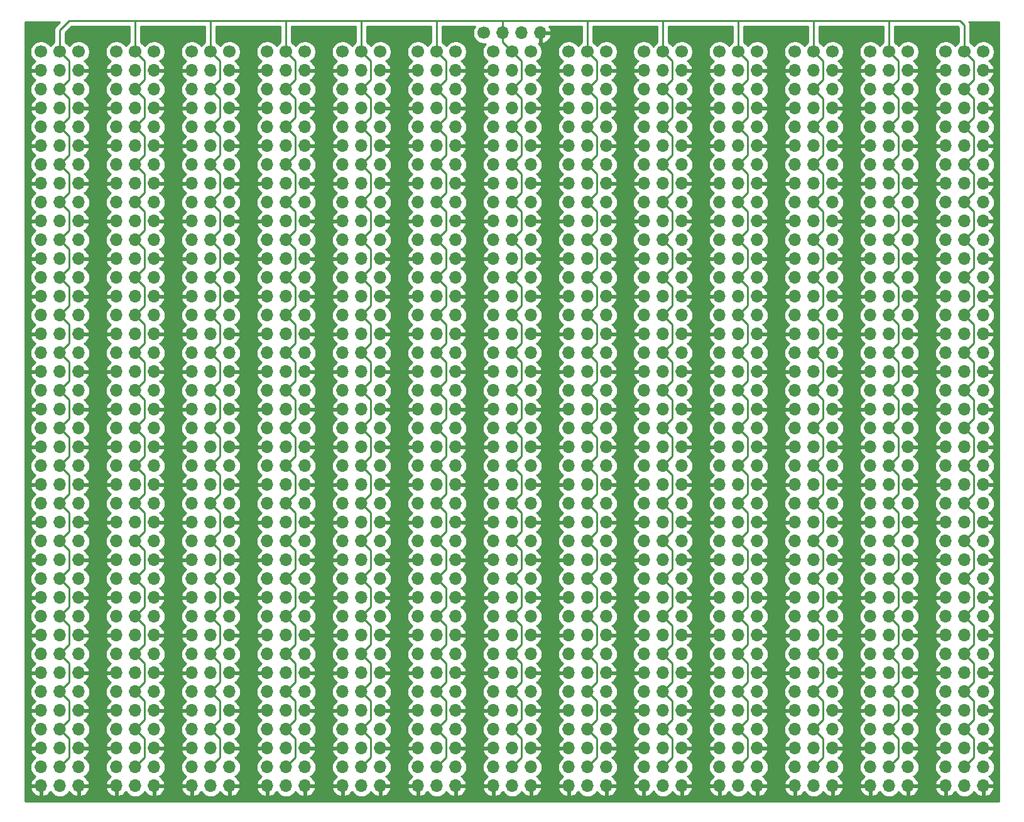
<source format=gtl>
G04 #@! TF.GenerationSoftware,KiCad,Pcbnew,5.1.0*
G04 #@! TF.CreationDate,2019-07-01T01:43:07+09:00*
G04 #@! TF.ProjectId,base_board_a,62617365-5f62-46f6-9172-645f612e6b69,rev?*
G04 #@! TF.SameCoordinates,Original*
G04 #@! TF.FileFunction,Copper,L1,Top*
G04 #@! TF.FilePolarity,Positive*
%FSLAX46Y46*%
G04 Gerber Fmt 4.6, Leading zero omitted, Abs format (unit mm)*
G04 Created by KiCad (PCBNEW 5.1.0) date 2019-07-01 01:43:07*
%MOMM*%
%LPD*%
G04 APERTURE LIST*
%ADD10O,1.700000X1.700000*%
%ADD11C,1.700000*%
%ADD12C,0.250000*%
%ADD13C,0.254000*%
G04 APERTURE END LIST*
D10*
X139700000Y-116205000D03*
X139700000Y-113665000D03*
X139700000Y-111125000D03*
X139700000Y-108585000D03*
X139700000Y-106045000D03*
X139700000Y-103505000D03*
X139700000Y-100965000D03*
X139700000Y-98425000D03*
X139700000Y-95885000D03*
X139700000Y-93345000D03*
X139700000Y-90805000D03*
X139700000Y-88265000D03*
X139700000Y-85725000D03*
X139700000Y-83185000D03*
X139700000Y-80645000D03*
X139700000Y-78105000D03*
X139700000Y-75565000D03*
X139700000Y-73025000D03*
X139700000Y-70485000D03*
X139700000Y-67945000D03*
X139700000Y-65405000D03*
X139700000Y-62865000D03*
X139700000Y-60325000D03*
X139700000Y-57785000D03*
X139700000Y-55245000D03*
X139700000Y-52705000D03*
X139700000Y-50165000D03*
X139700000Y-47625000D03*
X139700000Y-45085000D03*
X139700000Y-42545000D03*
X139700000Y-40005000D03*
X139700000Y-37465000D03*
X139700000Y-34925000D03*
X139700000Y-32385000D03*
X139700000Y-29845000D03*
X139700000Y-27305000D03*
X139700000Y-24765000D03*
X139700000Y-22225000D03*
X139700000Y-19685000D03*
D11*
X139700000Y-17145000D03*
D10*
X137160000Y-116205000D03*
X137160000Y-113665000D03*
X137160000Y-111125000D03*
X137160000Y-108585000D03*
X137160000Y-106045000D03*
X137160000Y-103505000D03*
X137160000Y-100965000D03*
X137160000Y-98425000D03*
X137160000Y-95885000D03*
X137160000Y-93345000D03*
X137160000Y-90805000D03*
X137160000Y-88265000D03*
X137160000Y-85725000D03*
X137160000Y-83185000D03*
X137160000Y-80645000D03*
X137160000Y-78105000D03*
X137160000Y-75565000D03*
X137160000Y-73025000D03*
X137160000Y-70485000D03*
X137160000Y-67945000D03*
X137160000Y-65405000D03*
X137160000Y-62865000D03*
X137160000Y-60325000D03*
X137160000Y-57785000D03*
X137160000Y-55245000D03*
X137160000Y-52705000D03*
X137160000Y-50165000D03*
X137160000Y-47625000D03*
X137160000Y-45085000D03*
X137160000Y-42545000D03*
X137160000Y-40005000D03*
X137160000Y-37465000D03*
X137160000Y-34925000D03*
X137160000Y-32385000D03*
X137160000Y-29845000D03*
X137160000Y-27305000D03*
X137160000Y-24765000D03*
X137160000Y-22225000D03*
X137160000Y-19685000D03*
D11*
X137160000Y-17145000D03*
D10*
X81280000Y-116205000D03*
X81280000Y-113665000D03*
X81280000Y-111125000D03*
X81280000Y-108585000D03*
X81280000Y-106045000D03*
X81280000Y-103505000D03*
X81280000Y-100965000D03*
X81280000Y-98425000D03*
X81280000Y-95885000D03*
X81280000Y-93345000D03*
X81280000Y-90805000D03*
X81280000Y-88265000D03*
X81280000Y-85725000D03*
X81280000Y-83185000D03*
X81280000Y-80645000D03*
X81280000Y-78105000D03*
X81280000Y-75565000D03*
X81280000Y-73025000D03*
X81280000Y-70485000D03*
X81280000Y-67945000D03*
X81280000Y-65405000D03*
X81280000Y-62865000D03*
X81280000Y-60325000D03*
X81280000Y-57785000D03*
X81280000Y-55245000D03*
X81280000Y-52705000D03*
X81280000Y-50165000D03*
X81280000Y-47625000D03*
X81280000Y-45085000D03*
X81280000Y-42545000D03*
X81280000Y-40005000D03*
X81280000Y-37465000D03*
X81280000Y-34925000D03*
X81280000Y-32385000D03*
X81280000Y-29845000D03*
X81280000Y-27305000D03*
X81280000Y-24765000D03*
X81280000Y-22225000D03*
X81280000Y-19685000D03*
D11*
X81280000Y-17145000D03*
X74930000Y-14605000D03*
D10*
X77470000Y-14605000D03*
X80010000Y-14605000D03*
X82550000Y-14605000D03*
X17780000Y-116205000D03*
X17780000Y-113665000D03*
X17780000Y-111125000D03*
X17780000Y-108585000D03*
X17780000Y-106045000D03*
X17780000Y-103505000D03*
X17780000Y-100965000D03*
X17780000Y-98425000D03*
X17780000Y-95885000D03*
X17780000Y-93345000D03*
X17780000Y-90805000D03*
X17780000Y-88265000D03*
X17780000Y-85725000D03*
X17780000Y-83185000D03*
X17780000Y-80645000D03*
X17780000Y-78105000D03*
X17780000Y-75565000D03*
X17780000Y-73025000D03*
X17780000Y-70485000D03*
X17780000Y-67945000D03*
X17780000Y-65405000D03*
X17780000Y-62865000D03*
X17780000Y-60325000D03*
X17780000Y-57785000D03*
X17780000Y-55245000D03*
X17780000Y-52705000D03*
X17780000Y-50165000D03*
X17780000Y-47625000D03*
X17780000Y-45085000D03*
X17780000Y-42545000D03*
X17780000Y-40005000D03*
X17780000Y-37465000D03*
X17780000Y-34925000D03*
X17780000Y-32385000D03*
X17780000Y-29845000D03*
X17780000Y-27305000D03*
X17780000Y-24765000D03*
X17780000Y-22225000D03*
X17780000Y-19685000D03*
D11*
X17780000Y-17145000D03*
D10*
X86360000Y-116205000D03*
X86360000Y-113665000D03*
X86360000Y-111125000D03*
X86360000Y-108585000D03*
X86360000Y-106045000D03*
X86360000Y-103505000D03*
X86360000Y-100965000D03*
X86360000Y-98425000D03*
X86360000Y-95885000D03*
X86360000Y-93345000D03*
X86360000Y-90805000D03*
X86360000Y-88265000D03*
X86360000Y-85725000D03*
X86360000Y-83185000D03*
X86360000Y-80645000D03*
X86360000Y-78105000D03*
X86360000Y-75565000D03*
X86360000Y-73025000D03*
X86360000Y-70485000D03*
X86360000Y-67945000D03*
X86360000Y-65405000D03*
X86360000Y-62865000D03*
X86360000Y-60325000D03*
X86360000Y-57785000D03*
X86360000Y-55245000D03*
X86360000Y-52705000D03*
X86360000Y-50165000D03*
X86360000Y-47625000D03*
X86360000Y-45085000D03*
X86360000Y-42545000D03*
X86360000Y-40005000D03*
X86360000Y-37465000D03*
X86360000Y-34925000D03*
X86360000Y-32385000D03*
X86360000Y-29845000D03*
X86360000Y-27305000D03*
X86360000Y-24765000D03*
X86360000Y-22225000D03*
X86360000Y-19685000D03*
D11*
X86360000Y-17145000D03*
D10*
X38100000Y-116205000D03*
X38100000Y-113665000D03*
X38100000Y-111125000D03*
X38100000Y-108585000D03*
X38100000Y-106045000D03*
X38100000Y-103505000D03*
X38100000Y-100965000D03*
X38100000Y-98425000D03*
X38100000Y-95885000D03*
X38100000Y-93345000D03*
X38100000Y-90805000D03*
X38100000Y-88265000D03*
X38100000Y-85725000D03*
X38100000Y-83185000D03*
X38100000Y-80645000D03*
X38100000Y-78105000D03*
X38100000Y-75565000D03*
X38100000Y-73025000D03*
X38100000Y-70485000D03*
X38100000Y-67945000D03*
X38100000Y-65405000D03*
X38100000Y-62865000D03*
X38100000Y-60325000D03*
X38100000Y-57785000D03*
X38100000Y-55245000D03*
X38100000Y-52705000D03*
X38100000Y-50165000D03*
X38100000Y-47625000D03*
X38100000Y-45085000D03*
X38100000Y-42545000D03*
X38100000Y-40005000D03*
X38100000Y-37465000D03*
X38100000Y-34925000D03*
X38100000Y-32385000D03*
X38100000Y-29845000D03*
X38100000Y-27305000D03*
X38100000Y-24765000D03*
X38100000Y-22225000D03*
X38100000Y-19685000D03*
D11*
X38100000Y-17145000D03*
D10*
X91440000Y-116205000D03*
X91440000Y-113665000D03*
X91440000Y-111125000D03*
X91440000Y-108585000D03*
X91440000Y-106045000D03*
X91440000Y-103505000D03*
X91440000Y-100965000D03*
X91440000Y-98425000D03*
X91440000Y-95885000D03*
X91440000Y-93345000D03*
X91440000Y-90805000D03*
X91440000Y-88265000D03*
X91440000Y-85725000D03*
X91440000Y-83185000D03*
X91440000Y-80645000D03*
X91440000Y-78105000D03*
X91440000Y-75565000D03*
X91440000Y-73025000D03*
X91440000Y-70485000D03*
X91440000Y-67945000D03*
X91440000Y-65405000D03*
X91440000Y-62865000D03*
X91440000Y-60325000D03*
X91440000Y-57785000D03*
X91440000Y-55245000D03*
X91440000Y-52705000D03*
X91440000Y-50165000D03*
X91440000Y-47625000D03*
X91440000Y-45085000D03*
X91440000Y-42545000D03*
X91440000Y-40005000D03*
X91440000Y-37465000D03*
X91440000Y-34925000D03*
X91440000Y-32385000D03*
X91440000Y-29845000D03*
X91440000Y-27305000D03*
X91440000Y-24765000D03*
X91440000Y-22225000D03*
X91440000Y-19685000D03*
D11*
X91440000Y-17145000D03*
D10*
X88900000Y-116205000D03*
X88900000Y-113665000D03*
X88900000Y-111125000D03*
X88900000Y-108585000D03*
X88900000Y-106045000D03*
X88900000Y-103505000D03*
X88900000Y-100965000D03*
X88900000Y-98425000D03*
X88900000Y-95885000D03*
X88900000Y-93345000D03*
X88900000Y-90805000D03*
X88900000Y-88265000D03*
X88900000Y-85725000D03*
X88900000Y-83185000D03*
X88900000Y-80645000D03*
X88900000Y-78105000D03*
X88900000Y-75565000D03*
X88900000Y-73025000D03*
X88900000Y-70485000D03*
X88900000Y-67945000D03*
X88900000Y-65405000D03*
X88900000Y-62865000D03*
X88900000Y-60325000D03*
X88900000Y-57785000D03*
X88900000Y-55245000D03*
X88900000Y-52705000D03*
X88900000Y-50165000D03*
X88900000Y-47625000D03*
X88900000Y-45085000D03*
X88900000Y-42545000D03*
X88900000Y-40005000D03*
X88900000Y-37465000D03*
X88900000Y-34925000D03*
X88900000Y-32385000D03*
X88900000Y-29845000D03*
X88900000Y-27305000D03*
X88900000Y-24765000D03*
X88900000Y-22225000D03*
X88900000Y-19685000D03*
D11*
X88900000Y-17145000D03*
D10*
X78740000Y-116205000D03*
X78740000Y-113665000D03*
X78740000Y-111125000D03*
X78740000Y-108585000D03*
X78740000Y-106045000D03*
X78740000Y-103505000D03*
X78740000Y-100965000D03*
X78740000Y-98425000D03*
X78740000Y-95885000D03*
X78740000Y-93345000D03*
X78740000Y-90805000D03*
X78740000Y-88265000D03*
X78740000Y-85725000D03*
X78740000Y-83185000D03*
X78740000Y-80645000D03*
X78740000Y-78105000D03*
X78740000Y-75565000D03*
X78740000Y-73025000D03*
X78740000Y-70485000D03*
X78740000Y-67945000D03*
X78740000Y-65405000D03*
X78740000Y-62865000D03*
X78740000Y-60325000D03*
X78740000Y-57785000D03*
X78740000Y-55245000D03*
X78740000Y-52705000D03*
X78740000Y-50165000D03*
X78740000Y-47625000D03*
X78740000Y-45085000D03*
X78740000Y-42545000D03*
X78740000Y-40005000D03*
X78740000Y-37465000D03*
X78740000Y-34925000D03*
X78740000Y-32385000D03*
X78740000Y-29845000D03*
X78740000Y-27305000D03*
X78740000Y-24765000D03*
X78740000Y-22225000D03*
X78740000Y-19685000D03*
D11*
X78740000Y-17145000D03*
D10*
X76200000Y-116205000D03*
X76200000Y-113665000D03*
X76200000Y-111125000D03*
X76200000Y-108585000D03*
X76200000Y-106045000D03*
X76200000Y-103505000D03*
X76200000Y-100965000D03*
X76200000Y-98425000D03*
X76200000Y-95885000D03*
X76200000Y-93345000D03*
X76200000Y-90805000D03*
X76200000Y-88265000D03*
X76200000Y-85725000D03*
X76200000Y-83185000D03*
X76200000Y-80645000D03*
X76200000Y-78105000D03*
X76200000Y-75565000D03*
X76200000Y-73025000D03*
X76200000Y-70485000D03*
X76200000Y-67945000D03*
X76200000Y-65405000D03*
X76200000Y-62865000D03*
X76200000Y-60325000D03*
X76200000Y-57785000D03*
X76200000Y-55245000D03*
X76200000Y-52705000D03*
X76200000Y-50165000D03*
X76200000Y-47625000D03*
X76200000Y-45085000D03*
X76200000Y-42545000D03*
X76200000Y-40005000D03*
X76200000Y-37465000D03*
X76200000Y-34925000D03*
X76200000Y-32385000D03*
X76200000Y-29845000D03*
X76200000Y-27305000D03*
X76200000Y-24765000D03*
X76200000Y-22225000D03*
X76200000Y-19685000D03*
D11*
X76200000Y-17145000D03*
D10*
X71120000Y-116205000D03*
X71120000Y-113665000D03*
X71120000Y-111125000D03*
X71120000Y-108585000D03*
X71120000Y-106045000D03*
X71120000Y-103505000D03*
X71120000Y-100965000D03*
X71120000Y-98425000D03*
X71120000Y-95885000D03*
X71120000Y-93345000D03*
X71120000Y-90805000D03*
X71120000Y-88265000D03*
X71120000Y-85725000D03*
X71120000Y-83185000D03*
X71120000Y-80645000D03*
X71120000Y-78105000D03*
X71120000Y-75565000D03*
X71120000Y-73025000D03*
X71120000Y-70485000D03*
X71120000Y-67945000D03*
X71120000Y-65405000D03*
X71120000Y-62865000D03*
X71120000Y-60325000D03*
X71120000Y-57785000D03*
X71120000Y-55245000D03*
X71120000Y-52705000D03*
X71120000Y-50165000D03*
X71120000Y-47625000D03*
X71120000Y-45085000D03*
X71120000Y-42545000D03*
X71120000Y-40005000D03*
X71120000Y-37465000D03*
X71120000Y-34925000D03*
X71120000Y-32385000D03*
X71120000Y-29845000D03*
X71120000Y-27305000D03*
X71120000Y-24765000D03*
X71120000Y-22225000D03*
X71120000Y-19685000D03*
D11*
X71120000Y-17145000D03*
D10*
X68580000Y-116205000D03*
X68580000Y-113665000D03*
X68580000Y-111125000D03*
X68580000Y-108585000D03*
X68580000Y-106045000D03*
X68580000Y-103505000D03*
X68580000Y-100965000D03*
X68580000Y-98425000D03*
X68580000Y-95885000D03*
X68580000Y-93345000D03*
X68580000Y-90805000D03*
X68580000Y-88265000D03*
X68580000Y-85725000D03*
X68580000Y-83185000D03*
X68580000Y-80645000D03*
X68580000Y-78105000D03*
X68580000Y-75565000D03*
X68580000Y-73025000D03*
X68580000Y-70485000D03*
X68580000Y-67945000D03*
X68580000Y-65405000D03*
X68580000Y-62865000D03*
X68580000Y-60325000D03*
X68580000Y-57785000D03*
X68580000Y-55245000D03*
X68580000Y-52705000D03*
X68580000Y-50165000D03*
X68580000Y-47625000D03*
X68580000Y-45085000D03*
X68580000Y-42545000D03*
X68580000Y-40005000D03*
X68580000Y-37465000D03*
X68580000Y-34925000D03*
X68580000Y-32385000D03*
X68580000Y-29845000D03*
X68580000Y-27305000D03*
X68580000Y-24765000D03*
X68580000Y-22225000D03*
X68580000Y-19685000D03*
D11*
X68580000Y-17145000D03*
D10*
X66040000Y-116205000D03*
X66040000Y-113665000D03*
X66040000Y-111125000D03*
X66040000Y-108585000D03*
X66040000Y-106045000D03*
X66040000Y-103505000D03*
X66040000Y-100965000D03*
X66040000Y-98425000D03*
X66040000Y-95885000D03*
X66040000Y-93345000D03*
X66040000Y-90805000D03*
X66040000Y-88265000D03*
X66040000Y-85725000D03*
X66040000Y-83185000D03*
X66040000Y-80645000D03*
X66040000Y-78105000D03*
X66040000Y-75565000D03*
X66040000Y-73025000D03*
X66040000Y-70485000D03*
X66040000Y-67945000D03*
X66040000Y-65405000D03*
X66040000Y-62865000D03*
X66040000Y-60325000D03*
X66040000Y-57785000D03*
X66040000Y-55245000D03*
X66040000Y-52705000D03*
X66040000Y-50165000D03*
X66040000Y-47625000D03*
X66040000Y-45085000D03*
X66040000Y-42545000D03*
X66040000Y-40005000D03*
X66040000Y-37465000D03*
X66040000Y-34925000D03*
X66040000Y-32385000D03*
X66040000Y-29845000D03*
X66040000Y-27305000D03*
X66040000Y-24765000D03*
X66040000Y-22225000D03*
X66040000Y-19685000D03*
D11*
X66040000Y-17145000D03*
D10*
X142240000Y-116205000D03*
X142240000Y-113665000D03*
X142240000Y-111125000D03*
X142240000Y-108585000D03*
X142240000Y-106045000D03*
X142240000Y-103505000D03*
X142240000Y-100965000D03*
X142240000Y-98425000D03*
X142240000Y-95885000D03*
X142240000Y-93345000D03*
X142240000Y-90805000D03*
X142240000Y-88265000D03*
X142240000Y-85725000D03*
X142240000Y-83185000D03*
X142240000Y-80645000D03*
X142240000Y-78105000D03*
X142240000Y-75565000D03*
X142240000Y-73025000D03*
X142240000Y-70485000D03*
X142240000Y-67945000D03*
X142240000Y-65405000D03*
X142240000Y-62865000D03*
X142240000Y-60325000D03*
X142240000Y-57785000D03*
X142240000Y-55245000D03*
X142240000Y-52705000D03*
X142240000Y-50165000D03*
X142240000Y-47625000D03*
X142240000Y-45085000D03*
X142240000Y-42545000D03*
X142240000Y-40005000D03*
X142240000Y-37465000D03*
X142240000Y-34925000D03*
X142240000Y-32385000D03*
X142240000Y-29845000D03*
X142240000Y-27305000D03*
X142240000Y-24765000D03*
X142240000Y-22225000D03*
X142240000Y-19685000D03*
D11*
X142240000Y-17145000D03*
D10*
X60960000Y-116205000D03*
X60960000Y-113665000D03*
X60960000Y-111125000D03*
X60960000Y-108585000D03*
X60960000Y-106045000D03*
X60960000Y-103505000D03*
X60960000Y-100965000D03*
X60960000Y-98425000D03*
X60960000Y-95885000D03*
X60960000Y-93345000D03*
X60960000Y-90805000D03*
X60960000Y-88265000D03*
X60960000Y-85725000D03*
X60960000Y-83185000D03*
X60960000Y-80645000D03*
X60960000Y-78105000D03*
X60960000Y-75565000D03*
X60960000Y-73025000D03*
X60960000Y-70485000D03*
X60960000Y-67945000D03*
X60960000Y-65405000D03*
X60960000Y-62865000D03*
X60960000Y-60325000D03*
X60960000Y-57785000D03*
X60960000Y-55245000D03*
X60960000Y-52705000D03*
X60960000Y-50165000D03*
X60960000Y-47625000D03*
X60960000Y-45085000D03*
X60960000Y-42545000D03*
X60960000Y-40005000D03*
X60960000Y-37465000D03*
X60960000Y-34925000D03*
X60960000Y-32385000D03*
X60960000Y-29845000D03*
X60960000Y-27305000D03*
X60960000Y-24765000D03*
X60960000Y-22225000D03*
X60960000Y-19685000D03*
D11*
X60960000Y-17145000D03*
D10*
X58420000Y-116205000D03*
X58420000Y-113665000D03*
X58420000Y-111125000D03*
X58420000Y-108585000D03*
X58420000Y-106045000D03*
X58420000Y-103505000D03*
X58420000Y-100965000D03*
X58420000Y-98425000D03*
X58420000Y-95885000D03*
X58420000Y-93345000D03*
X58420000Y-90805000D03*
X58420000Y-88265000D03*
X58420000Y-85725000D03*
X58420000Y-83185000D03*
X58420000Y-80645000D03*
X58420000Y-78105000D03*
X58420000Y-75565000D03*
X58420000Y-73025000D03*
X58420000Y-70485000D03*
X58420000Y-67945000D03*
X58420000Y-65405000D03*
X58420000Y-62865000D03*
X58420000Y-60325000D03*
X58420000Y-57785000D03*
X58420000Y-55245000D03*
X58420000Y-52705000D03*
X58420000Y-50165000D03*
X58420000Y-47625000D03*
X58420000Y-45085000D03*
X58420000Y-42545000D03*
X58420000Y-40005000D03*
X58420000Y-37465000D03*
X58420000Y-34925000D03*
X58420000Y-32385000D03*
X58420000Y-29845000D03*
X58420000Y-27305000D03*
X58420000Y-24765000D03*
X58420000Y-22225000D03*
X58420000Y-19685000D03*
D11*
X58420000Y-17145000D03*
D10*
X55880000Y-116205000D03*
X55880000Y-113665000D03*
X55880000Y-111125000D03*
X55880000Y-108585000D03*
X55880000Y-106045000D03*
X55880000Y-103505000D03*
X55880000Y-100965000D03*
X55880000Y-98425000D03*
X55880000Y-95885000D03*
X55880000Y-93345000D03*
X55880000Y-90805000D03*
X55880000Y-88265000D03*
X55880000Y-85725000D03*
X55880000Y-83185000D03*
X55880000Y-80645000D03*
X55880000Y-78105000D03*
X55880000Y-75565000D03*
X55880000Y-73025000D03*
X55880000Y-70485000D03*
X55880000Y-67945000D03*
X55880000Y-65405000D03*
X55880000Y-62865000D03*
X55880000Y-60325000D03*
X55880000Y-57785000D03*
X55880000Y-55245000D03*
X55880000Y-52705000D03*
X55880000Y-50165000D03*
X55880000Y-47625000D03*
X55880000Y-45085000D03*
X55880000Y-42545000D03*
X55880000Y-40005000D03*
X55880000Y-37465000D03*
X55880000Y-34925000D03*
X55880000Y-32385000D03*
X55880000Y-29845000D03*
X55880000Y-27305000D03*
X55880000Y-24765000D03*
X55880000Y-22225000D03*
X55880000Y-19685000D03*
D11*
X55880000Y-17145000D03*
D10*
X132080000Y-116205000D03*
X132080000Y-113665000D03*
X132080000Y-111125000D03*
X132080000Y-108585000D03*
X132080000Y-106045000D03*
X132080000Y-103505000D03*
X132080000Y-100965000D03*
X132080000Y-98425000D03*
X132080000Y-95885000D03*
X132080000Y-93345000D03*
X132080000Y-90805000D03*
X132080000Y-88265000D03*
X132080000Y-85725000D03*
X132080000Y-83185000D03*
X132080000Y-80645000D03*
X132080000Y-78105000D03*
X132080000Y-75565000D03*
X132080000Y-73025000D03*
X132080000Y-70485000D03*
X132080000Y-67945000D03*
X132080000Y-65405000D03*
X132080000Y-62865000D03*
X132080000Y-60325000D03*
X132080000Y-57785000D03*
X132080000Y-55245000D03*
X132080000Y-52705000D03*
X132080000Y-50165000D03*
X132080000Y-47625000D03*
X132080000Y-45085000D03*
X132080000Y-42545000D03*
X132080000Y-40005000D03*
X132080000Y-37465000D03*
X132080000Y-34925000D03*
X132080000Y-32385000D03*
X132080000Y-29845000D03*
X132080000Y-27305000D03*
X132080000Y-24765000D03*
X132080000Y-22225000D03*
X132080000Y-19685000D03*
D11*
X132080000Y-17145000D03*
D10*
X50800000Y-116205000D03*
X50800000Y-113665000D03*
X50800000Y-111125000D03*
X50800000Y-108585000D03*
X50800000Y-106045000D03*
X50800000Y-103505000D03*
X50800000Y-100965000D03*
X50800000Y-98425000D03*
X50800000Y-95885000D03*
X50800000Y-93345000D03*
X50800000Y-90805000D03*
X50800000Y-88265000D03*
X50800000Y-85725000D03*
X50800000Y-83185000D03*
X50800000Y-80645000D03*
X50800000Y-78105000D03*
X50800000Y-75565000D03*
X50800000Y-73025000D03*
X50800000Y-70485000D03*
X50800000Y-67945000D03*
X50800000Y-65405000D03*
X50800000Y-62865000D03*
X50800000Y-60325000D03*
X50800000Y-57785000D03*
X50800000Y-55245000D03*
X50800000Y-52705000D03*
X50800000Y-50165000D03*
X50800000Y-47625000D03*
X50800000Y-45085000D03*
X50800000Y-42545000D03*
X50800000Y-40005000D03*
X50800000Y-37465000D03*
X50800000Y-34925000D03*
X50800000Y-32385000D03*
X50800000Y-29845000D03*
X50800000Y-27305000D03*
X50800000Y-24765000D03*
X50800000Y-22225000D03*
X50800000Y-19685000D03*
D11*
X50800000Y-17145000D03*
D10*
X129540000Y-116205000D03*
X129540000Y-113665000D03*
X129540000Y-111125000D03*
X129540000Y-108585000D03*
X129540000Y-106045000D03*
X129540000Y-103505000D03*
X129540000Y-100965000D03*
X129540000Y-98425000D03*
X129540000Y-95885000D03*
X129540000Y-93345000D03*
X129540000Y-90805000D03*
X129540000Y-88265000D03*
X129540000Y-85725000D03*
X129540000Y-83185000D03*
X129540000Y-80645000D03*
X129540000Y-78105000D03*
X129540000Y-75565000D03*
X129540000Y-73025000D03*
X129540000Y-70485000D03*
X129540000Y-67945000D03*
X129540000Y-65405000D03*
X129540000Y-62865000D03*
X129540000Y-60325000D03*
X129540000Y-57785000D03*
X129540000Y-55245000D03*
X129540000Y-52705000D03*
X129540000Y-50165000D03*
X129540000Y-47625000D03*
X129540000Y-45085000D03*
X129540000Y-42545000D03*
X129540000Y-40005000D03*
X129540000Y-37465000D03*
X129540000Y-34925000D03*
X129540000Y-32385000D03*
X129540000Y-29845000D03*
X129540000Y-27305000D03*
X129540000Y-24765000D03*
X129540000Y-22225000D03*
X129540000Y-19685000D03*
D11*
X129540000Y-17145000D03*
D10*
X48260000Y-116205000D03*
X48260000Y-113665000D03*
X48260000Y-111125000D03*
X48260000Y-108585000D03*
X48260000Y-106045000D03*
X48260000Y-103505000D03*
X48260000Y-100965000D03*
X48260000Y-98425000D03*
X48260000Y-95885000D03*
X48260000Y-93345000D03*
X48260000Y-90805000D03*
X48260000Y-88265000D03*
X48260000Y-85725000D03*
X48260000Y-83185000D03*
X48260000Y-80645000D03*
X48260000Y-78105000D03*
X48260000Y-75565000D03*
X48260000Y-73025000D03*
X48260000Y-70485000D03*
X48260000Y-67945000D03*
X48260000Y-65405000D03*
X48260000Y-62865000D03*
X48260000Y-60325000D03*
X48260000Y-57785000D03*
X48260000Y-55245000D03*
X48260000Y-52705000D03*
X48260000Y-50165000D03*
X48260000Y-47625000D03*
X48260000Y-45085000D03*
X48260000Y-42545000D03*
X48260000Y-40005000D03*
X48260000Y-37465000D03*
X48260000Y-34925000D03*
X48260000Y-32385000D03*
X48260000Y-29845000D03*
X48260000Y-27305000D03*
X48260000Y-24765000D03*
X48260000Y-22225000D03*
X48260000Y-19685000D03*
D11*
X48260000Y-17145000D03*
D10*
X127000000Y-116205000D03*
X127000000Y-113665000D03*
X127000000Y-111125000D03*
X127000000Y-108585000D03*
X127000000Y-106045000D03*
X127000000Y-103505000D03*
X127000000Y-100965000D03*
X127000000Y-98425000D03*
X127000000Y-95885000D03*
X127000000Y-93345000D03*
X127000000Y-90805000D03*
X127000000Y-88265000D03*
X127000000Y-85725000D03*
X127000000Y-83185000D03*
X127000000Y-80645000D03*
X127000000Y-78105000D03*
X127000000Y-75565000D03*
X127000000Y-73025000D03*
X127000000Y-70485000D03*
X127000000Y-67945000D03*
X127000000Y-65405000D03*
X127000000Y-62865000D03*
X127000000Y-60325000D03*
X127000000Y-57785000D03*
X127000000Y-55245000D03*
X127000000Y-52705000D03*
X127000000Y-50165000D03*
X127000000Y-47625000D03*
X127000000Y-45085000D03*
X127000000Y-42545000D03*
X127000000Y-40005000D03*
X127000000Y-37465000D03*
X127000000Y-34925000D03*
X127000000Y-32385000D03*
X127000000Y-29845000D03*
X127000000Y-27305000D03*
X127000000Y-24765000D03*
X127000000Y-22225000D03*
X127000000Y-19685000D03*
D11*
X127000000Y-17145000D03*
D10*
X45720000Y-116205000D03*
X45720000Y-113665000D03*
X45720000Y-111125000D03*
X45720000Y-108585000D03*
X45720000Y-106045000D03*
X45720000Y-103505000D03*
X45720000Y-100965000D03*
X45720000Y-98425000D03*
X45720000Y-95885000D03*
X45720000Y-93345000D03*
X45720000Y-90805000D03*
X45720000Y-88265000D03*
X45720000Y-85725000D03*
X45720000Y-83185000D03*
X45720000Y-80645000D03*
X45720000Y-78105000D03*
X45720000Y-75565000D03*
X45720000Y-73025000D03*
X45720000Y-70485000D03*
X45720000Y-67945000D03*
X45720000Y-65405000D03*
X45720000Y-62865000D03*
X45720000Y-60325000D03*
X45720000Y-57785000D03*
X45720000Y-55245000D03*
X45720000Y-52705000D03*
X45720000Y-50165000D03*
X45720000Y-47625000D03*
X45720000Y-45085000D03*
X45720000Y-42545000D03*
X45720000Y-40005000D03*
X45720000Y-37465000D03*
X45720000Y-34925000D03*
X45720000Y-32385000D03*
X45720000Y-29845000D03*
X45720000Y-27305000D03*
X45720000Y-24765000D03*
X45720000Y-22225000D03*
X45720000Y-19685000D03*
D11*
X45720000Y-17145000D03*
D10*
X121920000Y-116205000D03*
X121920000Y-113665000D03*
X121920000Y-111125000D03*
X121920000Y-108585000D03*
X121920000Y-106045000D03*
X121920000Y-103505000D03*
X121920000Y-100965000D03*
X121920000Y-98425000D03*
X121920000Y-95885000D03*
X121920000Y-93345000D03*
X121920000Y-90805000D03*
X121920000Y-88265000D03*
X121920000Y-85725000D03*
X121920000Y-83185000D03*
X121920000Y-80645000D03*
X121920000Y-78105000D03*
X121920000Y-75565000D03*
X121920000Y-73025000D03*
X121920000Y-70485000D03*
X121920000Y-67945000D03*
X121920000Y-65405000D03*
X121920000Y-62865000D03*
X121920000Y-60325000D03*
X121920000Y-57785000D03*
X121920000Y-55245000D03*
X121920000Y-52705000D03*
X121920000Y-50165000D03*
X121920000Y-47625000D03*
X121920000Y-45085000D03*
X121920000Y-42545000D03*
X121920000Y-40005000D03*
X121920000Y-37465000D03*
X121920000Y-34925000D03*
X121920000Y-32385000D03*
X121920000Y-29845000D03*
X121920000Y-27305000D03*
X121920000Y-24765000D03*
X121920000Y-22225000D03*
X121920000Y-19685000D03*
D11*
X121920000Y-17145000D03*
D10*
X40640000Y-116205000D03*
X40640000Y-113665000D03*
X40640000Y-111125000D03*
X40640000Y-108585000D03*
X40640000Y-106045000D03*
X40640000Y-103505000D03*
X40640000Y-100965000D03*
X40640000Y-98425000D03*
X40640000Y-95885000D03*
X40640000Y-93345000D03*
X40640000Y-90805000D03*
X40640000Y-88265000D03*
X40640000Y-85725000D03*
X40640000Y-83185000D03*
X40640000Y-80645000D03*
X40640000Y-78105000D03*
X40640000Y-75565000D03*
X40640000Y-73025000D03*
X40640000Y-70485000D03*
X40640000Y-67945000D03*
X40640000Y-65405000D03*
X40640000Y-62865000D03*
X40640000Y-60325000D03*
X40640000Y-57785000D03*
X40640000Y-55245000D03*
X40640000Y-52705000D03*
X40640000Y-50165000D03*
X40640000Y-47625000D03*
X40640000Y-45085000D03*
X40640000Y-42545000D03*
X40640000Y-40005000D03*
X40640000Y-37465000D03*
X40640000Y-34925000D03*
X40640000Y-32385000D03*
X40640000Y-29845000D03*
X40640000Y-27305000D03*
X40640000Y-24765000D03*
X40640000Y-22225000D03*
X40640000Y-19685000D03*
D11*
X40640000Y-17145000D03*
D10*
X119380000Y-116205000D03*
X119380000Y-113665000D03*
X119380000Y-111125000D03*
X119380000Y-108585000D03*
X119380000Y-106045000D03*
X119380000Y-103505000D03*
X119380000Y-100965000D03*
X119380000Y-98425000D03*
X119380000Y-95885000D03*
X119380000Y-93345000D03*
X119380000Y-90805000D03*
X119380000Y-88265000D03*
X119380000Y-85725000D03*
X119380000Y-83185000D03*
X119380000Y-80645000D03*
X119380000Y-78105000D03*
X119380000Y-75565000D03*
X119380000Y-73025000D03*
X119380000Y-70485000D03*
X119380000Y-67945000D03*
X119380000Y-65405000D03*
X119380000Y-62865000D03*
X119380000Y-60325000D03*
X119380000Y-57785000D03*
X119380000Y-55245000D03*
X119380000Y-52705000D03*
X119380000Y-50165000D03*
X119380000Y-47625000D03*
X119380000Y-45085000D03*
X119380000Y-42545000D03*
X119380000Y-40005000D03*
X119380000Y-37465000D03*
X119380000Y-34925000D03*
X119380000Y-32385000D03*
X119380000Y-29845000D03*
X119380000Y-27305000D03*
X119380000Y-24765000D03*
X119380000Y-22225000D03*
X119380000Y-19685000D03*
D11*
X119380000Y-17145000D03*
D10*
X116840000Y-116205000D03*
X116840000Y-113665000D03*
X116840000Y-111125000D03*
X116840000Y-108585000D03*
X116840000Y-106045000D03*
X116840000Y-103505000D03*
X116840000Y-100965000D03*
X116840000Y-98425000D03*
X116840000Y-95885000D03*
X116840000Y-93345000D03*
X116840000Y-90805000D03*
X116840000Y-88265000D03*
X116840000Y-85725000D03*
X116840000Y-83185000D03*
X116840000Y-80645000D03*
X116840000Y-78105000D03*
X116840000Y-75565000D03*
X116840000Y-73025000D03*
X116840000Y-70485000D03*
X116840000Y-67945000D03*
X116840000Y-65405000D03*
X116840000Y-62865000D03*
X116840000Y-60325000D03*
X116840000Y-57785000D03*
X116840000Y-55245000D03*
X116840000Y-52705000D03*
X116840000Y-50165000D03*
X116840000Y-47625000D03*
X116840000Y-45085000D03*
X116840000Y-42545000D03*
X116840000Y-40005000D03*
X116840000Y-37465000D03*
X116840000Y-34925000D03*
X116840000Y-32385000D03*
X116840000Y-29845000D03*
X116840000Y-27305000D03*
X116840000Y-24765000D03*
X116840000Y-22225000D03*
X116840000Y-19685000D03*
D11*
X116840000Y-17145000D03*
D10*
X35560000Y-116205000D03*
X35560000Y-113665000D03*
X35560000Y-111125000D03*
X35560000Y-108585000D03*
X35560000Y-106045000D03*
X35560000Y-103505000D03*
X35560000Y-100965000D03*
X35560000Y-98425000D03*
X35560000Y-95885000D03*
X35560000Y-93345000D03*
X35560000Y-90805000D03*
X35560000Y-88265000D03*
X35560000Y-85725000D03*
X35560000Y-83185000D03*
X35560000Y-80645000D03*
X35560000Y-78105000D03*
X35560000Y-75565000D03*
X35560000Y-73025000D03*
X35560000Y-70485000D03*
X35560000Y-67945000D03*
X35560000Y-65405000D03*
X35560000Y-62865000D03*
X35560000Y-60325000D03*
X35560000Y-57785000D03*
X35560000Y-55245000D03*
X35560000Y-52705000D03*
X35560000Y-50165000D03*
X35560000Y-47625000D03*
X35560000Y-45085000D03*
X35560000Y-42545000D03*
X35560000Y-40005000D03*
X35560000Y-37465000D03*
X35560000Y-34925000D03*
X35560000Y-32385000D03*
X35560000Y-29845000D03*
X35560000Y-27305000D03*
X35560000Y-24765000D03*
X35560000Y-22225000D03*
X35560000Y-19685000D03*
D11*
X35560000Y-17145000D03*
D10*
X111760000Y-116205000D03*
X111760000Y-113665000D03*
X111760000Y-111125000D03*
X111760000Y-108585000D03*
X111760000Y-106045000D03*
X111760000Y-103505000D03*
X111760000Y-100965000D03*
X111760000Y-98425000D03*
X111760000Y-95885000D03*
X111760000Y-93345000D03*
X111760000Y-90805000D03*
X111760000Y-88265000D03*
X111760000Y-85725000D03*
X111760000Y-83185000D03*
X111760000Y-80645000D03*
X111760000Y-78105000D03*
X111760000Y-75565000D03*
X111760000Y-73025000D03*
X111760000Y-70485000D03*
X111760000Y-67945000D03*
X111760000Y-65405000D03*
X111760000Y-62865000D03*
X111760000Y-60325000D03*
X111760000Y-57785000D03*
X111760000Y-55245000D03*
X111760000Y-52705000D03*
X111760000Y-50165000D03*
X111760000Y-47625000D03*
X111760000Y-45085000D03*
X111760000Y-42545000D03*
X111760000Y-40005000D03*
X111760000Y-37465000D03*
X111760000Y-34925000D03*
X111760000Y-32385000D03*
X111760000Y-29845000D03*
X111760000Y-27305000D03*
X111760000Y-24765000D03*
X111760000Y-22225000D03*
X111760000Y-19685000D03*
D11*
X111760000Y-17145000D03*
D10*
X30480000Y-116205000D03*
X30480000Y-113665000D03*
X30480000Y-111125000D03*
X30480000Y-108585000D03*
X30480000Y-106045000D03*
X30480000Y-103505000D03*
X30480000Y-100965000D03*
X30480000Y-98425000D03*
X30480000Y-95885000D03*
X30480000Y-93345000D03*
X30480000Y-90805000D03*
X30480000Y-88265000D03*
X30480000Y-85725000D03*
X30480000Y-83185000D03*
X30480000Y-80645000D03*
X30480000Y-78105000D03*
X30480000Y-75565000D03*
X30480000Y-73025000D03*
X30480000Y-70485000D03*
X30480000Y-67945000D03*
X30480000Y-65405000D03*
X30480000Y-62865000D03*
X30480000Y-60325000D03*
X30480000Y-57785000D03*
X30480000Y-55245000D03*
X30480000Y-52705000D03*
X30480000Y-50165000D03*
X30480000Y-47625000D03*
X30480000Y-45085000D03*
X30480000Y-42545000D03*
X30480000Y-40005000D03*
X30480000Y-37465000D03*
X30480000Y-34925000D03*
X30480000Y-32385000D03*
X30480000Y-29845000D03*
X30480000Y-27305000D03*
X30480000Y-24765000D03*
X30480000Y-22225000D03*
X30480000Y-19685000D03*
D11*
X30480000Y-17145000D03*
D10*
X109220000Y-116205000D03*
X109220000Y-113665000D03*
X109220000Y-111125000D03*
X109220000Y-108585000D03*
X109220000Y-106045000D03*
X109220000Y-103505000D03*
X109220000Y-100965000D03*
X109220000Y-98425000D03*
X109220000Y-95885000D03*
X109220000Y-93345000D03*
X109220000Y-90805000D03*
X109220000Y-88265000D03*
X109220000Y-85725000D03*
X109220000Y-83185000D03*
X109220000Y-80645000D03*
X109220000Y-78105000D03*
X109220000Y-75565000D03*
X109220000Y-73025000D03*
X109220000Y-70485000D03*
X109220000Y-67945000D03*
X109220000Y-65405000D03*
X109220000Y-62865000D03*
X109220000Y-60325000D03*
X109220000Y-57785000D03*
X109220000Y-55245000D03*
X109220000Y-52705000D03*
X109220000Y-50165000D03*
X109220000Y-47625000D03*
X109220000Y-45085000D03*
X109220000Y-42545000D03*
X109220000Y-40005000D03*
X109220000Y-37465000D03*
X109220000Y-34925000D03*
X109220000Y-32385000D03*
X109220000Y-29845000D03*
X109220000Y-27305000D03*
X109220000Y-24765000D03*
X109220000Y-22225000D03*
X109220000Y-19685000D03*
D11*
X109220000Y-17145000D03*
D10*
X27940000Y-116205000D03*
X27940000Y-113665000D03*
X27940000Y-111125000D03*
X27940000Y-108585000D03*
X27940000Y-106045000D03*
X27940000Y-103505000D03*
X27940000Y-100965000D03*
X27940000Y-98425000D03*
X27940000Y-95885000D03*
X27940000Y-93345000D03*
X27940000Y-90805000D03*
X27940000Y-88265000D03*
X27940000Y-85725000D03*
X27940000Y-83185000D03*
X27940000Y-80645000D03*
X27940000Y-78105000D03*
X27940000Y-75565000D03*
X27940000Y-73025000D03*
X27940000Y-70485000D03*
X27940000Y-67945000D03*
X27940000Y-65405000D03*
X27940000Y-62865000D03*
X27940000Y-60325000D03*
X27940000Y-57785000D03*
X27940000Y-55245000D03*
X27940000Y-52705000D03*
X27940000Y-50165000D03*
X27940000Y-47625000D03*
X27940000Y-45085000D03*
X27940000Y-42545000D03*
X27940000Y-40005000D03*
X27940000Y-37465000D03*
X27940000Y-34925000D03*
X27940000Y-32385000D03*
X27940000Y-29845000D03*
X27940000Y-27305000D03*
X27940000Y-24765000D03*
X27940000Y-22225000D03*
X27940000Y-19685000D03*
D11*
X27940000Y-17145000D03*
D10*
X106680000Y-116205000D03*
X106680000Y-113665000D03*
X106680000Y-111125000D03*
X106680000Y-108585000D03*
X106680000Y-106045000D03*
X106680000Y-103505000D03*
X106680000Y-100965000D03*
X106680000Y-98425000D03*
X106680000Y-95885000D03*
X106680000Y-93345000D03*
X106680000Y-90805000D03*
X106680000Y-88265000D03*
X106680000Y-85725000D03*
X106680000Y-83185000D03*
X106680000Y-80645000D03*
X106680000Y-78105000D03*
X106680000Y-75565000D03*
X106680000Y-73025000D03*
X106680000Y-70485000D03*
X106680000Y-67945000D03*
X106680000Y-65405000D03*
X106680000Y-62865000D03*
X106680000Y-60325000D03*
X106680000Y-57785000D03*
X106680000Y-55245000D03*
X106680000Y-52705000D03*
X106680000Y-50165000D03*
X106680000Y-47625000D03*
X106680000Y-45085000D03*
X106680000Y-42545000D03*
X106680000Y-40005000D03*
X106680000Y-37465000D03*
X106680000Y-34925000D03*
X106680000Y-32385000D03*
X106680000Y-29845000D03*
X106680000Y-27305000D03*
X106680000Y-24765000D03*
X106680000Y-22225000D03*
X106680000Y-19685000D03*
D11*
X106680000Y-17145000D03*
D10*
X25400000Y-116205000D03*
X25400000Y-113665000D03*
X25400000Y-111125000D03*
X25400000Y-108585000D03*
X25400000Y-106045000D03*
X25400000Y-103505000D03*
X25400000Y-100965000D03*
X25400000Y-98425000D03*
X25400000Y-95885000D03*
X25400000Y-93345000D03*
X25400000Y-90805000D03*
X25400000Y-88265000D03*
X25400000Y-85725000D03*
X25400000Y-83185000D03*
X25400000Y-80645000D03*
X25400000Y-78105000D03*
X25400000Y-75565000D03*
X25400000Y-73025000D03*
X25400000Y-70485000D03*
X25400000Y-67945000D03*
X25400000Y-65405000D03*
X25400000Y-62865000D03*
X25400000Y-60325000D03*
X25400000Y-57785000D03*
X25400000Y-55245000D03*
X25400000Y-52705000D03*
X25400000Y-50165000D03*
X25400000Y-47625000D03*
X25400000Y-45085000D03*
X25400000Y-42545000D03*
X25400000Y-40005000D03*
X25400000Y-37465000D03*
X25400000Y-34925000D03*
X25400000Y-32385000D03*
X25400000Y-29845000D03*
X25400000Y-27305000D03*
X25400000Y-24765000D03*
X25400000Y-22225000D03*
X25400000Y-19685000D03*
D11*
X25400000Y-17145000D03*
D10*
X101600000Y-116205000D03*
X101600000Y-113665000D03*
X101600000Y-111125000D03*
X101600000Y-108585000D03*
X101600000Y-106045000D03*
X101600000Y-103505000D03*
X101600000Y-100965000D03*
X101600000Y-98425000D03*
X101600000Y-95885000D03*
X101600000Y-93345000D03*
X101600000Y-90805000D03*
X101600000Y-88265000D03*
X101600000Y-85725000D03*
X101600000Y-83185000D03*
X101600000Y-80645000D03*
X101600000Y-78105000D03*
X101600000Y-75565000D03*
X101600000Y-73025000D03*
X101600000Y-70485000D03*
X101600000Y-67945000D03*
X101600000Y-65405000D03*
X101600000Y-62865000D03*
X101600000Y-60325000D03*
X101600000Y-57785000D03*
X101600000Y-55245000D03*
X101600000Y-52705000D03*
X101600000Y-50165000D03*
X101600000Y-47625000D03*
X101600000Y-45085000D03*
X101600000Y-42545000D03*
X101600000Y-40005000D03*
X101600000Y-37465000D03*
X101600000Y-34925000D03*
X101600000Y-32385000D03*
X101600000Y-29845000D03*
X101600000Y-27305000D03*
X101600000Y-24765000D03*
X101600000Y-22225000D03*
X101600000Y-19685000D03*
D11*
X101600000Y-17145000D03*
D10*
X20320000Y-116205000D03*
X20320000Y-113665000D03*
X20320000Y-111125000D03*
X20320000Y-108585000D03*
X20320000Y-106045000D03*
X20320000Y-103505000D03*
X20320000Y-100965000D03*
X20320000Y-98425000D03*
X20320000Y-95885000D03*
X20320000Y-93345000D03*
X20320000Y-90805000D03*
X20320000Y-88265000D03*
X20320000Y-85725000D03*
X20320000Y-83185000D03*
X20320000Y-80645000D03*
X20320000Y-78105000D03*
X20320000Y-75565000D03*
X20320000Y-73025000D03*
X20320000Y-70485000D03*
X20320000Y-67945000D03*
X20320000Y-65405000D03*
X20320000Y-62865000D03*
X20320000Y-60325000D03*
X20320000Y-57785000D03*
X20320000Y-55245000D03*
X20320000Y-52705000D03*
X20320000Y-50165000D03*
X20320000Y-47625000D03*
X20320000Y-45085000D03*
X20320000Y-42545000D03*
X20320000Y-40005000D03*
X20320000Y-37465000D03*
X20320000Y-34925000D03*
X20320000Y-32385000D03*
X20320000Y-29845000D03*
X20320000Y-27305000D03*
X20320000Y-24765000D03*
X20320000Y-22225000D03*
X20320000Y-19685000D03*
D11*
X20320000Y-17145000D03*
D10*
X99060000Y-116205000D03*
X99060000Y-113665000D03*
X99060000Y-111125000D03*
X99060000Y-108585000D03*
X99060000Y-106045000D03*
X99060000Y-103505000D03*
X99060000Y-100965000D03*
X99060000Y-98425000D03*
X99060000Y-95885000D03*
X99060000Y-93345000D03*
X99060000Y-90805000D03*
X99060000Y-88265000D03*
X99060000Y-85725000D03*
X99060000Y-83185000D03*
X99060000Y-80645000D03*
X99060000Y-78105000D03*
X99060000Y-75565000D03*
X99060000Y-73025000D03*
X99060000Y-70485000D03*
X99060000Y-67945000D03*
X99060000Y-65405000D03*
X99060000Y-62865000D03*
X99060000Y-60325000D03*
X99060000Y-57785000D03*
X99060000Y-55245000D03*
X99060000Y-52705000D03*
X99060000Y-50165000D03*
X99060000Y-47625000D03*
X99060000Y-45085000D03*
X99060000Y-42545000D03*
X99060000Y-40005000D03*
X99060000Y-37465000D03*
X99060000Y-34925000D03*
X99060000Y-32385000D03*
X99060000Y-29845000D03*
X99060000Y-27305000D03*
X99060000Y-24765000D03*
X99060000Y-22225000D03*
X99060000Y-19685000D03*
D11*
X99060000Y-17145000D03*
D10*
X96471000Y-116205000D03*
X96471000Y-113665000D03*
X96471000Y-111125000D03*
X96471000Y-108585000D03*
X96471000Y-106045000D03*
X96471000Y-103505000D03*
X96471000Y-100965000D03*
X96471000Y-98425000D03*
X96471000Y-95885000D03*
X96471000Y-93345000D03*
X96471000Y-90805000D03*
X96471000Y-88265000D03*
X96471000Y-85725000D03*
X96471000Y-83185000D03*
X96471000Y-80645000D03*
X96471000Y-78105000D03*
X96471000Y-75565000D03*
X96471000Y-73025000D03*
X96471000Y-70485000D03*
X96471000Y-67945000D03*
X96471000Y-65405000D03*
X96471000Y-62865000D03*
X96471000Y-60325000D03*
X96471000Y-57785000D03*
X96471000Y-55245000D03*
X96471000Y-52705000D03*
X96471000Y-50165000D03*
X96471000Y-47625000D03*
X96471000Y-45085000D03*
X96471000Y-42545000D03*
X96471000Y-40005000D03*
X96471000Y-37465000D03*
X96471000Y-34925000D03*
X96471000Y-32385000D03*
X96471000Y-29845000D03*
X96471000Y-27305000D03*
X96471000Y-24765000D03*
X96471000Y-22225000D03*
X96471000Y-19685000D03*
D11*
X96471000Y-17145000D03*
X15240000Y-17145000D03*
D10*
X15240000Y-19685000D03*
X15240000Y-22225000D03*
X15240000Y-24765000D03*
X15240000Y-27305000D03*
X15240000Y-29845000D03*
X15240000Y-32385000D03*
X15240000Y-34925000D03*
X15240000Y-37465000D03*
X15240000Y-40005000D03*
X15240000Y-42545000D03*
X15240000Y-45085000D03*
X15240000Y-47625000D03*
X15240000Y-50165000D03*
X15240000Y-52705000D03*
X15240000Y-55245000D03*
X15240000Y-57785000D03*
X15240000Y-60325000D03*
X15240000Y-62865000D03*
X15240000Y-65405000D03*
X15240000Y-67945000D03*
X15240000Y-70485000D03*
X15240000Y-73025000D03*
X15240000Y-75565000D03*
X15240000Y-78105000D03*
X15240000Y-80645000D03*
X15240000Y-83185000D03*
X15240000Y-85725000D03*
X15240000Y-88265000D03*
X15240000Y-90805000D03*
X15240000Y-93345000D03*
X15240000Y-95885000D03*
X15240000Y-98425000D03*
X15240000Y-100965000D03*
X15240000Y-103505000D03*
X15240000Y-106045000D03*
X15240000Y-108585000D03*
X15240000Y-111125000D03*
X15240000Y-113665000D03*
X15240000Y-116205000D03*
D12*
X27940000Y-17145000D02*
X27940000Y-15942919D01*
X38100000Y-17145000D02*
X38100000Y-15942919D01*
X38100000Y-15942919D02*
X38100000Y-15875000D01*
X18629999Y-67095001D02*
X17780000Y-67945000D01*
X19050000Y-66675000D02*
X18629999Y-67095001D01*
X17780000Y-62865000D02*
X19050000Y-64135000D01*
X19050000Y-64135000D02*
X19050000Y-66675000D01*
X18629999Y-62015001D02*
X17780000Y-62865000D01*
X19050000Y-61595000D02*
X18629999Y-62015001D01*
X17780000Y-57785000D02*
X19050000Y-59055000D01*
X19050000Y-59055000D02*
X19050000Y-61595000D01*
X18629999Y-72175001D02*
X17780000Y-73025000D01*
X19050000Y-71755000D02*
X18629999Y-72175001D01*
X17780000Y-67945000D02*
X19050000Y-69215000D01*
X19050000Y-69215000D02*
X19050000Y-71755000D01*
X17780000Y-17145000D02*
X19050000Y-18415000D01*
X18629999Y-21375001D02*
X17780000Y-22225000D01*
X19050000Y-20955000D02*
X18629999Y-21375001D01*
X19050000Y-18415000D02*
X19050000Y-20955000D01*
X18629999Y-26455001D02*
X17780000Y-27305000D01*
X19057531Y-26027469D02*
X18629999Y-26455001D01*
X17780000Y-22225000D02*
X19057531Y-23502531D01*
X19057531Y-23502531D02*
X19057531Y-26027469D01*
X19050000Y-31115000D02*
X18629999Y-31535001D01*
X18629999Y-31535001D02*
X17780000Y-32385000D01*
X17780000Y-27305000D02*
X19050000Y-28575000D01*
X19050000Y-28575000D02*
X19050000Y-31115000D01*
X18629999Y-36615001D02*
X17780000Y-37465000D01*
X17780000Y-32385000D02*
X19050000Y-33655000D01*
X19050000Y-36195000D02*
X18629999Y-36615001D01*
X19050000Y-33655000D02*
X19050000Y-36195000D01*
X18629999Y-41695001D02*
X17780000Y-42545000D01*
X19050000Y-41275000D02*
X18629999Y-41695001D01*
X17780000Y-37465000D02*
X19050000Y-38735000D01*
X19050000Y-38735000D02*
X19050000Y-41275000D01*
X18629999Y-46775001D02*
X17780000Y-47625000D01*
X17780000Y-42545000D02*
X19054639Y-43819639D01*
X19054639Y-46350361D02*
X18629999Y-46775001D01*
X19054639Y-43819639D02*
X19054639Y-46350361D01*
X18629999Y-51855001D02*
X17780000Y-52705000D01*
X19050000Y-51435000D02*
X18629999Y-51855001D01*
X17780000Y-47625000D02*
X19050000Y-48895000D01*
X19050000Y-48895000D02*
X19050000Y-51435000D01*
X18629999Y-56935001D02*
X17780000Y-57785000D01*
X19046741Y-56518259D02*
X18629999Y-56935001D01*
X17780000Y-52705000D02*
X19046741Y-53971741D01*
X19046741Y-53971741D02*
X19046741Y-56518259D01*
X18629999Y-77255001D02*
X17780000Y-78105000D01*
X19050000Y-76835000D02*
X18629999Y-77255001D01*
X17780000Y-73025000D02*
X19050000Y-74295000D01*
X19050000Y-74295000D02*
X19050000Y-76835000D01*
X19050000Y-81915000D02*
X18629999Y-82335001D01*
X18629999Y-82335001D02*
X17780000Y-83185000D01*
X17780000Y-78105000D02*
X19050000Y-79375000D01*
X19050000Y-79375000D02*
X19050000Y-81915000D01*
X19050000Y-86995000D02*
X18629999Y-87415001D01*
X18629999Y-87415001D02*
X17780000Y-88265000D01*
X17780000Y-83185000D02*
X19050000Y-84455000D01*
X19050000Y-84455000D02*
X19050000Y-86995000D01*
X18629999Y-92495001D02*
X17780000Y-93345000D01*
X19056034Y-92068966D02*
X18629999Y-92495001D01*
X17780000Y-88265000D02*
X19056034Y-89541034D01*
X19056034Y-89541034D02*
X19056034Y-92068966D01*
X19050000Y-97155000D02*
X18629999Y-97575001D01*
X18629999Y-97575001D02*
X17780000Y-98425000D01*
X17780000Y-93345000D02*
X19050000Y-94615000D01*
X19050000Y-94615000D02*
X19050000Y-97155000D01*
X18629999Y-102655001D02*
X17780000Y-103505000D01*
X19047910Y-102237090D02*
X18629999Y-102655001D01*
X17780000Y-98425000D02*
X19047910Y-99692910D01*
X19047910Y-99692910D02*
X19047910Y-102237090D01*
X18629999Y-107735001D02*
X17780000Y-108585000D01*
X17780000Y-103505000D02*
X19050000Y-104775000D01*
X19050000Y-107315000D02*
X18629999Y-107735001D01*
X19050000Y-104775000D02*
X19050000Y-107315000D01*
X18629999Y-112815001D02*
X17780000Y-113665000D01*
X19050000Y-112395000D02*
X18629999Y-112815001D01*
X17780000Y-108585000D02*
X19050000Y-109855000D01*
X19050000Y-109855000D02*
X19050000Y-112395000D01*
X29210000Y-56515000D02*
X28789999Y-56935001D01*
X29210000Y-53975000D02*
X29210000Y-56515000D01*
X28789999Y-56935001D02*
X27940000Y-57785000D01*
X27940000Y-52705000D02*
X29210000Y-53975000D01*
X28789999Y-21375001D02*
X27940000Y-22225000D01*
X27940000Y-17145000D02*
X29210000Y-18415000D01*
X29210000Y-20955000D02*
X28789999Y-21375001D01*
X29210000Y-18415000D02*
X29210000Y-20955000D01*
X28789999Y-26455001D02*
X27940000Y-27305000D01*
X29210000Y-26035000D02*
X28789999Y-26455001D01*
X27940000Y-22225000D02*
X29210000Y-23495000D01*
X29210000Y-23495000D02*
X29210000Y-26035000D01*
X28789999Y-31535001D02*
X27940000Y-32385000D01*
X29210000Y-31115000D02*
X28789999Y-31535001D01*
X27940000Y-27305000D02*
X29210000Y-28575000D01*
X29210000Y-28575000D02*
X29210000Y-31115000D01*
X28789999Y-36615001D02*
X27940000Y-37465000D01*
X29210000Y-36195000D02*
X28789999Y-36615001D01*
X27940000Y-32385000D02*
X29210000Y-33655000D01*
X29210000Y-33655000D02*
X29210000Y-36195000D01*
X28789999Y-41695001D02*
X27940000Y-42545000D01*
X29210000Y-41275000D02*
X28789999Y-41695001D01*
X27940000Y-37465000D02*
X29210000Y-38735000D01*
X29210000Y-38735000D02*
X29210000Y-41275000D01*
X28789999Y-46775001D02*
X27940000Y-47625000D01*
X29210000Y-46355000D02*
X28789999Y-46775001D01*
X27940000Y-42545000D02*
X29210000Y-43815000D01*
X29210000Y-43815000D02*
X29210000Y-46355000D01*
X29210000Y-51435000D02*
X28789999Y-51855001D01*
X27940000Y-47625000D02*
X29210000Y-48895000D01*
X28789999Y-51855001D02*
X27940000Y-52705000D01*
X29210000Y-48895000D02*
X29210000Y-51435000D01*
X28789999Y-62015001D02*
X27940000Y-62865000D01*
X29210000Y-61595000D02*
X28789999Y-62015001D01*
X27940000Y-57785000D02*
X29210000Y-59055000D01*
X29210000Y-59055000D02*
X29210000Y-61595000D01*
X28789999Y-67095001D02*
X27940000Y-67945000D01*
X29210000Y-66675000D02*
X28789999Y-67095001D01*
X27940000Y-62865000D02*
X29210000Y-64135000D01*
X29210000Y-64135000D02*
X29210000Y-66675000D01*
X28789999Y-72175001D02*
X27940000Y-73025000D01*
X29210000Y-71755000D02*
X28789999Y-72175001D01*
X27940000Y-67945000D02*
X29210000Y-69215000D01*
X29210000Y-69215000D02*
X29210000Y-71755000D01*
X28789999Y-77255001D02*
X27940000Y-78105000D01*
X29210000Y-76835000D02*
X28789999Y-77255001D01*
X27940000Y-73025000D02*
X29210000Y-74295000D01*
X29210000Y-74295000D02*
X29210000Y-76835000D01*
X29210000Y-81915000D02*
X28789999Y-82335001D01*
X27940000Y-78105000D02*
X29210000Y-79375000D01*
X28789999Y-82335001D02*
X27940000Y-83185000D01*
X29210000Y-79375000D02*
X29210000Y-81915000D01*
X29210000Y-86995000D02*
X28789999Y-87415001D01*
X27940000Y-83185000D02*
X29210000Y-84455000D01*
X28789999Y-87415001D02*
X27940000Y-88265000D01*
X29210000Y-84455000D02*
X29210000Y-86995000D01*
X28789999Y-92495001D02*
X27940000Y-93345000D01*
X29210000Y-92075000D02*
X28789999Y-92495001D01*
X27940000Y-88265000D02*
X29210000Y-89535000D01*
X29210000Y-89535000D02*
X29210000Y-92075000D01*
X28789999Y-97575001D02*
X27940000Y-98425000D01*
X29210000Y-97155000D02*
X28789999Y-97575001D01*
X27940000Y-93345000D02*
X29210000Y-94615000D01*
X29210000Y-94615000D02*
X29210000Y-97155000D01*
X29210000Y-102235000D02*
X28789999Y-102655001D01*
X28789999Y-102655001D02*
X27940000Y-103505000D01*
X27940000Y-98425000D02*
X29210000Y-99695000D01*
X29210000Y-99695000D02*
X29210000Y-102235000D01*
X28789999Y-107735001D02*
X27940000Y-108585000D01*
X27940000Y-103505000D02*
X29210000Y-104775000D01*
X29210000Y-107315000D02*
X28789999Y-107735001D01*
X29210000Y-104775000D02*
X29210000Y-107315000D01*
X28789999Y-112815001D02*
X27940000Y-113665000D01*
X29210000Y-112395000D02*
X28789999Y-112815001D01*
X27940000Y-108585000D02*
X29210000Y-109855000D01*
X29210000Y-109855000D02*
X29210000Y-112395000D01*
X38949999Y-21375001D02*
X38100000Y-22225000D01*
X38100000Y-17145000D02*
X39370000Y-18415000D01*
X39370000Y-20955000D02*
X38949999Y-21375001D01*
X39370000Y-18415000D02*
X39370000Y-20955000D01*
X38949999Y-26455001D02*
X38100000Y-27305000D01*
X39370000Y-26035000D02*
X38949999Y-26455001D01*
X38100000Y-22225000D02*
X39370000Y-23495000D01*
X39370000Y-23495000D02*
X39370000Y-26035000D01*
X39370000Y-31115000D02*
X38949999Y-31535001D01*
X38949999Y-31535001D02*
X38100000Y-32385000D01*
X38100000Y-27305000D02*
X39370000Y-28575000D01*
X39370000Y-28575000D02*
X39370000Y-31115000D01*
X38949999Y-36615001D02*
X38100000Y-37465000D01*
X39370000Y-36195000D02*
X38949999Y-36615001D01*
X38100000Y-32385000D02*
X39370000Y-33655000D01*
X39370000Y-33655000D02*
X39370000Y-36195000D01*
X38949999Y-41695001D02*
X38100000Y-42545000D01*
X38100000Y-37465000D02*
X39370000Y-38735000D01*
X39370000Y-41275000D02*
X38949999Y-41695001D01*
X39370000Y-38735000D02*
X39370000Y-41275000D01*
X38949999Y-46775001D02*
X38100000Y-47625000D01*
X38100000Y-42545000D02*
X39370000Y-43815000D01*
X39370000Y-46355000D02*
X38949999Y-46775001D01*
X39370000Y-43815000D02*
X39370000Y-46355000D01*
X39370000Y-51435000D02*
X38949999Y-51855001D01*
X38100000Y-47625000D02*
X39370000Y-48895000D01*
X38949999Y-51855001D02*
X38100000Y-52705000D01*
X39370000Y-48895000D02*
X39370000Y-51435000D01*
X39370000Y-56515000D02*
X38949999Y-56935001D01*
X38949999Y-56935001D02*
X38100000Y-57785000D01*
X38100000Y-52705000D02*
X39370000Y-53975000D01*
X39370000Y-53975000D02*
X39370000Y-56515000D01*
X38949999Y-62015001D02*
X38100000Y-62865000D01*
X39370000Y-61595000D02*
X38949999Y-62015001D01*
X38100000Y-57785000D02*
X39370000Y-59055000D01*
X39370000Y-59055000D02*
X39370000Y-61595000D01*
X39370000Y-66675000D02*
X38949999Y-67095001D01*
X38100000Y-62865000D02*
X39370000Y-64135000D01*
X38949999Y-67095001D02*
X38100000Y-67945000D01*
X39370000Y-64135000D02*
X39370000Y-66675000D01*
X38949999Y-72175001D02*
X38100000Y-73025000D01*
X39370000Y-71755000D02*
X38949999Y-72175001D01*
X38100000Y-67945000D02*
X39370000Y-69215000D01*
X39370000Y-69215000D02*
X39370000Y-71755000D01*
X38100000Y-73025000D02*
X39370000Y-74295000D01*
X38949999Y-77255001D02*
X38100000Y-78105000D01*
X39370000Y-76835000D02*
X38949999Y-77255001D01*
X39370000Y-74295000D02*
X39370000Y-76835000D01*
X38949999Y-82335001D02*
X38100000Y-83185000D01*
X39370000Y-81915000D02*
X38949999Y-82335001D01*
X38100000Y-78105000D02*
X39370000Y-79375000D01*
X39370000Y-79375000D02*
X39370000Y-81915000D01*
X38949999Y-87415001D02*
X38100000Y-88265000D01*
X38100000Y-83185000D02*
X39370000Y-84455000D01*
X39370000Y-86995000D02*
X38949999Y-87415001D01*
X39370000Y-84455000D02*
X39370000Y-86995000D01*
X38949999Y-92495001D02*
X38100000Y-93345000D01*
X39370000Y-92075000D02*
X38949999Y-92495001D01*
X38100000Y-88265000D02*
X39370000Y-89535000D01*
X39370000Y-89535000D02*
X39370000Y-92075000D01*
X38949999Y-97575001D02*
X38100000Y-98425000D01*
X38100000Y-93345000D02*
X39370000Y-94615000D01*
X39370000Y-97155000D02*
X38949999Y-97575001D01*
X39370000Y-94615000D02*
X39370000Y-97155000D01*
X39370000Y-102235000D02*
X38949999Y-102655001D01*
X38949999Y-102655001D02*
X38100000Y-103505000D01*
X38100000Y-98425000D02*
X39370000Y-99695000D01*
X39370000Y-99695000D02*
X39370000Y-102235000D01*
X38949999Y-107735001D02*
X38100000Y-108585000D01*
X38100000Y-103505000D02*
X39370000Y-104775000D01*
X39370000Y-107315000D02*
X38949999Y-107735001D01*
X39370000Y-104775000D02*
X39370000Y-107315000D01*
X39370000Y-112395000D02*
X38949999Y-112815001D01*
X38100000Y-108585000D02*
X39370000Y-109855000D01*
X38949999Y-112815001D02*
X38100000Y-113665000D01*
X39370000Y-109855000D02*
X39370000Y-112395000D01*
X48260000Y-15942919D02*
X48260000Y-15875000D01*
X48260000Y-17145000D02*
X48260000Y-15942919D01*
X58420000Y-15942919D02*
X58420000Y-15875000D01*
X58420000Y-17145000D02*
X58420000Y-15942919D01*
X68580000Y-15942919D02*
X68580000Y-15875000D01*
X68580000Y-17145000D02*
X68580000Y-15942919D01*
X88900000Y-15942919D02*
X88900000Y-15875000D01*
X88900000Y-17145000D02*
X88900000Y-15942919D01*
X99060000Y-17145000D02*
X99060000Y-15942919D01*
X99060000Y-15942919D02*
X99060000Y-15875000D01*
X109220000Y-15942919D02*
X109220000Y-15875000D01*
X109220000Y-17145000D02*
X109220000Y-15942919D01*
X119380000Y-15942919D02*
X119380000Y-15875000D01*
X119380000Y-17145000D02*
X119380000Y-15942919D01*
X129540000Y-15942919D02*
X129540000Y-15875000D01*
X129540000Y-17145000D02*
X129540000Y-15942919D01*
X49109999Y-17994999D02*
X48260000Y-17145000D01*
X49530000Y-18415000D02*
X49109999Y-17994999D01*
X48260000Y-22225000D02*
X49530000Y-20955000D01*
X49530000Y-20955000D02*
X49530000Y-18415000D01*
X49109999Y-23074999D02*
X48260000Y-22225000D01*
X49530000Y-23495000D02*
X49109999Y-23074999D01*
X48260000Y-27305000D02*
X49530000Y-26035000D01*
X49530000Y-26035000D02*
X49530000Y-23495000D01*
X49109999Y-28154999D02*
X48260000Y-27305000D01*
X49530000Y-28575000D02*
X49109999Y-28154999D01*
X48260000Y-32385000D02*
X49530000Y-31115000D01*
X49530000Y-31115000D02*
X49530000Y-28575000D01*
X49530000Y-33655000D02*
X49109999Y-33234999D01*
X49109999Y-33234999D02*
X48260000Y-32385000D01*
X48260000Y-37465000D02*
X49530000Y-36195000D01*
X49530000Y-36195000D02*
X49530000Y-33655000D01*
X49109999Y-38314999D02*
X48260000Y-37465000D01*
X49530000Y-38735000D02*
X49109999Y-38314999D01*
X48260000Y-42545000D02*
X49530000Y-41275000D01*
X49530000Y-41275000D02*
X49530000Y-38735000D01*
X49530000Y-43815000D02*
X49109999Y-43394999D01*
X48260000Y-47625000D02*
X49530000Y-46355000D01*
X49109999Y-43394999D02*
X48260000Y-42545000D01*
X49530000Y-46355000D02*
X49530000Y-43815000D01*
X49530000Y-48895000D02*
X49109999Y-48474999D01*
X48260000Y-52705000D02*
X49530000Y-51435000D01*
X49109999Y-48474999D02*
X48260000Y-47625000D01*
X49530000Y-51435000D02*
X49530000Y-48895000D01*
X49109999Y-53554999D02*
X48260000Y-52705000D01*
X49530000Y-53975000D02*
X49109999Y-53554999D01*
X48260000Y-57785000D02*
X49530000Y-56515000D01*
X49530000Y-56515000D02*
X49530000Y-53975000D01*
X49109999Y-58634999D02*
X48260000Y-57785000D01*
X49530000Y-59055000D02*
X49109999Y-58634999D01*
X48260000Y-62865000D02*
X49530000Y-61595000D01*
X49530000Y-61595000D02*
X49530000Y-59055000D01*
X49109999Y-63714999D02*
X48260000Y-62865000D01*
X49530000Y-64135000D02*
X49109999Y-63714999D01*
X48260000Y-67945000D02*
X49530000Y-66675000D01*
X49530000Y-66675000D02*
X49530000Y-64135000D01*
X49109999Y-68794999D02*
X48260000Y-67945000D01*
X49530000Y-69215000D02*
X49109999Y-68794999D01*
X48260000Y-73025000D02*
X49530000Y-71755000D01*
X49530000Y-71755000D02*
X49530000Y-69215000D01*
X49109999Y-73874999D02*
X48260000Y-73025000D01*
X49530000Y-74295000D02*
X49109999Y-73874999D01*
X48260000Y-78105000D02*
X49530000Y-76835000D01*
X49530000Y-76835000D02*
X49530000Y-74295000D01*
X49109999Y-78954999D02*
X48260000Y-78105000D01*
X49530000Y-79375000D02*
X49109999Y-78954999D01*
X48260000Y-83185000D02*
X49530000Y-81915000D01*
X49530000Y-81915000D02*
X49530000Y-79375000D01*
X49530000Y-84455000D02*
X49109999Y-84034999D01*
X49109999Y-84034999D02*
X48260000Y-83185000D01*
X48260000Y-88265000D02*
X49530000Y-86995000D01*
X49530000Y-86995000D02*
X49530000Y-84455000D01*
X49530000Y-89535000D02*
X49109999Y-89114999D01*
X48260000Y-93345000D02*
X49530000Y-92075000D01*
X49109999Y-89114999D02*
X48260000Y-88265000D01*
X49530000Y-92075000D02*
X49530000Y-89535000D01*
X49109999Y-94194999D02*
X48260000Y-93345000D01*
X49530000Y-94615000D02*
X49109999Y-94194999D01*
X48260000Y-98425000D02*
X49530000Y-97155000D01*
X49530000Y-97155000D02*
X49530000Y-94615000D01*
X49530000Y-99695000D02*
X49109999Y-99274999D01*
X48260000Y-103505000D02*
X49530000Y-102235000D01*
X49109999Y-99274999D02*
X48260000Y-98425000D01*
X49530000Y-102235000D02*
X49530000Y-99695000D01*
X49530000Y-104775000D02*
X49109999Y-104354999D01*
X49109999Y-104354999D02*
X48260000Y-103505000D01*
X48260000Y-108585000D02*
X49530000Y-107315000D01*
X49530000Y-107315000D02*
X49530000Y-104775000D01*
X49109999Y-109434999D02*
X48260000Y-108585000D01*
X49530000Y-109855000D02*
X49109999Y-109434999D01*
X48260000Y-113665000D02*
X49530000Y-112395000D01*
X49530000Y-112395000D02*
X49530000Y-109855000D01*
X59269999Y-68794999D02*
X58420000Y-67945000D01*
X59690000Y-69215000D02*
X59269999Y-68794999D01*
X59690000Y-71755000D02*
X59690000Y-69215000D01*
X58420000Y-73025000D02*
X59690000Y-71755000D01*
X59269999Y-109434999D02*
X58420000Y-108585000D01*
X59690000Y-109855000D02*
X59269999Y-109434999D01*
X58420000Y-113665000D02*
X59690000Y-112395000D01*
X59690000Y-112395000D02*
X59690000Y-109855000D01*
X59269999Y-104354999D02*
X58420000Y-103505000D01*
X58420000Y-108585000D02*
X59690000Y-107315000D01*
X59690000Y-104775000D02*
X59269999Y-104354999D01*
X59690000Y-107315000D02*
X59690000Y-104775000D01*
X59269999Y-99274999D02*
X58420000Y-98425000D01*
X59690000Y-99695000D02*
X59269999Y-99274999D01*
X58420000Y-103505000D02*
X59690000Y-102235000D01*
X59690000Y-102235000D02*
X59690000Y-99695000D01*
X59269999Y-94194999D02*
X58420000Y-93345000D01*
X58420000Y-98425000D02*
X59690000Y-97155000D01*
X59690000Y-94615000D02*
X59269999Y-94194999D01*
X59690000Y-97155000D02*
X59690000Y-94615000D01*
X59269999Y-89114999D02*
X58420000Y-88265000D01*
X59690000Y-89535000D02*
X59269999Y-89114999D01*
X58420000Y-93345000D02*
X59690000Y-92075000D01*
X59690000Y-92075000D02*
X59690000Y-89535000D01*
X59269999Y-84034999D02*
X58420000Y-83185000D01*
X59690000Y-84455000D02*
X59269999Y-84034999D01*
X58420000Y-88265000D02*
X59690000Y-86995000D01*
X59690000Y-86995000D02*
X59690000Y-84455000D01*
X59269999Y-78954999D02*
X58420000Y-78105000D01*
X58420000Y-83185000D02*
X59690000Y-81915000D01*
X59690000Y-79375000D02*
X59269999Y-78954999D01*
X59690000Y-81915000D02*
X59690000Y-79375000D01*
X58420000Y-78105000D02*
X59690000Y-76835000D01*
X59269999Y-73874999D02*
X58420000Y-73025000D01*
X59690000Y-74295000D02*
X59269999Y-73874999D01*
X59690000Y-76835000D02*
X59690000Y-74295000D01*
X59690000Y-64135000D02*
X59269999Y-63714999D01*
X58420000Y-67945000D02*
X59690000Y-66675000D01*
X59269999Y-63714999D02*
X58420000Y-62865000D01*
X59690000Y-66675000D02*
X59690000Y-64135000D01*
X59690000Y-59055000D02*
X59269999Y-58634999D01*
X58420000Y-62865000D02*
X59690000Y-61595000D01*
X59269999Y-58634999D02*
X58420000Y-57785000D01*
X59690000Y-61595000D02*
X59690000Y-59055000D01*
X59269999Y-53554999D02*
X58420000Y-52705000D01*
X58420000Y-57785000D02*
X59690000Y-56515000D01*
X59690000Y-53975000D02*
X59269999Y-53554999D01*
X59690000Y-56515000D02*
X59690000Y-53975000D01*
X59690000Y-48895000D02*
X59269999Y-48474999D01*
X59269999Y-48474999D02*
X58420000Y-47625000D01*
X58420000Y-52705000D02*
X59690000Y-51435000D01*
X59690000Y-51435000D02*
X59690000Y-48895000D01*
X59690000Y-43815000D02*
X59269999Y-43394999D01*
X58420000Y-47625000D02*
X59690000Y-46355000D01*
X59269999Y-43394999D02*
X58420000Y-42545000D01*
X59690000Y-46355000D02*
X59690000Y-43815000D01*
X59269999Y-38314999D02*
X58420000Y-37465000D01*
X58420000Y-42545000D02*
X59690000Y-41275000D01*
X59690000Y-38735000D02*
X59269999Y-38314999D01*
X59690000Y-41275000D02*
X59690000Y-38735000D01*
X59269999Y-33234999D02*
X58420000Y-32385000D01*
X59690000Y-33655000D02*
X59269999Y-33234999D01*
X58420000Y-37465000D02*
X59690000Y-36195000D01*
X59690000Y-36195000D02*
X59690000Y-33655000D01*
X59269999Y-28154999D02*
X58420000Y-27305000D01*
X59690000Y-28575000D02*
X59269999Y-28154999D01*
X58420000Y-32385000D02*
X59690000Y-31115000D01*
X59690000Y-31115000D02*
X59690000Y-28575000D01*
X59269999Y-23074999D02*
X58420000Y-22225000D01*
X59690000Y-23495000D02*
X59269999Y-23074999D01*
X58420000Y-27305000D02*
X59690000Y-26035000D01*
X59690000Y-26035000D02*
X59690000Y-23495000D01*
X59690000Y-18415000D02*
X59269999Y-17994999D01*
X59269999Y-17994999D02*
X58420000Y-17145000D01*
X58420000Y-22225000D02*
X59690000Y-20955000D01*
X59690000Y-20955000D02*
X59690000Y-18415000D01*
X69429999Y-109434999D02*
X68580000Y-108585000D01*
X68580000Y-113665000D02*
X69850000Y-112395000D01*
X69850000Y-109855000D02*
X69429999Y-109434999D01*
X69850000Y-112395000D02*
X69850000Y-109855000D01*
X69429999Y-104354999D02*
X68580000Y-103505000D01*
X68580000Y-108585000D02*
X69850000Y-107315000D01*
X69850000Y-104775000D02*
X69429999Y-104354999D01*
X69850000Y-107315000D02*
X69850000Y-104775000D01*
X69429999Y-99274999D02*
X68580000Y-98425000D01*
X69850000Y-99695000D02*
X69429999Y-99274999D01*
X68580000Y-103505000D02*
X69850000Y-102235000D01*
X69850000Y-102235000D02*
X69850000Y-99695000D01*
X69429999Y-94194999D02*
X68580000Y-93345000D01*
X69850000Y-94615000D02*
X69429999Y-94194999D01*
X68580000Y-98425000D02*
X69850000Y-97155000D01*
X69850000Y-97155000D02*
X69850000Y-94615000D01*
X69429999Y-89114999D02*
X68580000Y-88265000D01*
X68580000Y-93345000D02*
X69850000Y-92075000D01*
X69850000Y-89535000D02*
X69429999Y-89114999D01*
X69850000Y-92075000D02*
X69850000Y-89535000D01*
X69429999Y-84034999D02*
X68580000Y-83185000D01*
X69850000Y-84455000D02*
X69429999Y-84034999D01*
X68580000Y-88265000D02*
X69850000Y-86995000D01*
X69850000Y-86995000D02*
X69850000Y-84455000D01*
X69429999Y-78954999D02*
X68580000Y-78105000D01*
X69850000Y-79375000D02*
X69429999Y-78954999D01*
X68580000Y-83185000D02*
X69850000Y-81915000D01*
X69850000Y-81915000D02*
X69850000Y-79375000D01*
X69429999Y-73874999D02*
X68580000Y-73025000D01*
X69850000Y-74295000D02*
X69429999Y-73874999D01*
X68580000Y-78105000D02*
X69850000Y-76835000D01*
X69850000Y-76835000D02*
X69850000Y-74295000D01*
X69429999Y-68794999D02*
X68580000Y-67945000D01*
X69850000Y-69215000D02*
X69429999Y-68794999D01*
X68580000Y-73025000D02*
X69850000Y-71755000D01*
X69850000Y-71755000D02*
X69850000Y-69215000D01*
X69429999Y-63714999D02*
X68580000Y-62865000D01*
X69850000Y-64135000D02*
X69429999Y-63714999D01*
X68580000Y-67945000D02*
X69850000Y-66675000D01*
X69850000Y-66675000D02*
X69850000Y-64135000D01*
X69429999Y-58634999D02*
X68580000Y-57785000D01*
X69850000Y-59055000D02*
X69429999Y-58634999D01*
X68580000Y-62865000D02*
X69850000Y-61595000D01*
X69850000Y-61595000D02*
X69850000Y-59055000D01*
X69429999Y-53554999D02*
X68580000Y-52705000D01*
X68580000Y-57785000D02*
X69850000Y-56515000D01*
X69850000Y-53975000D02*
X69429999Y-53554999D01*
X69850000Y-56515000D02*
X69850000Y-53975000D01*
X69429999Y-48474999D02*
X68580000Y-47625000D01*
X69850000Y-48895000D02*
X69429999Y-48474999D01*
X68580000Y-52705000D02*
X69850000Y-51435000D01*
X69850000Y-51435000D02*
X69850000Y-48895000D01*
X69850000Y-43815000D02*
X69429999Y-43394999D01*
X68580000Y-47625000D02*
X69850000Y-46355000D01*
X69429999Y-43394999D02*
X68580000Y-42545000D01*
X69850000Y-46355000D02*
X69850000Y-43815000D01*
X69850000Y-38735000D02*
X69429999Y-38314999D01*
X68580000Y-42545000D02*
X69850000Y-41275000D01*
X69429999Y-38314999D02*
X68580000Y-37465000D01*
X69850000Y-41275000D02*
X69850000Y-38735000D01*
X69850000Y-33655000D02*
X69429999Y-33234999D01*
X68580000Y-37465000D02*
X69850000Y-36195000D01*
X69429999Y-33234999D02*
X68580000Y-32385000D01*
X69850000Y-36195000D02*
X69850000Y-33655000D01*
X69429999Y-28154999D02*
X68580000Y-27305000D01*
X69850000Y-28575000D02*
X69429999Y-28154999D01*
X68580000Y-32385000D02*
X69850000Y-31115000D01*
X69850000Y-31115000D02*
X69850000Y-28575000D01*
X69429999Y-23074999D02*
X68580000Y-22225000D01*
X69850000Y-23495000D02*
X69429999Y-23074999D01*
X68580000Y-27305000D02*
X69850000Y-26035000D01*
X69850000Y-26035000D02*
X69850000Y-23495000D01*
X69429999Y-17994999D02*
X68580000Y-17145000D01*
X68580000Y-22225000D02*
X69850000Y-20955000D01*
X69850000Y-18415000D02*
X69429999Y-17994999D01*
X69850000Y-20955000D02*
X69850000Y-18415000D01*
X80010000Y-18415000D02*
X79589999Y-17994999D01*
X80010000Y-20955000D02*
X80010000Y-18415000D01*
X79589999Y-17994999D02*
X78740000Y-17145000D01*
X78740000Y-22225000D02*
X80010000Y-20955000D01*
X79589999Y-109434999D02*
X78740000Y-108585000D01*
X80010000Y-109855000D02*
X79589999Y-109434999D01*
X78740000Y-113665000D02*
X80010000Y-112395000D01*
X80010000Y-112395000D02*
X80010000Y-109855000D01*
X79589999Y-104354999D02*
X78740000Y-103505000D01*
X78740000Y-108585000D02*
X80010000Y-107315000D01*
X80010000Y-104775000D02*
X79589999Y-104354999D01*
X80010000Y-107315000D02*
X80010000Y-104775000D01*
X79589999Y-99274999D02*
X78740000Y-98425000D01*
X80010000Y-99695000D02*
X79589999Y-99274999D01*
X78740000Y-103505000D02*
X80010000Y-102235000D01*
X80010000Y-102235000D02*
X80010000Y-99695000D01*
X79589999Y-94194999D02*
X78740000Y-93345000D01*
X80010000Y-94615000D02*
X79589999Y-94194999D01*
X78740000Y-98425000D02*
X80010000Y-97155000D01*
X80010000Y-97155000D02*
X80010000Y-94615000D01*
X79589999Y-89114999D02*
X78740000Y-88265000D01*
X80010000Y-89535000D02*
X79589999Y-89114999D01*
X78740000Y-93345000D02*
X80010000Y-92075000D01*
X80010000Y-92075000D02*
X80010000Y-89535000D01*
X79589999Y-84034999D02*
X78740000Y-83185000D01*
X80010000Y-84455000D02*
X79589999Y-84034999D01*
X78740000Y-88265000D02*
X80010000Y-86995000D01*
X80010000Y-86995000D02*
X80010000Y-84455000D01*
X79589999Y-78954999D02*
X78740000Y-78105000D01*
X80010000Y-79375000D02*
X79589999Y-78954999D01*
X78740000Y-83185000D02*
X80010000Y-81915000D01*
X80010000Y-81915000D02*
X80010000Y-79375000D01*
X80010000Y-74295000D02*
X79589999Y-73874999D01*
X78740000Y-78105000D02*
X80010000Y-76835000D01*
X79589999Y-73874999D02*
X78740000Y-73025000D01*
X80010000Y-76835000D02*
X80010000Y-74295000D01*
X79589999Y-68794999D02*
X78740000Y-67945000D01*
X80010000Y-69215000D02*
X79589999Y-68794999D01*
X78740000Y-73025000D02*
X80010000Y-71755000D01*
X80010000Y-71755000D02*
X80010000Y-69215000D01*
X79589999Y-63714999D02*
X78740000Y-62865000D01*
X80010000Y-64135000D02*
X79589999Y-63714999D01*
X78740000Y-67945000D02*
X80010000Y-66675000D01*
X80010000Y-66675000D02*
X80010000Y-64135000D01*
X79589999Y-58634999D02*
X78740000Y-57785000D01*
X80010000Y-59055000D02*
X79589999Y-58634999D01*
X78740000Y-62865000D02*
X80010000Y-61595000D01*
X80010000Y-61595000D02*
X80010000Y-59055000D01*
X79589999Y-53554999D02*
X78740000Y-52705000D01*
X80010000Y-53975000D02*
X79589999Y-53554999D01*
X78740000Y-57785000D02*
X80010000Y-56515000D01*
X80010000Y-56515000D02*
X80010000Y-53975000D01*
X80010000Y-48895000D02*
X79589999Y-48474999D01*
X79589999Y-48474999D02*
X78740000Y-47625000D01*
X78740000Y-52705000D02*
X80010000Y-51435000D01*
X80010000Y-51435000D02*
X80010000Y-48895000D01*
X79589999Y-43394999D02*
X78740000Y-42545000D01*
X80010000Y-43815000D02*
X79589999Y-43394999D01*
X78740000Y-47625000D02*
X80010000Y-46355000D01*
X80010000Y-46355000D02*
X80010000Y-43815000D01*
X79589999Y-38314999D02*
X78740000Y-37465000D01*
X80010000Y-38735000D02*
X79589999Y-38314999D01*
X78740000Y-42545000D02*
X80010000Y-41275000D01*
X80010000Y-41275000D02*
X80010000Y-38735000D01*
X79589999Y-33234999D02*
X78740000Y-32385000D01*
X80010000Y-33655000D02*
X79589999Y-33234999D01*
X78740000Y-37465000D02*
X80010000Y-36195000D01*
X80010000Y-36195000D02*
X80010000Y-33655000D01*
X79589999Y-28154999D02*
X78740000Y-27305000D01*
X80010000Y-28575000D02*
X79589999Y-28154999D01*
X78740000Y-32385000D02*
X80010000Y-31115000D01*
X80010000Y-31115000D02*
X80010000Y-28575000D01*
X79589999Y-23074999D02*
X78740000Y-22225000D01*
X80010000Y-23495000D02*
X79589999Y-23074999D01*
X78740000Y-27305000D02*
X80010000Y-26035000D01*
X80010000Y-26035000D02*
X80010000Y-23495000D01*
X89749999Y-109434999D02*
X88900000Y-108585000D01*
X90170000Y-109855000D02*
X89749999Y-109434999D01*
X88900000Y-113665000D02*
X90170000Y-112395000D01*
X90170000Y-112395000D02*
X90170000Y-109855000D01*
X89749999Y-104354999D02*
X88900000Y-103505000D01*
X90170000Y-104775000D02*
X89749999Y-104354999D01*
X88900000Y-108585000D02*
X90170000Y-107315000D01*
X90170000Y-107315000D02*
X90170000Y-104775000D01*
X89749999Y-99274999D02*
X88900000Y-98425000D01*
X90170000Y-99695000D02*
X89749999Y-99274999D01*
X88900000Y-103505000D02*
X90170000Y-102235000D01*
X90170000Y-102235000D02*
X90170000Y-99695000D01*
X89749999Y-94194999D02*
X88900000Y-93345000D01*
X90170000Y-94615000D02*
X89749999Y-94194999D01*
X88900000Y-98425000D02*
X90170000Y-97155000D01*
X90170000Y-97155000D02*
X90170000Y-94615000D01*
X89749999Y-89114999D02*
X88900000Y-88265000D01*
X90170000Y-89535000D02*
X89749999Y-89114999D01*
X88900000Y-93345000D02*
X90170000Y-92075000D01*
X90170000Y-92075000D02*
X90170000Y-89535000D01*
X89749999Y-84034999D02*
X88900000Y-83185000D01*
X90170000Y-84455000D02*
X89749999Y-84034999D01*
X88900000Y-88265000D02*
X90170000Y-86995000D01*
X90170000Y-86995000D02*
X90170000Y-84455000D01*
X89749999Y-78954999D02*
X88900000Y-78105000D01*
X90170000Y-79375000D02*
X89749999Y-78954999D01*
X88900000Y-83185000D02*
X90170000Y-81915000D01*
X90170000Y-81915000D02*
X90170000Y-79375000D01*
X89749999Y-73874999D02*
X88900000Y-73025000D01*
X90170000Y-74295000D02*
X89749999Y-73874999D01*
X88900000Y-78105000D02*
X90170000Y-76835000D01*
X90170000Y-76835000D02*
X90170000Y-74295000D01*
X89749999Y-68794999D02*
X88900000Y-67945000D01*
X90170000Y-69215000D02*
X89749999Y-68794999D01*
X88900000Y-73025000D02*
X90170000Y-71755000D01*
X90170000Y-71755000D02*
X90170000Y-69215000D01*
X90170000Y-64135000D02*
X89749999Y-63714999D01*
X88900000Y-67945000D02*
X90170000Y-66675000D01*
X89749999Y-63714999D02*
X88900000Y-62865000D01*
X90170000Y-66675000D02*
X90170000Y-64135000D01*
X89749999Y-58634999D02*
X88900000Y-57785000D01*
X90170000Y-59055000D02*
X89749999Y-58634999D01*
X88900000Y-62865000D02*
X90170000Y-61595000D01*
X90170000Y-61595000D02*
X90170000Y-59055000D01*
X89749999Y-53554999D02*
X88900000Y-52705000D01*
X90170000Y-53975000D02*
X89749999Y-53554999D01*
X88900000Y-57785000D02*
X90170000Y-56515000D01*
X90170000Y-56515000D02*
X90170000Y-53975000D01*
X90170000Y-48895000D02*
X89749999Y-48474999D01*
X88900000Y-52705000D02*
X90170000Y-51435000D01*
X89749999Y-48474999D02*
X88900000Y-47625000D01*
X90170000Y-51435000D02*
X90170000Y-48895000D01*
X89749999Y-43394999D02*
X88900000Y-42545000D01*
X90170000Y-43815000D02*
X89749999Y-43394999D01*
X88900000Y-47625000D02*
X90170000Y-46355000D01*
X90170000Y-46355000D02*
X90170000Y-43815000D01*
X89749999Y-38314999D02*
X88900000Y-37465000D01*
X90170000Y-38735000D02*
X89749999Y-38314999D01*
X88900000Y-42545000D02*
X90170000Y-41275000D01*
X90170000Y-41275000D02*
X90170000Y-38735000D01*
X89749999Y-33234999D02*
X88900000Y-32385000D01*
X88900000Y-37465000D02*
X90170000Y-36195000D01*
X90170000Y-33655000D02*
X89749999Y-33234999D01*
X90170000Y-36195000D02*
X90170000Y-33655000D01*
X89749999Y-28154999D02*
X88900000Y-27305000D01*
X90170000Y-28575000D02*
X89749999Y-28154999D01*
X88900000Y-32385000D02*
X90170000Y-31115000D01*
X90170000Y-31115000D02*
X90170000Y-28575000D01*
X89749999Y-23074999D02*
X88900000Y-22225000D01*
X90170000Y-23495000D02*
X89749999Y-23074999D01*
X88900000Y-27305000D02*
X90170000Y-26035000D01*
X90170000Y-26035000D02*
X90170000Y-23495000D01*
X90170000Y-18415000D02*
X89749999Y-17994999D01*
X88900000Y-22225000D02*
X90170000Y-20955000D01*
X89749999Y-17994999D02*
X88900000Y-17145000D01*
X90170000Y-20955000D02*
X90170000Y-18415000D01*
X99060000Y-113665000D02*
X100330000Y-112395000D01*
X99909999Y-109434999D02*
X99060000Y-108585000D01*
X100330000Y-109855000D02*
X99909999Y-109434999D01*
X100330000Y-112395000D02*
X100330000Y-109855000D01*
X99909999Y-104354999D02*
X99060000Y-103505000D01*
X100330000Y-104775000D02*
X99909999Y-104354999D01*
X99060000Y-108585000D02*
X100330000Y-107315000D01*
X100330000Y-107315000D02*
X100330000Y-104775000D01*
X99909999Y-99274999D02*
X99060000Y-98425000D01*
X99060000Y-103505000D02*
X100330000Y-102235000D01*
X100330000Y-99695000D02*
X99909999Y-99274999D01*
X100330000Y-102235000D02*
X100330000Y-99695000D01*
X99909999Y-94194999D02*
X99060000Y-93345000D01*
X100330000Y-94615000D02*
X99909999Y-94194999D01*
X99060000Y-98425000D02*
X100330000Y-97155000D01*
X100330000Y-97155000D02*
X100330000Y-94615000D01*
X99909999Y-89114999D02*
X99060000Y-88265000D01*
X100330000Y-89535000D02*
X99909999Y-89114999D01*
X99060000Y-93345000D02*
X100330000Y-92075000D01*
X100330000Y-92075000D02*
X100330000Y-89535000D01*
X99909999Y-84034999D02*
X99060000Y-83185000D01*
X100330000Y-84455000D02*
X99909999Y-84034999D01*
X99060000Y-88265000D02*
X100330000Y-86995000D01*
X100330000Y-86995000D02*
X100330000Y-84455000D01*
X99909999Y-78954999D02*
X99060000Y-78105000D01*
X100330000Y-79375000D02*
X99909999Y-78954999D01*
X99060000Y-83185000D02*
X100330000Y-81915000D01*
X100330000Y-81915000D02*
X100330000Y-79375000D01*
X99909999Y-73874999D02*
X99060000Y-73025000D01*
X99060000Y-78105000D02*
X100330000Y-76835000D01*
X100330000Y-74295000D02*
X99909999Y-73874999D01*
X100330000Y-76835000D02*
X100330000Y-74295000D01*
X99909999Y-68794999D02*
X99060000Y-67945000D01*
X100330000Y-69215000D02*
X99909999Y-68794999D01*
X99060000Y-73025000D02*
X100330000Y-71755000D01*
X100330000Y-71755000D02*
X100330000Y-69215000D01*
X99909999Y-63714999D02*
X99060000Y-62865000D01*
X100330000Y-64135000D02*
X99909999Y-63714999D01*
X99060000Y-67945000D02*
X100330000Y-66675000D01*
X100330000Y-66675000D02*
X100330000Y-64135000D01*
X99909999Y-58634999D02*
X99060000Y-57785000D01*
X100330000Y-59055000D02*
X99909999Y-58634999D01*
X99060000Y-62865000D02*
X100330000Y-61595000D01*
X100330000Y-61595000D02*
X100330000Y-59055000D01*
X100330000Y-53975000D02*
X99909999Y-53554999D01*
X99060000Y-57785000D02*
X100330000Y-56515000D01*
X99909999Y-53554999D02*
X99060000Y-52705000D01*
X100330000Y-56515000D02*
X100330000Y-53975000D01*
X99909999Y-48474999D02*
X99060000Y-47625000D01*
X100330000Y-48895000D02*
X99909999Y-48474999D01*
X99060000Y-52705000D02*
X100330000Y-51435000D01*
X100330000Y-51435000D02*
X100330000Y-48895000D01*
X99909999Y-43394999D02*
X99060000Y-42545000D01*
X100330000Y-43815000D02*
X99909999Y-43394999D01*
X99060000Y-47625000D02*
X100330000Y-46355000D01*
X100330000Y-46355000D02*
X100330000Y-43815000D01*
X100330000Y-38735000D02*
X99909999Y-38314999D01*
X99909999Y-38314999D02*
X99060000Y-37465000D01*
X99060000Y-42545000D02*
X100330000Y-41275000D01*
X100330000Y-41275000D02*
X100330000Y-38735000D01*
X100330000Y-33655000D02*
X99909999Y-33234999D01*
X99909999Y-33234999D02*
X99060000Y-32385000D01*
X99060000Y-37465000D02*
X100330000Y-36195000D01*
X100330000Y-36195000D02*
X100330000Y-33655000D01*
X100330000Y-28575000D02*
X99909999Y-28154999D01*
X99060000Y-32385000D02*
X100330000Y-31115000D01*
X99909999Y-28154999D02*
X99060000Y-27305000D01*
X100330000Y-31115000D02*
X100330000Y-28575000D01*
X100330000Y-23495000D02*
X99909999Y-23074999D01*
X99060000Y-27305000D02*
X100330000Y-26035000D01*
X99909999Y-23074999D02*
X99060000Y-22225000D01*
X100330000Y-26035000D02*
X100330000Y-23495000D01*
X100330000Y-18415000D02*
X99909999Y-17994999D01*
X99909999Y-17994999D02*
X99060000Y-17145000D01*
X99060000Y-22225000D02*
X100330000Y-20955000D01*
X100330000Y-20955000D02*
X100330000Y-18415000D01*
X110069999Y-112815001D02*
X109220000Y-113665000D01*
X110490000Y-112395000D02*
X110069999Y-112815001D01*
X109220000Y-108585000D02*
X110490000Y-109855000D01*
X110490000Y-109855000D02*
X110490000Y-112395000D01*
X110069999Y-107735001D02*
X109220000Y-108585000D01*
X110490000Y-107315000D02*
X110069999Y-107735001D01*
X109220000Y-103505000D02*
X110490000Y-104775000D01*
X110490000Y-104775000D02*
X110490000Y-107315000D01*
X110069999Y-102655001D02*
X109220000Y-103505000D01*
X109220000Y-98425000D02*
X110490000Y-99695000D01*
X110490000Y-102235000D02*
X110069999Y-102655001D01*
X110490000Y-99695000D02*
X110490000Y-102235000D01*
X110069999Y-97575001D02*
X109220000Y-98425000D01*
X110490000Y-97155000D02*
X110069999Y-97575001D01*
X109220000Y-93345000D02*
X110490000Y-94615000D01*
X110490000Y-94615000D02*
X110490000Y-97155000D01*
X110069999Y-92495001D02*
X109220000Y-93345000D01*
X109220000Y-88265000D02*
X110490000Y-89535000D01*
X110490000Y-92075000D02*
X110069999Y-92495001D01*
X110490000Y-89535000D02*
X110490000Y-92075000D01*
X110490000Y-86995000D02*
X110069999Y-87415001D01*
X109220000Y-83185000D02*
X110490000Y-84455000D01*
X110069999Y-87415001D02*
X109220000Y-88265000D01*
X110490000Y-84455000D02*
X110490000Y-86995000D01*
X110490000Y-81915000D02*
X110069999Y-82335001D01*
X109220000Y-78105000D02*
X110490000Y-79375000D01*
X110069999Y-82335001D02*
X109220000Y-83185000D01*
X110490000Y-79375000D02*
X110490000Y-81915000D01*
X110069999Y-77255001D02*
X109220000Y-78105000D01*
X110490000Y-76835000D02*
X110069999Y-77255001D01*
X109220000Y-73025000D02*
X110490000Y-74295000D01*
X110490000Y-74295000D02*
X110490000Y-76835000D01*
X110069999Y-72175001D02*
X109220000Y-73025000D01*
X110490000Y-71755000D02*
X110069999Y-72175001D01*
X109220000Y-67945000D02*
X110490000Y-69215000D01*
X110490000Y-69215000D02*
X110490000Y-71755000D01*
X109220000Y-62865000D02*
X110490000Y-64135000D01*
X110490000Y-66675000D02*
X109220000Y-67945000D01*
X110490000Y-64135000D02*
X110490000Y-66675000D01*
X110069999Y-62015001D02*
X109220000Y-62865000D01*
X110490000Y-61595000D02*
X110069999Y-62015001D01*
X109220000Y-57785000D02*
X110490000Y-59055000D01*
X110490000Y-59055000D02*
X110490000Y-61595000D01*
X110069999Y-56935001D02*
X109220000Y-57785000D01*
X110490000Y-56515000D02*
X110069999Y-56935001D01*
X109220000Y-52705000D02*
X110490000Y-53975000D01*
X110490000Y-53975000D02*
X110490000Y-56515000D01*
X110069999Y-51855001D02*
X109220000Y-52705000D01*
X110490000Y-51435000D02*
X110069999Y-51855001D01*
X109220000Y-47625000D02*
X110490000Y-48895000D01*
X110490000Y-48895000D02*
X110490000Y-51435000D01*
X110069999Y-46775001D02*
X109220000Y-47625000D01*
X109220000Y-42545000D02*
X110490000Y-43815000D01*
X110490000Y-46355000D02*
X110069999Y-46775001D01*
X110490000Y-43815000D02*
X110490000Y-46355000D01*
X110069999Y-41695001D02*
X109220000Y-42545000D01*
X110490000Y-41275000D02*
X110069999Y-41695001D01*
X109220000Y-37465000D02*
X110490000Y-38735000D01*
X110490000Y-38735000D02*
X110490000Y-41275000D01*
X110069999Y-36615001D02*
X109220000Y-37465000D01*
X110490000Y-36195000D02*
X110069999Y-36615001D01*
X109220000Y-32385000D02*
X110490000Y-33655000D01*
X110490000Y-33655000D02*
X110490000Y-36195000D01*
X110069999Y-31535001D02*
X109220000Y-32385000D01*
X110490000Y-31115000D02*
X110069999Y-31535001D01*
X109220000Y-27305000D02*
X110490000Y-28575000D01*
X110490000Y-28575000D02*
X110490000Y-31115000D01*
X110490000Y-26035000D02*
X110069999Y-26455001D01*
X110069999Y-26455001D02*
X109220000Y-27305000D01*
X109220000Y-22225000D02*
X110490000Y-23495000D01*
X110490000Y-23495000D02*
X110490000Y-26035000D01*
X110069999Y-21375001D02*
X109220000Y-22225000D01*
X110490000Y-20955000D02*
X110069999Y-21375001D01*
X109220000Y-17145000D02*
X110490000Y-18415000D01*
X110490000Y-18415000D02*
X110490000Y-20955000D01*
X120229999Y-109434999D02*
X119380000Y-108585000D01*
X120650000Y-109855000D02*
X120229999Y-109434999D01*
X119380000Y-113665000D02*
X120650000Y-112395000D01*
X120650000Y-112395000D02*
X120650000Y-109855000D01*
X120229999Y-104354999D02*
X119380000Y-103505000D01*
X119380000Y-108585000D02*
X120650000Y-107315000D01*
X120650000Y-104775000D02*
X120229999Y-104354999D01*
X120650000Y-107315000D02*
X120650000Y-104775000D01*
X120229999Y-99274999D02*
X119380000Y-98425000D01*
X120650000Y-99695000D02*
X120229999Y-99274999D01*
X119380000Y-103505000D02*
X120650000Y-102235000D01*
X120650000Y-102235000D02*
X120650000Y-99695000D01*
X120229999Y-94194999D02*
X119380000Y-93345000D01*
X120650000Y-94615000D02*
X120229999Y-94194999D01*
X119380000Y-98425000D02*
X120650000Y-97155000D01*
X120650000Y-97155000D02*
X120650000Y-94615000D01*
X120229999Y-89114999D02*
X119380000Y-88265000D01*
X119380000Y-93345000D02*
X120650000Y-92075000D01*
X120650000Y-89535000D02*
X120229999Y-89114999D01*
X120650000Y-92075000D02*
X120650000Y-89535000D01*
X120229999Y-84034999D02*
X119380000Y-83185000D01*
X120650000Y-84455000D02*
X120229999Y-84034999D01*
X119380000Y-88265000D02*
X120650000Y-86995000D01*
X120650000Y-86995000D02*
X120650000Y-84455000D01*
X120229999Y-78954999D02*
X119380000Y-78105000D01*
X120650000Y-79375000D02*
X120229999Y-78954999D01*
X119380000Y-83185000D02*
X120650000Y-81915000D01*
X120650000Y-81915000D02*
X120650000Y-79375000D01*
X119380000Y-78105000D02*
X120650000Y-76835000D01*
X120229999Y-73874999D02*
X119380000Y-73025000D01*
X120650000Y-74295000D02*
X120229999Y-73874999D01*
X120650000Y-76835000D02*
X120650000Y-74295000D01*
X120229999Y-68794999D02*
X119380000Y-67945000D01*
X120650000Y-69215000D02*
X120229999Y-68794999D01*
X119380000Y-73025000D02*
X120650000Y-71755000D01*
X120650000Y-71755000D02*
X120650000Y-69215000D01*
X120229999Y-63714999D02*
X119380000Y-62865000D01*
X119380000Y-67945000D02*
X120650000Y-66675000D01*
X120650000Y-64135000D02*
X120229999Y-63714999D01*
X120650000Y-66675000D02*
X120650000Y-64135000D01*
X120229999Y-58634999D02*
X119380000Y-57785000D01*
X120650000Y-59055000D02*
X120229999Y-58634999D01*
X119380000Y-62865000D02*
X120650000Y-61595000D01*
X120650000Y-61595000D02*
X120650000Y-59055000D01*
X120229999Y-53554999D02*
X119380000Y-52705000D01*
X120650000Y-53975000D02*
X120229999Y-53554999D01*
X119380000Y-57785000D02*
X120650000Y-56515000D01*
X120650000Y-56515000D02*
X120650000Y-53975000D01*
X120229999Y-48474999D02*
X119380000Y-47625000D01*
X120650000Y-48895000D02*
X120229999Y-48474999D01*
X119380000Y-52705000D02*
X120650000Y-51435000D01*
X120650000Y-51435000D02*
X120650000Y-48895000D01*
X120229999Y-43394999D02*
X119380000Y-42545000D01*
X120650000Y-43815000D02*
X120229999Y-43394999D01*
X119380000Y-47625000D02*
X120650000Y-46355000D01*
X120650000Y-46355000D02*
X120650000Y-43815000D01*
X119380000Y-42545000D02*
X120650000Y-41275000D01*
X120229999Y-38314999D02*
X119380000Y-37465000D01*
X120650000Y-38735000D02*
X120229999Y-38314999D01*
X120650000Y-41275000D02*
X120650000Y-38735000D01*
X120229999Y-33234999D02*
X119380000Y-32385000D01*
X120650000Y-33655000D02*
X120229999Y-33234999D01*
X119380000Y-37465000D02*
X120650000Y-36195000D01*
X120650000Y-36195000D02*
X120650000Y-33655000D01*
X120229999Y-28154999D02*
X119380000Y-27305000D01*
X119380000Y-32385000D02*
X120650000Y-31115000D01*
X120650000Y-28575000D02*
X120229999Y-28154999D01*
X120650000Y-31115000D02*
X120650000Y-28575000D01*
X120229999Y-23074999D02*
X119380000Y-22225000D01*
X119380000Y-27305000D02*
X120650000Y-26035000D01*
X120650000Y-23495000D02*
X120229999Y-23074999D01*
X120650000Y-26035000D02*
X120650000Y-23495000D01*
X120229999Y-17994999D02*
X119380000Y-17145000D01*
X120650000Y-18415000D02*
X120229999Y-17994999D01*
X119380000Y-22225000D02*
X120650000Y-20955000D01*
X120650000Y-20955000D02*
X120650000Y-18415000D01*
X130389999Y-109434999D02*
X129540000Y-108585000D01*
X130810000Y-109855000D02*
X130389999Y-109434999D01*
X129540000Y-113665000D02*
X130810000Y-112395000D01*
X130810000Y-112395000D02*
X130810000Y-109855000D01*
X130389999Y-104354999D02*
X129540000Y-103505000D01*
X130810000Y-104775000D02*
X130389999Y-104354999D01*
X129540000Y-108585000D02*
X130810000Y-107315000D01*
X130810000Y-107315000D02*
X130810000Y-104775000D01*
X130389999Y-99274999D02*
X129540000Y-98425000D01*
X130810000Y-99695000D02*
X130389999Y-99274999D01*
X129540000Y-103505000D02*
X130810000Y-102235000D01*
X130810000Y-102235000D02*
X130810000Y-99695000D01*
X130810000Y-94615000D02*
X130389999Y-94194999D01*
X129540000Y-98425000D02*
X130810000Y-97155000D01*
X130389999Y-94194999D02*
X129540000Y-93345000D01*
X130810000Y-97155000D02*
X130810000Y-94615000D01*
X130389999Y-92495001D02*
X129540000Y-93345000D01*
X130810000Y-92075000D02*
X130389999Y-92495001D01*
X129540000Y-88265000D02*
X130810000Y-89535000D01*
X130810000Y-89535000D02*
X130810000Y-92075000D01*
X130389999Y-84034999D02*
X129540000Y-83185000D01*
X130810000Y-84455000D02*
X130389999Y-84034999D01*
X129540000Y-88265000D02*
X130810000Y-86995000D01*
X130810000Y-86995000D02*
X130810000Y-84455000D01*
X130389999Y-78954999D02*
X129540000Y-78105000D01*
X130810000Y-79375000D02*
X130389999Y-78954999D01*
X129540000Y-83185000D02*
X130810000Y-81915000D01*
X130810000Y-81915000D02*
X130810000Y-79375000D01*
X130389999Y-73874999D02*
X129540000Y-73025000D01*
X130810000Y-74295000D02*
X130389999Y-73874999D01*
X129540000Y-78105000D02*
X130810000Y-76835000D01*
X130810000Y-76835000D02*
X130810000Y-74295000D01*
X130389999Y-68794999D02*
X129540000Y-67945000D01*
X130810000Y-69215000D02*
X130389999Y-68794999D01*
X129540000Y-73025000D02*
X130810000Y-71755000D01*
X130810000Y-71755000D02*
X130810000Y-69215000D01*
X130389999Y-63714999D02*
X129540000Y-62865000D01*
X130810000Y-64135000D02*
X130389999Y-63714999D01*
X129540000Y-67945000D02*
X130810000Y-66675000D01*
X130810000Y-66675000D02*
X130810000Y-64135000D01*
X130389999Y-58634999D02*
X129540000Y-57785000D01*
X130810000Y-59055000D02*
X130389999Y-58634999D01*
X129540000Y-62865000D02*
X130810000Y-61595000D01*
X130810000Y-61595000D02*
X130810000Y-59055000D01*
X130389999Y-53554999D02*
X129540000Y-52705000D01*
X130810000Y-53975000D02*
X130389999Y-53554999D01*
X129540000Y-57785000D02*
X130810000Y-56515000D01*
X130810000Y-56515000D02*
X130810000Y-53975000D01*
X130389999Y-48474999D02*
X129540000Y-47625000D01*
X130810000Y-48895000D02*
X130389999Y-48474999D01*
X129540000Y-52705000D02*
X130810000Y-51435000D01*
X130810000Y-51435000D02*
X130810000Y-48895000D01*
X130389999Y-43394999D02*
X129540000Y-42545000D01*
X129540000Y-47625000D02*
X130810000Y-46355000D01*
X130810000Y-43815000D02*
X130389999Y-43394999D01*
X130810000Y-46355000D02*
X130810000Y-43815000D01*
X130389999Y-38314999D02*
X129540000Y-37465000D01*
X130810000Y-38735000D02*
X130389999Y-38314999D01*
X129540000Y-42545000D02*
X130810000Y-41275000D01*
X130810000Y-41275000D02*
X130810000Y-38735000D01*
X130810000Y-33655000D02*
X130389999Y-33234999D01*
X130389999Y-33234999D02*
X129540000Y-32385000D01*
X129540000Y-37465000D02*
X130810000Y-36195000D01*
X130810000Y-36195000D02*
X130810000Y-33655000D01*
X130389999Y-28154999D02*
X129540000Y-27305000D01*
X130810000Y-28575000D02*
X130389999Y-28154999D01*
X129540000Y-32385000D02*
X130810000Y-31115000D01*
X130810000Y-31115000D02*
X130810000Y-28575000D01*
X130389999Y-23074999D02*
X129540000Y-22225000D01*
X130810000Y-23495000D02*
X130389999Y-23074999D01*
X129540000Y-27305000D02*
X130810000Y-26035000D01*
X130810000Y-26035000D02*
X130810000Y-23495000D01*
X130389999Y-17994999D02*
X129540000Y-17145000D01*
X130810000Y-18415000D02*
X130389999Y-17994999D01*
X129540000Y-22225000D02*
X130810000Y-20955000D01*
X130810000Y-20955000D02*
X130810000Y-18415000D01*
X140549999Y-109434999D02*
X139700000Y-108585000D01*
X140970000Y-109855000D02*
X140549999Y-109434999D01*
X139700000Y-113665000D02*
X140970000Y-112395000D01*
X140970000Y-112395000D02*
X140970000Y-109855000D01*
X140549999Y-104354999D02*
X139700000Y-103505000D01*
X140970000Y-104775000D02*
X140549999Y-104354999D01*
X139700000Y-108585000D02*
X140970000Y-107315000D01*
X140970000Y-107315000D02*
X140970000Y-104775000D01*
X140549999Y-99274999D02*
X139700000Y-98425000D01*
X139700000Y-103505000D02*
X140970000Y-102235000D01*
X140970000Y-99695000D02*
X140549999Y-99274999D01*
X140970000Y-102235000D02*
X140970000Y-99695000D01*
X140549999Y-94194999D02*
X139700000Y-93345000D01*
X139700000Y-98425000D02*
X140970000Y-97155000D01*
X140970000Y-94615000D02*
X140549999Y-94194999D01*
X140970000Y-97155000D02*
X140970000Y-94615000D01*
X140970000Y-89535000D02*
X140549999Y-89114999D01*
X140549999Y-89114999D02*
X139700000Y-88265000D01*
X139700000Y-93345000D02*
X140970000Y-92075000D01*
X140970000Y-92075000D02*
X140970000Y-89535000D01*
X140549999Y-84034999D02*
X139700000Y-83185000D01*
X140970000Y-84455000D02*
X140549999Y-84034999D01*
X139700000Y-88265000D02*
X140970000Y-86995000D01*
X140970000Y-86995000D02*
X140970000Y-84455000D01*
X140549999Y-78954999D02*
X139700000Y-78105000D01*
X140970000Y-79375000D02*
X140549999Y-78954999D01*
X139700000Y-83185000D02*
X140970000Y-81915000D01*
X140970000Y-81915000D02*
X140970000Y-79375000D01*
X140549999Y-73874999D02*
X139700000Y-73025000D01*
X140970000Y-74295000D02*
X140549999Y-73874999D01*
X139700000Y-78105000D02*
X140970000Y-76835000D01*
X140970000Y-76835000D02*
X140970000Y-74295000D01*
X140549999Y-68794999D02*
X139700000Y-67945000D01*
X140970000Y-69215000D02*
X140549999Y-68794999D01*
X139700000Y-73025000D02*
X140970000Y-71755000D01*
X140970000Y-71755000D02*
X140970000Y-69215000D01*
X140549999Y-63714999D02*
X139700000Y-62865000D01*
X140970000Y-64135000D02*
X140549999Y-63714999D01*
X139700000Y-67945000D02*
X140970000Y-66675000D01*
X140970000Y-66675000D02*
X140970000Y-64135000D01*
X140970000Y-59055000D02*
X140549999Y-58634999D01*
X140549999Y-58634999D02*
X139700000Y-57785000D01*
X139700000Y-62865000D02*
X140970000Y-61595000D01*
X140970000Y-61595000D02*
X140970000Y-59055000D01*
X140549999Y-53554999D02*
X139700000Y-52705000D01*
X140970000Y-53975000D02*
X140549999Y-53554999D01*
X139700000Y-57785000D02*
X140970000Y-56515000D01*
X140970000Y-56515000D02*
X140970000Y-53975000D01*
X140549999Y-48474999D02*
X139700000Y-47625000D01*
X140970000Y-48895000D02*
X140549999Y-48474999D01*
X139700000Y-52705000D02*
X140970000Y-51435000D01*
X140970000Y-51435000D02*
X140970000Y-48895000D01*
X140549999Y-43394999D02*
X139700000Y-42545000D01*
X140970000Y-43815000D02*
X140549999Y-43394999D01*
X139700000Y-47625000D02*
X140970000Y-46355000D01*
X140970000Y-46355000D02*
X140970000Y-43815000D01*
X140549999Y-38314999D02*
X139700000Y-37465000D01*
X140970000Y-38735000D02*
X140549999Y-38314999D01*
X139700000Y-42545000D02*
X140970000Y-41275000D01*
X140970000Y-41275000D02*
X140970000Y-38735000D01*
X140970000Y-33655000D02*
X140549999Y-33234999D01*
X139700000Y-37465000D02*
X140970000Y-36195000D01*
X140549999Y-33234999D02*
X139700000Y-32385000D01*
X140970000Y-36195000D02*
X140970000Y-33655000D01*
X140549999Y-28154999D02*
X139700000Y-27305000D01*
X140970000Y-28575000D02*
X140549999Y-28154999D01*
X139700000Y-32385000D02*
X140970000Y-31115000D01*
X140970000Y-31115000D02*
X140970000Y-28575000D01*
X140549999Y-23074999D02*
X139700000Y-22225000D01*
X140970000Y-23495000D02*
X140549999Y-23074999D01*
X139700000Y-27305000D02*
X140970000Y-26035000D01*
X140970000Y-26035000D02*
X140970000Y-23495000D01*
X140549999Y-17994999D02*
X139700000Y-17145000D01*
X140970000Y-18415000D02*
X140549999Y-17994999D01*
X139700000Y-22225000D02*
X140970000Y-20955000D01*
X140970000Y-20955000D02*
X140970000Y-18415000D01*
X139700000Y-13589000D02*
X139700000Y-17145000D01*
X139065000Y-12954000D02*
X139700000Y-13589000D01*
X129540000Y-15942919D02*
X129540000Y-12954000D01*
X129540000Y-12954000D02*
X139065000Y-12954000D01*
X119380000Y-15942919D02*
X119380000Y-12954000D01*
X119380000Y-12954000D02*
X129540000Y-12954000D01*
X109220000Y-15942919D02*
X109220000Y-12954000D01*
X109220000Y-12954000D02*
X119380000Y-12954000D01*
X99060000Y-15942919D02*
X99060000Y-12954000D01*
X99060000Y-12954000D02*
X109220000Y-12954000D01*
X80010000Y-12954000D02*
X88900000Y-12954000D01*
X88900000Y-15942919D02*
X88900000Y-12954000D01*
X88900000Y-12954000D02*
X99060000Y-12954000D01*
X17780000Y-14224000D02*
X17780000Y-17145000D01*
X19050000Y-12954000D02*
X17780000Y-14224000D01*
X27940000Y-15942919D02*
X27940000Y-12954000D01*
X27940000Y-12954000D02*
X19050000Y-12954000D01*
X38100000Y-15942919D02*
X38100000Y-12954000D01*
X38100000Y-12954000D02*
X27940000Y-12954000D01*
X48260000Y-15942919D02*
X48260000Y-12954000D01*
X48260000Y-12954000D02*
X38100000Y-12954000D01*
X58420000Y-15942919D02*
X58420000Y-12954000D01*
X58420000Y-12954000D02*
X48260000Y-12954000D01*
X68580000Y-15875000D02*
X68580000Y-12954000D01*
X68580000Y-12954000D02*
X58420000Y-12954000D01*
X77470000Y-14605000D02*
X77470000Y-12954000D01*
X80010000Y-12954000D02*
X77470000Y-12954000D01*
X77470000Y-12954000D02*
X68580000Y-12954000D01*
X77470000Y-15875000D02*
X78740000Y-17145000D01*
X77470000Y-14605000D02*
X77470000Y-15875000D01*
D13*
G36*
X17269003Y-13660196D02*
G01*
X17239999Y-13683999D01*
X17184871Y-13751174D01*
X17145026Y-13799724D01*
X17101451Y-13881246D01*
X17074454Y-13931754D01*
X17030997Y-14075015D01*
X17020000Y-14186668D01*
X17020000Y-14186678D01*
X17016324Y-14224000D01*
X17020000Y-14261323D01*
X17020001Y-15866821D01*
X16833368Y-15991525D01*
X16626525Y-16198368D01*
X16510000Y-16372760D01*
X16393475Y-16198368D01*
X16186632Y-15991525D01*
X15943411Y-15829010D01*
X15673158Y-15717068D01*
X15386260Y-15660000D01*
X15093740Y-15660000D01*
X14806842Y-15717068D01*
X14536589Y-15829010D01*
X14293368Y-15991525D01*
X14086525Y-16198368D01*
X13924010Y-16441589D01*
X13812068Y-16711842D01*
X13755000Y-16998740D01*
X13755000Y-17291260D01*
X13812068Y-17578158D01*
X13924010Y-17848411D01*
X14086525Y-18091632D01*
X14293368Y-18298475D01*
X14475534Y-18420195D01*
X14358645Y-18489822D01*
X14142412Y-18684731D01*
X13968359Y-18918080D01*
X13843175Y-19180901D01*
X13798524Y-19328110D01*
X13919845Y-19558000D01*
X15113000Y-19558000D01*
X15113000Y-19538000D01*
X15367000Y-19538000D01*
X15367000Y-19558000D01*
X15387000Y-19558000D01*
X15387000Y-19812000D01*
X15367000Y-19812000D01*
X15367000Y-19832000D01*
X15113000Y-19832000D01*
X15113000Y-19812000D01*
X13919845Y-19812000D01*
X13798524Y-20041890D01*
X13843175Y-20189099D01*
X13968359Y-20451920D01*
X14142412Y-20685269D01*
X14358645Y-20880178D01*
X14475523Y-20949799D01*
X14410986Y-20984294D01*
X14184866Y-21169866D01*
X13999294Y-21395986D01*
X13861401Y-21653966D01*
X13776487Y-21933889D01*
X13747815Y-22225000D01*
X13776487Y-22516111D01*
X13861401Y-22796034D01*
X13999294Y-23054014D01*
X14184866Y-23280134D01*
X14410986Y-23465706D01*
X14475523Y-23500201D01*
X14358645Y-23569822D01*
X14142412Y-23764731D01*
X13968359Y-23998080D01*
X13843175Y-24260901D01*
X13798524Y-24408110D01*
X13919845Y-24638000D01*
X15113000Y-24638000D01*
X15113000Y-24618000D01*
X15367000Y-24618000D01*
X15367000Y-24638000D01*
X15387000Y-24638000D01*
X15387000Y-24892000D01*
X15367000Y-24892000D01*
X15367000Y-24912000D01*
X15113000Y-24912000D01*
X15113000Y-24892000D01*
X13919845Y-24892000D01*
X13798524Y-25121890D01*
X13843175Y-25269099D01*
X13968359Y-25531920D01*
X14142412Y-25765269D01*
X14358645Y-25960178D01*
X14475523Y-26029799D01*
X14410986Y-26064294D01*
X14184866Y-26249866D01*
X13999294Y-26475986D01*
X13861401Y-26733966D01*
X13776487Y-27013889D01*
X13747815Y-27305000D01*
X13776487Y-27596111D01*
X13861401Y-27876034D01*
X13999294Y-28134014D01*
X14184866Y-28360134D01*
X14410986Y-28545706D01*
X14475523Y-28580201D01*
X14358645Y-28649822D01*
X14142412Y-28844731D01*
X13968359Y-29078080D01*
X13843175Y-29340901D01*
X13798524Y-29488110D01*
X13919845Y-29718000D01*
X15113000Y-29718000D01*
X15113000Y-29698000D01*
X15367000Y-29698000D01*
X15367000Y-29718000D01*
X15387000Y-29718000D01*
X15387000Y-29972000D01*
X15367000Y-29972000D01*
X15367000Y-29992000D01*
X15113000Y-29992000D01*
X15113000Y-29972000D01*
X13919845Y-29972000D01*
X13798524Y-30201890D01*
X13843175Y-30349099D01*
X13968359Y-30611920D01*
X14142412Y-30845269D01*
X14358645Y-31040178D01*
X14475523Y-31109799D01*
X14410986Y-31144294D01*
X14184866Y-31329866D01*
X13999294Y-31555986D01*
X13861401Y-31813966D01*
X13776487Y-32093889D01*
X13747815Y-32385000D01*
X13776487Y-32676111D01*
X13861401Y-32956034D01*
X13999294Y-33214014D01*
X14184866Y-33440134D01*
X14410986Y-33625706D01*
X14475523Y-33660201D01*
X14358645Y-33729822D01*
X14142412Y-33924731D01*
X13968359Y-34158080D01*
X13843175Y-34420901D01*
X13798524Y-34568110D01*
X13919845Y-34798000D01*
X15113000Y-34798000D01*
X15113000Y-34778000D01*
X15367000Y-34778000D01*
X15367000Y-34798000D01*
X15387000Y-34798000D01*
X15387000Y-35052000D01*
X15367000Y-35052000D01*
X15367000Y-35072000D01*
X15113000Y-35072000D01*
X15113000Y-35052000D01*
X13919845Y-35052000D01*
X13798524Y-35281890D01*
X13843175Y-35429099D01*
X13968359Y-35691920D01*
X14142412Y-35925269D01*
X14358645Y-36120178D01*
X14475523Y-36189799D01*
X14410986Y-36224294D01*
X14184866Y-36409866D01*
X13999294Y-36635986D01*
X13861401Y-36893966D01*
X13776487Y-37173889D01*
X13747815Y-37465000D01*
X13776487Y-37756111D01*
X13861401Y-38036034D01*
X13999294Y-38294014D01*
X14184866Y-38520134D01*
X14410986Y-38705706D01*
X14475523Y-38740201D01*
X14358645Y-38809822D01*
X14142412Y-39004731D01*
X13968359Y-39238080D01*
X13843175Y-39500901D01*
X13798524Y-39648110D01*
X13919845Y-39878000D01*
X15113000Y-39878000D01*
X15113000Y-39858000D01*
X15367000Y-39858000D01*
X15367000Y-39878000D01*
X15387000Y-39878000D01*
X15387000Y-40132000D01*
X15367000Y-40132000D01*
X15367000Y-40152000D01*
X15113000Y-40152000D01*
X15113000Y-40132000D01*
X13919845Y-40132000D01*
X13798524Y-40361890D01*
X13843175Y-40509099D01*
X13968359Y-40771920D01*
X14142412Y-41005269D01*
X14358645Y-41200178D01*
X14475523Y-41269799D01*
X14410986Y-41304294D01*
X14184866Y-41489866D01*
X13999294Y-41715986D01*
X13861401Y-41973966D01*
X13776487Y-42253889D01*
X13747815Y-42545000D01*
X13776487Y-42836111D01*
X13861401Y-43116034D01*
X13999294Y-43374014D01*
X14184866Y-43600134D01*
X14410986Y-43785706D01*
X14475523Y-43820201D01*
X14358645Y-43889822D01*
X14142412Y-44084731D01*
X13968359Y-44318080D01*
X13843175Y-44580901D01*
X13798524Y-44728110D01*
X13919845Y-44958000D01*
X15113000Y-44958000D01*
X15113000Y-44938000D01*
X15367000Y-44938000D01*
X15367000Y-44958000D01*
X15387000Y-44958000D01*
X15387000Y-45212000D01*
X15367000Y-45212000D01*
X15367000Y-45232000D01*
X15113000Y-45232000D01*
X15113000Y-45212000D01*
X13919845Y-45212000D01*
X13798524Y-45441890D01*
X13843175Y-45589099D01*
X13968359Y-45851920D01*
X14142412Y-46085269D01*
X14358645Y-46280178D01*
X14475523Y-46349799D01*
X14410986Y-46384294D01*
X14184866Y-46569866D01*
X13999294Y-46795986D01*
X13861401Y-47053966D01*
X13776487Y-47333889D01*
X13747815Y-47625000D01*
X13776487Y-47916111D01*
X13861401Y-48196034D01*
X13999294Y-48454014D01*
X14184866Y-48680134D01*
X14410986Y-48865706D01*
X14475523Y-48900201D01*
X14358645Y-48969822D01*
X14142412Y-49164731D01*
X13968359Y-49398080D01*
X13843175Y-49660901D01*
X13798524Y-49808110D01*
X13919845Y-50038000D01*
X15113000Y-50038000D01*
X15113000Y-50018000D01*
X15367000Y-50018000D01*
X15367000Y-50038000D01*
X15387000Y-50038000D01*
X15387000Y-50292000D01*
X15367000Y-50292000D01*
X15367000Y-50312000D01*
X15113000Y-50312000D01*
X15113000Y-50292000D01*
X13919845Y-50292000D01*
X13798524Y-50521890D01*
X13843175Y-50669099D01*
X13968359Y-50931920D01*
X14142412Y-51165269D01*
X14358645Y-51360178D01*
X14475523Y-51429799D01*
X14410986Y-51464294D01*
X14184866Y-51649866D01*
X13999294Y-51875986D01*
X13861401Y-52133966D01*
X13776487Y-52413889D01*
X13747815Y-52705000D01*
X13776487Y-52996111D01*
X13861401Y-53276034D01*
X13999294Y-53534014D01*
X14184866Y-53760134D01*
X14410986Y-53945706D01*
X14475523Y-53980201D01*
X14358645Y-54049822D01*
X14142412Y-54244731D01*
X13968359Y-54478080D01*
X13843175Y-54740901D01*
X13798524Y-54888110D01*
X13919845Y-55118000D01*
X15113000Y-55118000D01*
X15113000Y-55098000D01*
X15367000Y-55098000D01*
X15367000Y-55118000D01*
X15387000Y-55118000D01*
X15387000Y-55372000D01*
X15367000Y-55372000D01*
X15367000Y-55392000D01*
X15113000Y-55392000D01*
X15113000Y-55372000D01*
X13919845Y-55372000D01*
X13798524Y-55601890D01*
X13843175Y-55749099D01*
X13968359Y-56011920D01*
X14142412Y-56245269D01*
X14358645Y-56440178D01*
X14475523Y-56509799D01*
X14410986Y-56544294D01*
X14184866Y-56729866D01*
X13999294Y-56955986D01*
X13861401Y-57213966D01*
X13776487Y-57493889D01*
X13747815Y-57785000D01*
X13776487Y-58076111D01*
X13861401Y-58356034D01*
X13999294Y-58614014D01*
X14184866Y-58840134D01*
X14410986Y-59025706D01*
X14475523Y-59060201D01*
X14358645Y-59129822D01*
X14142412Y-59324731D01*
X13968359Y-59558080D01*
X13843175Y-59820901D01*
X13798524Y-59968110D01*
X13919845Y-60198000D01*
X15113000Y-60198000D01*
X15113000Y-60178000D01*
X15367000Y-60178000D01*
X15367000Y-60198000D01*
X15387000Y-60198000D01*
X15387000Y-60452000D01*
X15367000Y-60452000D01*
X15367000Y-60472000D01*
X15113000Y-60472000D01*
X15113000Y-60452000D01*
X13919845Y-60452000D01*
X13798524Y-60681890D01*
X13843175Y-60829099D01*
X13968359Y-61091920D01*
X14142412Y-61325269D01*
X14358645Y-61520178D01*
X14475523Y-61589799D01*
X14410986Y-61624294D01*
X14184866Y-61809866D01*
X13999294Y-62035986D01*
X13861401Y-62293966D01*
X13776487Y-62573889D01*
X13747815Y-62865000D01*
X13776487Y-63156111D01*
X13861401Y-63436034D01*
X13999294Y-63694014D01*
X14184866Y-63920134D01*
X14410986Y-64105706D01*
X14475523Y-64140201D01*
X14358645Y-64209822D01*
X14142412Y-64404731D01*
X13968359Y-64638080D01*
X13843175Y-64900901D01*
X13798524Y-65048110D01*
X13919845Y-65278000D01*
X15113000Y-65278000D01*
X15113000Y-65258000D01*
X15367000Y-65258000D01*
X15367000Y-65278000D01*
X15387000Y-65278000D01*
X15387000Y-65532000D01*
X15367000Y-65532000D01*
X15367000Y-65552000D01*
X15113000Y-65552000D01*
X15113000Y-65532000D01*
X13919845Y-65532000D01*
X13798524Y-65761890D01*
X13843175Y-65909099D01*
X13968359Y-66171920D01*
X14142412Y-66405269D01*
X14358645Y-66600178D01*
X14475523Y-66669799D01*
X14410986Y-66704294D01*
X14184866Y-66889866D01*
X13999294Y-67115986D01*
X13861401Y-67373966D01*
X13776487Y-67653889D01*
X13747815Y-67945000D01*
X13776487Y-68236111D01*
X13861401Y-68516034D01*
X13999294Y-68774014D01*
X14184866Y-69000134D01*
X14410986Y-69185706D01*
X14475523Y-69220201D01*
X14358645Y-69289822D01*
X14142412Y-69484731D01*
X13968359Y-69718080D01*
X13843175Y-69980901D01*
X13798524Y-70128110D01*
X13919845Y-70358000D01*
X15113000Y-70358000D01*
X15113000Y-70338000D01*
X15367000Y-70338000D01*
X15367000Y-70358000D01*
X15387000Y-70358000D01*
X15387000Y-70612000D01*
X15367000Y-70612000D01*
X15367000Y-70632000D01*
X15113000Y-70632000D01*
X15113000Y-70612000D01*
X13919845Y-70612000D01*
X13798524Y-70841890D01*
X13843175Y-70989099D01*
X13968359Y-71251920D01*
X14142412Y-71485269D01*
X14358645Y-71680178D01*
X14475523Y-71749799D01*
X14410986Y-71784294D01*
X14184866Y-71969866D01*
X13999294Y-72195986D01*
X13861401Y-72453966D01*
X13776487Y-72733889D01*
X13747815Y-73025000D01*
X13776487Y-73316111D01*
X13861401Y-73596034D01*
X13999294Y-73854014D01*
X14184866Y-74080134D01*
X14410986Y-74265706D01*
X14475523Y-74300201D01*
X14358645Y-74369822D01*
X14142412Y-74564731D01*
X13968359Y-74798080D01*
X13843175Y-75060901D01*
X13798524Y-75208110D01*
X13919845Y-75438000D01*
X15113000Y-75438000D01*
X15113000Y-75418000D01*
X15367000Y-75418000D01*
X15367000Y-75438000D01*
X15387000Y-75438000D01*
X15387000Y-75692000D01*
X15367000Y-75692000D01*
X15367000Y-75712000D01*
X15113000Y-75712000D01*
X15113000Y-75692000D01*
X13919845Y-75692000D01*
X13798524Y-75921890D01*
X13843175Y-76069099D01*
X13968359Y-76331920D01*
X14142412Y-76565269D01*
X14358645Y-76760178D01*
X14475523Y-76829799D01*
X14410986Y-76864294D01*
X14184866Y-77049866D01*
X13999294Y-77275986D01*
X13861401Y-77533966D01*
X13776487Y-77813889D01*
X13747815Y-78105000D01*
X13776487Y-78396111D01*
X13861401Y-78676034D01*
X13999294Y-78934014D01*
X14184866Y-79160134D01*
X14410986Y-79345706D01*
X14475523Y-79380201D01*
X14358645Y-79449822D01*
X14142412Y-79644731D01*
X13968359Y-79878080D01*
X13843175Y-80140901D01*
X13798524Y-80288110D01*
X13919845Y-80518000D01*
X15113000Y-80518000D01*
X15113000Y-80498000D01*
X15367000Y-80498000D01*
X15367000Y-80518000D01*
X15387000Y-80518000D01*
X15387000Y-80772000D01*
X15367000Y-80772000D01*
X15367000Y-80792000D01*
X15113000Y-80792000D01*
X15113000Y-80772000D01*
X13919845Y-80772000D01*
X13798524Y-81001890D01*
X13843175Y-81149099D01*
X13968359Y-81411920D01*
X14142412Y-81645269D01*
X14358645Y-81840178D01*
X14475523Y-81909799D01*
X14410986Y-81944294D01*
X14184866Y-82129866D01*
X13999294Y-82355986D01*
X13861401Y-82613966D01*
X13776487Y-82893889D01*
X13747815Y-83185000D01*
X13776487Y-83476111D01*
X13861401Y-83756034D01*
X13999294Y-84014014D01*
X14184866Y-84240134D01*
X14410986Y-84425706D01*
X14475523Y-84460201D01*
X14358645Y-84529822D01*
X14142412Y-84724731D01*
X13968359Y-84958080D01*
X13843175Y-85220901D01*
X13798524Y-85368110D01*
X13919845Y-85598000D01*
X15113000Y-85598000D01*
X15113000Y-85578000D01*
X15367000Y-85578000D01*
X15367000Y-85598000D01*
X15387000Y-85598000D01*
X15387000Y-85852000D01*
X15367000Y-85852000D01*
X15367000Y-85872000D01*
X15113000Y-85872000D01*
X15113000Y-85852000D01*
X13919845Y-85852000D01*
X13798524Y-86081890D01*
X13843175Y-86229099D01*
X13968359Y-86491920D01*
X14142412Y-86725269D01*
X14358645Y-86920178D01*
X14475523Y-86989799D01*
X14410986Y-87024294D01*
X14184866Y-87209866D01*
X13999294Y-87435986D01*
X13861401Y-87693966D01*
X13776487Y-87973889D01*
X13747815Y-88265000D01*
X13776487Y-88556111D01*
X13861401Y-88836034D01*
X13999294Y-89094014D01*
X14184866Y-89320134D01*
X14410986Y-89505706D01*
X14475523Y-89540201D01*
X14358645Y-89609822D01*
X14142412Y-89804731D01*
X13968359Y-90038080D01*
X13843175Y-90300901D01*
X13798524Y-90448110D01*
X13919845Y-90678000D01*
X15113000Y-90678000D01*
X15113000Y-90658000D01*
X15367000Y-90658000D01*
X15367000Y-90678000D01*
X15387000Y-90678000D01*
X15387000Y-90932000D01*
X15367000Y-90932000D01*
X15367000Y-90952000D01*
X15113000Y-90952000D01*
X15113000Y-90932000D01*
X13919845Y-90932000D01*
X13798524Y-91161890D01*
X13843175Y-91309099D01*
X13968359Y-91571920D01*
X14142412Y-91805269D01*
X14358645Y-92000178D01*
X14475523Y-92069799D01*
X14410986Y-92104294D01*
X14184866Y-92289866D01*
X13999294Y-92515986D01*
X13861401Y-92773966D01*
X13776487Y-93053889D01*
X13747815Y-93345000D01*
X13776487Y-93636111D01*
X13861401Y-93916034D01*
X13999294Y-94174014D01*
X14184866Y-94400134D01*
X14410986Y-94585706D01*
X14475523Y-94620201D01*
X14358645Y-94689822D01*
X14142412Y-94884731D01*
X13968359Y-95118080D01*
X13843175Y-95380901D01*
X13798524Y-95528110D01*
X13919845Y-95758000D01*
X15113000Y-95758000D01*
X15113000Y-95738000D01*
X15367000Y-95738000D01*
X15367000Y-95758000D01*
X15387000Y-95758000D01*
X15387000Y-96012000D01*
X15367000Y-96012000D01*
X15367000Y-96032000D01*
X15113000Y-96032000D01*
X15113000Y-96012000D01*
X13919845Y-96012000D01*
X13798524Y-96241890D01*
X13843175Y-96389099D01*
X13968359Y-96651920D01*
X14142412Y-96885269D01*
X14358645Y-97080178D01*
X14475523Y-97149799D01*
X14410986Y-97184294D01*
X14184866Y-97369866D01*
X13999294Y-97595986D01*
X13861401Y-97853966D01*
X13776487Y-98133889D01*
X13747815Y-98425000D01*
X13776487Y-98716111D01*
X13861401Y-98996034D01*
X13999294Y-99254014D01*
X14184866Y-99480134D01*
X14410986Y-99665706D01*
X14475523Y-99700201D01*
X14358645Y-99769822D01*
X14142412Y-99964731D01*
X13968359Y-100198080D01*
X13843175Y-100460901D01*
X13798524Y-100608110D01*
X13919845Y-100838000D01*
X15113000Y-100838000D01*
X15113000Y-100818000D01*
X15367000Y-100818000D01*
X15367000Y-100838000D01*
X15387000Y-100838000D01*
X15387000Y-101092000D01*
X15367000Y-101092000D01*
X15367000Y-101112000D01*
X15113000Y-101112000D01*
X15113000Y-101092000D01*
X13919845Y-101092000D01*
X13798524Y-101321890D01*
X13843175Y-101469099D01*
X13968359Y-101731920D01*
X14142412Y-101965269D01*
X14358645Y-102160178D01*
X14475523Y-102229799D01*
X14410986Y-102264294D01*
X14184866Y-102449866D01*
X13999294Y-102675986D01*
X13861401Y-102933966D01*
X13776487Y-103213889D01*
X13747815Y-103505000D01*
X13776487Y-103796111D01*
X13861401Y-104076034D01*
X13999294Y-104334014D01*
X14184866Y-104560134D01*
X14410986Y-104745706D01*
X14475523Y-104780201D01*
X14358645Y-104849822D01*
X14142412Y-105044731D01*
X13968359Y-105278080D01*
X13843175Y-105540901D01*
X13798524Y-105688110D01*
X13919845Y-105918000D01*
X15113000Y-105918000D01*
X15113000Y-105898000D01*
X15367000Y-105898000D01*
X15367000Y-105918000D01*
X15387000Y-105918000D01*
X15387000Y-106172000D01*
X15367000Y-106172000D01*
X15367000Y-106192000D01*
X15113000Y-106192000D01*
X15113000Y-106172000D01*
X13919845Y-106172000D01*
X13798524Y-106401890D01*
X13843175Y-106549099D01*
X13968359Y-106811920D01*
X14142412Y-107045269D01*
X14358645Y-107240178D01*
X14475523Y-107309799D01*
X14410986Y-107344294D01*
X14184866Y-107529866D01*
X13999294Y-107755986D01*
X13861401Y-108013966D01*
X13776487Y-108293889D01*
X13747815Y-108585000D01*
X13776487Y-108876111D01*
X13861401Y-109156034D01*
X13999294Y-109414014D01*
X14184866Y-109640134D01*
X14410986Y-109825706D01*
X14475523Y-109860201D01*
X14358645Y-109929822D01*
X14142412Y-110124731D01*
X13968359Y-110358080D01*
X13843175Y-110620901D01*
X13798524Y-110768110D01*
X13919845Y-110998000D01*
X15113000Y-110998000D01*
X15113000Y-110978000D01*
X15367000Y-110978000D01*
X15367000Y-110998000D01*
X15387000Y-110998000D01*
X15387000Y-111252000D01*
X15367000Y-111252000D01*
X15367000Y-111272000D01*
X15113000Y-111272000D01*
X15113000Y-111252000D01*
X13919845Y-111252000D01*
X13798524Y-111481890D01*
X13843175Y-111629099D01*
X13968359Y-111891920D01*
X14142412Y-112125269D01*
X14358645Y-112320178D01*
X14475523Y-112389799D01*
X14410986Y-112424294D01*
X14184866Y-112609866D01*
X13999294Y-112835986D01*
X13861401Y-113093966D01*
X13776487Y-113373889D01*
X13747815Y-113665000D01*
X13776487Y-113956111D01*
X13861401Y-114236034D01*
X13999294Y-114494014D01*
X14184866Y-114720134D01*
X14410986Y-114905706D01*
X14475523Y-114940201D01*
X14358645Y-115009822D01*
X14142412Y-115204731D01*
X13968359Y-115438080D01*
X13843175Y-115700901D01*
X13798524Y-115848110D01*
X13919845Y-116078000D01*
X15113000Y-116078000D01*
X15113000Y-116058000D01*
X15367000Y-116058000D01*
X15367000Y-116078000D01*
X15387000Y-116078000D01*
X15387000Y-116332000D01*
X15367000Y-116332000D01*
X15367000Y-117525814D01*
X15596891Y-117646481D01*
X15871252Y-117549157D01*
X16121355Y-117400178D01*
X16337588Y-117205269D01*
X16508416Y-116976244D01*
X16539294Y-117034014D01*
X16724866Y-117260134D01*
X16950986Y-117445706D01*
X17208966Y-117583599D01*
X17488889Y-117668513D01*
X17707050Y-117690000D01*
X17852950Y-117690000D01*
X18071111Y-117668513D01*
X18351034Y-117583599D01*
X18609014Y-117445706D01*
X18835134Y-117260134D01*
X19020706Y-117034014D01*
X19051584Y-116976244D01*
X19222412Y-117205269D01*
X19438645Y-117400178D01*
X19688748Y-117549157D01*
X19963109Y-117646481D01*
X20193000Y-117525814D01*
X20193000Y-116332000D01*
X20447000Y-116332000D01*
X20447000Y-117525814D01*
X20676891Y-117646481D01*
X20951252Y-117549157D01*
X21201355Y-117400178D01*
X21417588Y-117205269D01*
X21591641Y-116971920D01*
X21716825Y-116709099D01*
X21761476Y-116561890D01*
X23958524Y-116561890D01*
X24003175Y-116709099D01*
X24128359Y-116971920D01*
X24302412Y-117205269D01*
X24518645Y-117400178D01*
X24768748Y-117549157D01*
X25043109Y-117646481D01*
X25273000Y-117525814D01*
X25273000Y-116332000D01*
X24079845Y-116332000D01*
X23958524Y-116561890D01*
X21761476Y-116561890D01*
X21640155Y-116332000D01*
X20447000Y-116332000D01*
X20193000Y-116332000D01*
X20173000Y-116332000D01*
X20173000Y-116078000D01*
X20193000Y-116078000D01*
X20193000Y-116058000D01*
X20447000Y-116058000D01*
X20447000Y-116078000D01*
X21640155Y-116078000D01*
X21761476Y-115848110D01*
X21716825Y-115700901D01*
X21591641Y-115438080D01*
X21417588Y-115204731D01*
X21201355Y-115009822D01*
X21084477Y-114940201D01*
X21149014Y-114905706D01*
X21375134Y-114720134D01*
X21560706Y-114494014D01*
X21698599Y-114236034D01*
X21783513Y-113956111D01*
X21812185Y-113665000D01*
X21783513Y-113373889D01*
X21698599Y-113093966D01*
X21560706Y-112835986D01*
X21375134Y-112609866D01*
X21149014Y-112424294D01*
X21084477Y-112389799D01*
X21201355Y-112320178D01*
X21417588Y-112125269D01*
X21591641Y-111891920D01*
X21716825Y-111629099D01*
X21761476Y-111481890D01*
X21640155Y-111252000D01*
X20447000Y-111252000D01*
X20447000Y-111272000D01*
X20193000Y-111272000D01*
X20193000Y-111252000D01*
X20173000Y-111252000D01*
X20173000Y-110998000D01*
X20193000Y-110998000D01*
X20193000Y-110978000D01*
X20447000Y-110978000D01*
X20447000Y-110998000D01*
X21640155Y-110998000D01*
X21761476Y-110768110D01*
X21716825Y-110620901D01*
X21591641Y-110358080D01*
X21417588Y-110124731D01*
X21201355Y-109929822D01*
X21084477Y-109860201D01*
X21149014Y-109825706D01*
X21375134Y-109640134D01*
X21560706Y-109414014D01*
X21698599Y-109156034D01*
X21783513Y-108876111D01*
X21812185Y-108585000D01*
X21783513Y-108293889D01*
X21698599Y-108013966D01*
X21560706Y-107755986D01*
X21375134Y-107529866D01*
X21149014Y-107344294D01*
X21084477Y-107309799D01*
X21201355Y-107240178D01*
X21417588Y-107045269D01*
X21591641Y-106811920D01*
X21716825Y-106549099D01*
X21761476Y-106401890D01*
X21640155Y-106172000D01*
X20447000Y-106172000D01*
X20447000Y-106192000D01*
X20193000Y-106192000D01*
X20193000Y-106172000D01*
X20173000Y-106172000D01*
X20173000Y-105918000D01*
X20193000Y-105918000D01*
X20193000Y-105898000D01*
X20447000Y-105898000D01*
X20447000Y-105918000D01*
X21640155Y-105918000D01*
X21761476Y-105688110D01*
X21716825Y-105540901D01*
X21591641Y-105278080D01*
X21417588Y-105044731D01*
X21201355Y-104849822D01*
X21084477Y-104780201D01*
X21149014Y-104745706D01*
X21375134Y-104560134D01*
X21560706Y-104334014D01*
X21698599Y-104076034D01*
X21783513Y-103796111D01*
X21812185Y-103505000D01*
X21783513Y-103213889D01*
X21698599Y-102933966D01*
X21560706Y-102675986D01*
X21375134Y-102449866D01*
X21149014Y-102264294D01*
X21084477Y-102229799D01*
X21201355Y-102160178D01*
X21417588Y-101965269D01*
X21591641Y-101731920D01*
X21716825Y-101469099D01*
X21761476Y-101321890D01*
X21640155Y-101092000D01*
X20447000Y-101092000D01*
X20447000Y-101112000D01*
X20193000Y-101112000D01*
X20193000Y-101092000D01*
X20173000Y-101092000D01*
X20173000Y-100838000D01*
X20193000Y-100838000D01*
X20193000Y-100818000D01*
X20447000Y-100818000D01*
X20447000Y-100838000D01*
X21640155Y-100838000D01*
X21761476Y-100608110D01*
X21716825Y-100460901D01*
X21591641Y-100198080D01*
X21417588Y-99964731D01*
X21201355Y-99769822D01*
X21084477Y-99700201D01*
X21149014Y-99665706D01*
X21375134Y-99480134D01*
X21560706Y-99254014D01*
X21698599Y-98996034D01*
X21783513Y-98716111D01*
X21812185Y-98425000D01*
X21783513Y-98133889D01*
X21698599Y-97853966D01*
X21560706Y-97595986D01*
X21375134Y-97369866D01*
X21149014Y-97184294D01*
X21084477Y-97149799D01*
X21201355Y-97080178D01*
X21417588Y-96885269D01*
X21591641Y-96651920D01*
X21716825Y-96389099D01*
X21761476Y-96241890D01*
X21640155Y-96012000D01*
X20447000Y-96012000D01*
X20447000Y-96032000D01*
X20193000Y-96032000D01*
X20193000Y-96012000D01*
X20173000Y-96012000D01*
X20173000Y-95758000D01*
X20193000Y-95758000D01*
X20193000Y-95738000D01*
X20447000Y-95738000D01*
X20447000Y-95758000D01*
X21640155Y-95758000D01*
X21761476Y-95528110D01*
X21716825Y-95380901D01*
X21591641Y-95118080D01*
X21417588Y-94884731D01*
X21201355Y-94689822D01*
X21084477Y-94620201D01*
X21149014Y-94585706D01*
X21375134Y-94400134D01*
X21560706Y-94174014D01*
X21698599Y-93916034D01*
X21783513Y-93636111D01*
X21812185Y-93345000D01*
X21783513Y-93053889D01*
X21698599Y-92773966D01*
X21560706Y-92515986D01*
X21375134Y-92289866D01*
X21149014Y-92104294D01*
X21084477Y-92069799D01*
X21201355Y-92000178D01*
X21417588Y-91805269D01*
X21591641Y-91571920D01*
X21716825Y-91309099D01*
X21761476Y-91161890D01*
X21640155Y-90932000D01*
X20447000Y-90932000D01*
X20447000Y-90952000D01*
X20193000Y-90952000D01*
X20193000Y-90932000D01*
X20173000Y-90932000D01*
X20173000Y-90678000D01*
X20193000Y-90678000D01*
X20193000Y-90658000D01*
X20447000Y-90658000D01*
X20447000Y-90678000D01*
X21640155Y-90678000D01*
X21761476Y-90448110D01*
X21716825Y-90300901D01*
X21591641Y-90038080D01*
X21417588Y-89804731D01*
X21201355Y-89609822D01*
X21084477Y-89540201D01*
X21149014Y-89505706D01*
X21375134Y-89320134D01*
X21560706Y-89094014D01*
X21698599Y-88836034D01*
X21783513Y-88556111D01*
X21812185Y-88265000D01*
X21783513Y-87973889D01*
X21698599Y-87693966D01*
X21560706Y-87435986D01*
X21375134Y-87209866D01*
X21149014Y-87024294D01*
X21084477Y-86989799D01*
X21201355Y-86920178D01*
X21417588Y-86725269D01*
X21591641Y-86491920D01*
X21716825Y-86229099D01*
X21761476Y-86081890D01*
X21640155Y-85852000D01*
X20447000Y-85852000D01*
X20447000Y-85872000D01*
X20193000Y-85872000D01*
X20193000Y-85852000D01*
X20173000Y-85852000D01*
X20173000Y-85598000D01*
X20193000Y-85598000D01*
X20193000Y-85578000D01*
X20447000Y-85578000D01*
X20447000Y-85598000D01*
X21640155Y-85598000D01*
X21761476Y-85368110D01*
X21716825Y-85220901D01*
X21591641Y-84958080D01*
X21417588Y-84724731D01*
X21201355Y-84529822D01*
X21084477Y-84460201D01*
X21149014Y-84425706D01*
X21375134Y-84240134D01*
X21560706Y-84014014D01*
X21698599Y-83756034D01*
X21783513Y-83476111D01*
X21812185Y-83185000D01*
X21783513Y-82893889D01*
X21698599Y-82613966D01*
X21560706Y-82355986D01*
X21375134Y-82129866D01*
X21149014Y-81944294D01*
X21084477Y-81909799D01*
X21201355Y-81840178D01*
X21417588Y-81645269D01*
X21591641Y-81411920D01*
X21716825Y-81149099D01*
X21761476Y-81001890D01*
X21640155Y-80772000D01*
X20447000Y-80772000D01*
X20447000Y-80792000D01*
X20193000Y-80792000D01*
X20193000Y-80772000D01*
X20173000Y-80772000D01*
X20173000Y-80518000D01*
X20193000Y-80518000D01*
X20193000Y-80498000D01*
X20447000Y-80498000D01*
X20447000Y-80518000D01*
X21640155Y-80518000D01*
X21761476Y-80288110D01*
X21716825Y-80140901D01*
X21591641Y-79878080D01*
X21417588Y-79644731D01*
X21201355Y-79449822D01*
X21084477Y-79380201D01*
X21149014Y-79345706D01*
X21375134Y-79160134D01*
X21560706Y-78934014D01*
X21698599Y-78676034D01*
X21783513Y-78396111D01*
X21812185Y-78105000D01*
X21783513Y-77813889D01*
X21698599Y-77533966D01*
X21560706Y-77275986D01*
X21375134Y-77049866D01*
X21149014Y-76864294D01*
X21084477Y-76829799D01*
X21201355Y-76760178D01*
X21417588Y-76565269D01*
X21591641Y-76331920D01*
X21716825Y-76069099D01*
X21761476Y-75921890D01*
X21640155Y-75692000D01*
X20447000Y-75692000D01*
X20447000Y-75712000D01*
X20193000Y-75712000D01*
X20193000Y-75692000D01*
X20173000Y-75692000D01*
X20173000Y-75438000D01*
X20193000Y-75438000D01*
X20193000Y-75418000D01*
X20447000Y-75418000D01*
X20447000Y-75438000D01*
X21640155Y-75438000D01*
X21761476Y-75208110D01*
X21716825Y-75060901D01*
X21591641Y-74798080D01*
X21417588Y-74564731D01*
X21201355Y-74369822D01*
X21084477Y-74300201D01*
X21149014Y-74265706D01*
X21375134Y-74080134D01*
X21560706Y-73854014D01*
X21698599Y-73596034D01*
X21783513Y-73316111D01*
X21812185Y-73025000D01*
X21783513Y-72733889D01*
X21698599Y-72453966D01*
X21560706Y-72195986D01*
X21375134Y-71969866D01*
X21149014Y-71784294D01*
X21084477Y-71749799D01*
X21201355Y-71680178D01*
X21417588Y-71485269D01*
X21591641Y-71251920D01*
X21716825Y-70989099D01*
X21761476Y-70841890D01*
X21640155Y-70612000D01*
X20447000Y-70612000D01*
X20447000Y-70632000D01*
X20193000Y-70632000D01*
X20193000Y-70612000D01*
X20173000Y-70612000D01*
X20173000Y-70358000D01*
X20193000Y-70358000D01*
X20193000Y-70338000D01*
X20447000Y-70338000D01*
X20447000Y-70358000D01*
X21640155Y-70358000D01*
X21761476Y-70128110D01*
X21716825Y-69980901D01*
X21591641Y-69718080D01*
X21417588Y-69484731D01*
X21201355Y-69289822D01*
X21084477Y-69220201D01*
X21149014Y-69185706D01*
X21375134Y-69000134D01*
X21560706Y-68774014D01*
X21698599Y-68516034D01*
X21783513Y-68236111D01*
X21812185Y-67945000D01*
X21783513Y-67653889D01*
X21698599Y-67373966D01*
X21560706Y-67115986D01*
X21375134Y-66889866D01*
X21149014Y-66704294D01*
X21084477Y-66669799D01*
X21201355Y-66600178D01*
X21417588Y-66405269D01*
X21591641Y-66171920D01*
X21716825Y-65909099D01*
X21761476Y-65761890D01*
X21640155Y-65532000D01*
X20447000Y-65532000D01*
X20447000Y-65552000D01*
X20193000Y-65552000D01*
X20193000Y-65532000D01*
X20173000Y-65532000D01*
X20173000Y-65278000D01*
X20193000Y-65278000D01*
X20193000Y-65258000D01*
X20447000Y-65258000D01*
X20447000Y-65278000D01*
X21640155Y-65278000D01*
X21761476Y-65048110D01*
X21716825Y-64900901D01*
X21591641Y-64638080D01*
X21417588Y-64404731D01*
X21201355Y-64209822D01*
X21084477Y-64140201D01*
X21149014Y-64105706D01*
X21375134Y-63920134D01*
X21560706Y-63694014D01*
X21698599Y-63436034D01*
X21783513Y-63156111D01*
X21812185Y-62865000D01*
X21783513Y-62573889D01*
X21698599Y-62293966D01*
X21560706Y-62035986D01*
X21375134Y-61809866D01*
X21149014Y-61624294D01*
X21084477Y-61589799D01*
X21201355Y-61520178D01*
X21417588Y-61325269D01*
X21591641Y-61091920D01*
X21716825Y-60829099D01*
X21761476Y-60681890D01*
X21640155Y-60452000D01*
X20447000Y-60452000D01*
X20447000Y-60472000D01*
X20193000Y-60472000D01*
X20193000Y-60452000D01*
X20173000Y-60452000D01*
X20173000Y-60198000D01*
X20193000Y-60198000D01*
X20193000Y-60178000D01*
X20447000Y-60178000D01*
X20447000Y-60198000D01*
X21640155Y-60198000D01*
X21761476Y-59968110D01*
X21716825Y-59820901D01*
X21591641Y-59558080D01*
X21417588Y-59324731D01*
X21201355Y-59129822D01*
X21084477Y-59060201D01*
X21149014Y-59025706D01*
X21375134Y-58840134D01*
X21560706Y-58614014D01*
X21698599Y-58356034D01*
X21783513Y-58076111D01*
X21812185Y-57785000D01*
X21783513Y-57493889D01*
X21698599Y-57213966D01*
X21560706Y-56955986D01*
X21375134Y-56729866D01*
X21149014Y-56544294D01*
X21084477Y-56509799D01*
X21201355Y-56440178D01*
X21417588Y-56245269D01*
X21591641Y-56011920D01*
X21716825Y-55749099D01*
X21761476Y-55601890D01*
X21640155Y-55372000D01*
X20447000Y-55372000D01*
X20447000Y-55392000D01*
X20193000Y-55392000D01*
X20193000Y-55372000D01*
X20173000Y-55372000D01*
X20173000Y-55118000D01*
X20193000Y-55118000D01*
X20193000Y-55098000D01*
X20447000Y-55098000D01*
X20447000Y-55118000D01*
X21640155Y-55118000D01*
X21761476Y-54888110D01*
X21716825Y-54740901D01*
X21591641Y-54478080D01*
X21417588Y-54244731D01*
X21201355Y-54049822D01*
X21084477Y-53980201D01*
X21149014Y-53945706D01*
X21375134Y-53760134D01*
X21560706Y-53534014D01*
X21698599Y-53276034D01*
X21783513Y-52996111D01*
X21812185Y-52705000D01*
X21783513Y-52413889D01*
X21698599Y-52133966D01*
X21560706Y-51875986D01*
X21375134Y-51649866D01*
X21149014Y-51464294D01*
X21084477Y-51429799D01*
X21201355Y-51360178D01*
X21417588Y-51165269D01*
X21591641Y-50931920D01*
X21716825Y-50669099D01*
X21761476Y-50521890D01*
X21640155Y-50292000D01*
X20447000Y-50292000D01*
X20447000Y-50312000D01*
X20193000Y-50312000D01*
X20193000Y-50292000D01*
X20173000Y-50292000D01*
X20173000Y-50038000D01*
X20193000Y-50038000D01*
X20193000Y-50018000D01*
X20447000Y-50018000D01*
X20447000Y-50038000D01*
X21640155Y-50038000D01*
X21761476Y-49808110D01*
X21716825Y-49660901D01*
X21591641Y-49398080D01*
X21417588Y-49164731D01*
X21201355Y-48969822D01*
X21084477Y-48900201D01*
X21149014Y-48865706D01*
X21375134Y-48680134D01*
X21560706Y-48454014D01*
X21698599Y-48196034D01*
X21783513Y-47916111D01*
X21812185Y-47625000D01*
X21783513Y-47333889D01*
X21698599Y-47053966D01*
X21560706Y-46795986D01*
X21375134Y-46569866D01*
X21149014Y-46384294D01*
X21084477Y-46349799D01*
X21201355Y-46280178D01*
X21417588Y-46085269D01*
X21591641Y-45851920D01*
X21716825Y-45589099D01*
X21761476Y-45441890D01*
X21640155Y-45212000D01*
X20447000Y-45212000D01*
X20447000Y-45232000D01*
X20193000Y-45232000D01*
X20193000Y-45212000D01*
X20173000Y-45212000D01*
X20173000Y-44958000D01*
X20193000Y-44958000D01*
X20193000Y-44938000D01*
X20447000Y-44938000D01*
X20447000Y-44958000D01*
X21640155Y-44958000D01*
X21761476Y-44728110D01*
X21716825Y-44580901D01*
X21591641Y-44318080D01*
X21417588Y-44084731D01*
X21201355Y-43889822D01*
X21084477Y-43820201D01*
X21149014Y-43785706D01*
X21375134Y-43600134D01*
X21560706Y-43374014D01*
X21698599Y-43116034D01*
X21783513Y-42836111D01*
X21812185Y-42545000D01*
X21783513Y-42253889D01*
X21698599Y-41973966D01*
X21560706Y-41715986D01*
X21375134Y-41489866D01*
X21149014Y-41304294D01*
X21084477Y-41269799D01*
X21201355Y-41200178D01*
X21417588Y-41005269D01*
X21591641Y-40771920D01*
X21716825Y-40509099D01*
X21761476Y-40361890D01*
X21640155Y-40132000D01*
X20447000Y-40132000D01*
X20447000Y-40152000D01*
X20193000Y-40152000D01*
X20193000Y-40132000D01*
X20173000Y-40132000D01*
X20173000Y-39878000D01*
X20193000Y-39878000D01*
X20193000Y-39858000D01*
X20447000Y-39858000D01*
X20447000Y-39878000D01*
X21640155Y-39878000D01*
X21761476Y-39648110D01*
X21716825Y-39500901D01*
X21591641Y-39238080D01*
X21417588Y-39004731D01*
X21201355Y-38809822D01*
X21084477Y-38740201D01*
X21149014Y-38705706D01*
X21375134Y-38520134D01*
X21560706Y-38294014D01*
X21698599Y-38036034D01*
X21783513Y-37756111D01*
X21812185Y-37465000D01*
X21783513Y-37173889D01*
X21698599Y-36893966D01*
X21560706Y-36635986D01*
X21375134Y-36409866D01*
X21149014Y-36224294D01*
X21084477Y-36189799D01*
X21201355Y-36120178D01*
X21417588Y-35925269D01*
X21591641Y-35691920D01*
X21716825Y-35429099D01*
X21761476Y-35281890D01*
X21640155Y-35052000D01*
X20447000Y-35052000D01*
X20447000Y-35072000D01*
X20193000Y-35072000D01*
X20193000Y-35052000D01*
X20173000Y-35052000D01*
X20173000Y-34798000D01*
X20193000Y-34798000D01*
X20193000Y-34778000D01*
X20447000Y-34778000D01*
X20447000Y-34798000D01*
X21640155Y-34798000D01*
X21761476Y-34568110D01*
X21716825Y-34420901D01*
X21591641Y-34158080D01*
X21417588Y-33924731D01*
X21201355Y-33729822D01*
X21084477Y-33660201D01*
X21149014Y-33625706D01*
X21375134Y-33440134D01*
X21560706Y-33214014D01*
X21698599Y-32956034D01*
X21783513Y-32676111D01*
X21812185Y-32385000D01*
X21783513Y-32093889D01*
X21698599Y-31813966D01*
X21560706Y-31555986D01*
X21375134Y-31329866D01*
X21149014Y-31144294D01*
X21084477Y-31109799D01*
X21201355Y-31040178D01*
X21417588Y-30845269D01*
X21591641Y-30611920D01*
X21716825Y-30349099D01*
X21761476Y-30201890D01*
X21640155Y-29972000D01*
X20447000Y-29972000D01*
X20447000Y-29992000D01*
X20193000Y-29992000D01*
X20193000Y-29972000D01*
X20173000Y-29972000D01*
X20173000Y-29718000D01*
X20193000Y-29718000D01*
X20193000Y-29698000D01*
X20447000Y-29698000D01*
X20447000Y-29718000D01*
X21640155Y-29718000D01*
X21761476Y-29488110D01*
X21716825Y-29340901D01*
X21591641Y-29078080D01*
X21417588Y-28844731D01*
X21201355Y-28649822D01*
X21084477Y-28580201D01*
X21149014Y-28545706D01*
X21375134Y-28360134D01*
X21560706Y-28134014D01*
X21698599Y-27876034D01*
X21783513Y-27596111D01*
X21812185Y-27305000D01*
X21783513Y-27013889D01*
X21698599Y-26733966D01*
X21560706Y-26475986D01*
X21375134Y-26249866D01*
X21149014Y-26064294D01*
X21084477Y-26029799D01*
X21201355Y-25960178D01*
X21417588Y-25765269D01*
X21591641Y-25531920D01*
X21716825Y-25269099D01*
X21761476Y-25121890D01*
X21640155Y-24892000D01*
X20447000Y-24892000D01*
X20447000Y-24912000D01*
X20193000Y-24912000D01*
X20193000Y-24892000D01*
X20173000Y-24892000D01*
X20173000Y-24638000D01*
X20193000Y-24638000D01*
X20193000Y-24618000D01*
X20447000Y-24618000D01*
X20447000Y-24638000D01*
X21640155Y-24638000D01*
X21761476Y-24408110D01*
X21716825Y-24260901D01*
X21591641Y-23998080D01*
X21417588Y-23764731D01*
X21201355Y-23569822D01*
X21084477Y-23500201D01*
X21149014Y-23465706D01*
X21375134Y-23280134D01*
X21560706Y-23054014D01*
X21698599Y-22796034D01*
X21783513Y-22516111D01*
X21812185Y-22225000D01*
X21783513Y-21933889D01*
X21698599Y-21653966D01*
X21560706Y-21395986D01*
X21375134Y-21169866D01*
X21149014Y-20984294D01*
X21084477Y-20949799D01*
X21201355Y-20880178D01*
X21417588Y-20685269D01*
X21591641Y-20451920D01*
X21716825Y-20189099D01*
X21761476Y-20041890D01*
X21640155Y-19812000D01*
X20447000Y-19812000D01*
X20447000Y-19832000D01*
X20193000Y-19832000D01*
X20193000Y-19812000D01*
X20173000Y-19812000D01*
X20173000Y-19558000D01*
X20193000Y-19558000D01*
X20193000Y-19538000D01*
X20447000Y-19538000D01*
X20447000Y-19558000D01*
X21640155Y-19558000D01*
X21761476Y-19328110D01*
X21716825Y-19180901D01*
X21591641Y-18918080D01*
X21417588Y-18684731D01*
X21201355Y-18489822D01*
X21084466Y-18420195D01*
X21266632Y-18298475D01*
X21473475Y-18091632D01*
X21635990Y-17848411D01*
X21747932Y-17578158D01*
X21805000Y-17291260D01*
X21805000Y-16998740D01*
X21747932Y-16711842D01*
X21635990Y-16441589D01*
X21473475Y-16198368D01*
X21266632Y-15991525D01*
X21023411Y-15829010D01*
X20753158Y-15717068D01*
X20466260Y-15660000D01*
X20173740Y-15660000D01*
X19886842Y-15717068D01*
X19616589Y-15829010D01*
X19373368Y-15991525D01*
X19166525Y-16198368D01*
X19050000Y-16372760D01*
X18933475Y-16198368D01*
X18726632Y-15991525D01*
X18540000Y-15866822D01*
X18540000Y-14538801D01*
X19364802Y-13714000D01*
X27180001Y-13714000D01*
X27180000Y-15866822D01*
X26993368Y-15991525D01*
X26786525Y-16198368D01*
X26670000Y-16372760D01*
X26553475Y-16198368D01*
X26346632Y-15991525D01*
X26103411Y-15829010D01*
X25833158Y-15717068D01*
X25546260Y-15660000D01*
X25253740Y-15660000D01*
X24966842Y-15717068D01*
X24696589Y-15829010D01*
X24453368Y-15991525D01*
X24246525Y-16198368D01*
X24084010Y-16441589D01*
X23972068Y-16711842D01*
X23915000Y-16998740D01*
X23915000Y-17291260D01*
X23972068Y-17578158D01*
X24084010Y-17848411D01*
X24246525Y-18091632D01*
X24453368Y-18298475D01*
X24635534Y-18420195D01*
X24518645Y-18489822D01*
X24302412Y-18684731D01*
X24128359Y-18918080D01*
X24003175Y-19180901D01*
X23958524Y-19328110D01*
X24079845Y-19558000D01*
X25273000Y-19558000D01*
X25273000Y-19538000D01*
X25527000Y-19538000D01*
X25527000Y-19558000D01*
X25547000Y-19558000D01*
X25547000Y-19812000D01*
X25527000Y-19812000D01*
X25527000Y-19832000D01*
X25273000Y-19832000D01*
X25273000Y-19812000D01*
X24079845Y-19812000D01*
X23958524Y-20041890D01*
X24003175Y-20189099D01*
X24128359Y-20451920D01*
X24302412Y-20685269D01*
X24518645Y-20880178D01*
X24635523Y-20949799D01*
X24570986Y-20984294D01*
X24344866Y-21169866D01*
X24159294Y-21395986D01*
X24021401Y-21653966D01*
X23936487Y-21933889D01*
X23907815Y-22225000D01*
X23936487Y-22516111D01*
X24021401Y-22796034D01*
X24159294Y-23054014D01*
X24344866Y-23280134D01*
X24570986Y-23465706D01*
X24635523Y-23500201D01*
X24518645Y-23569822D01*
X24302412Y-23764731D01*
X24128359Y-23998080D01*
X24003175Y-24260901D01*
X23958524Y-24408110D01*
X24079845Y-24638000D01*
X25273000Y-24638000D01*
X25273000Y-24618000D01*
X25527000Y-24618000D01*
X25527000Y-24638000D01*
X25547000Y-24638000D01*
X25547000Y-24892000D01*
X25527000Y-24892000D01*
X25527000Y-24912000D01*
X25273000Y-24912000D01*
X25273000Y-24892000D01*
X24079845Y-24892000D01*
X23958524Y-25121890D01*
X24003175Y-25269099D01*
X24128359Y-25531920D01*
X24302412Y-25765269D01*
X24518645Y-25960178D01*
X24635523Y-26029799D01*
X24570986Y-26064294D01*
X24344866Y-26249866D01*
X24159294Y-26475986D01*
X24021401Y-26733966D01*
X23936487Y-27013889D01*
X23907815Y-27305000D01*
X23936487Y-27596111D01*
X24021401Y-27876034D01*
X24159294Y-28134014D01*
X24344866Y-28360134D01*
X24570986Y-28545706D01*
X24635523Y-28580201D01*
X24518645Y-28649822D01*
X24302412Y-28844731D01*
X24128359Y-29078080D01*
X24003175Y-29340901D01*
X23958524Y-29488110D01*
X24079845Y-29718000D01*
X25273000Y-29718000D01*
X25273000Y-29698000D01*
X25527000Y-29698000D01*
X25527000Y-29718000D01*
X25547000Y-29718000D01*
X25547000Y-29972000D01*
X25527000Y-29972000D01*
X25527000Y-29992000D01*
X25273000Y-29992000D01*
X25273000Y-29972000D01*
X24079845Y-29972000D01*
X23958524Y-30201890D01*
X24003175Y-30349099D01*
X24128359Y-30611920D01*
X24302412Y-30845269D01*
X24518645Y-31040178D01*
X24635523Y-31109799D01*
X24570986Y-31144294D01*
X24344866Y-31329866D01*
X24159294Y-31555986D01*
X24021401Y-31813966D01*
X23936487Y-32093889D01*
X23907815Y-32385000D01*
X23936487Y-32676111D01*
X24021401Y-32956034D01*
X24159294Y-33214014D01*
X24344866Y-33440134D01*
X24570986Y-33625706D01*
X24635523Y-33660201D01*
X24518645Y-33729822D01*
X24302412Y-33924731D01*
X24128359Y-34158080D01*
X24003175Y-34420901D01*
X23958524Y-34568110D01*
X24079845Y-34798000D01*
X25273000Y-34798000D01*
X25273000Y-34778000D01*
X25527000Y-34778000D01*
X25527000Y-34798000D01*
X25547000Y-34798000D01*
X25547000Y-35052000D01*
X25527000Y-35052000D01*
X25527000Y-35072000D01*
X25273000Y-35072000D01*
X25273000Y-35052000D01*
X24079845Y-35052000D01*
X23958524Y-35281890D01*
X24003175Y-35429099D01*
X24128359Y-35691920D01*
X24302412Y-35925269D01*
X24518645Y-36120178D01*
X24635523Y-36189799D01*
X24570986Y-36224294D01*
X24344866Y-36409866D01*
X24159294Y-36635986D01*
X24021401Y-36893966D01*
X23936487Y-37173889D01*
X23907815Y-37465000D01*
X23936487Y-37756111D01*
X24021401Y-38036034D01*
X24159294Y-38294014D01*
X24344866Y-38520134D01*
X24570986Y-38705706D01*
X24635523Y-38740201D01*
X24518645Y-38809822D01*
X24302412Y-39004731D01*
X24128359Y-39238080D01*
X24003175Y-39500901D01*
X23958524Y-39648110D01*
X24079845Y-39878000D01*
X25273000Y-39878000D01*
X25273000Y-39858000D01*
X25527000Y-39858000D01*
X25527000Y-39878000D01*
X25547000Y-39878000D01*
X25547000Y-40132000D01*
X25527000Y-40132000D01*
X25527000Y-40152000D01*
X25273000Y-40152000D01*
X25273000Y-40132000D01*
X24079845Y-40132000D01*
X23958524Y-40361890D01*
X24003175Y-40509099D01*
X24128359Y-40771920D01*
X24302412Y-41005269D01*
X24518645Y-41200178D01*
X24635523Y-41269799D01*
X24570986Y-41304294D01*
X24344866Y-41489866D01*
X24159294Y-41715986D01*
X24021401Y-41973966D01*
X23936487Y-42253889D01*
X23907815Y-42545000D01*
X23936487Y-42836111D01*
X24021401Y-43116034D01*
X24159294Y-43374014D01*
X24344866Y-43600134D01*
X24570986Y-43785706D01*
X24635523Y-43820201D01*
X24518645Y-43889822D01*
X24302412Y-44084731D01*
X24128359Y-44318080D01*
X24003175Y-44580901D01*
X23958524Y-44728110D01*
X24079845Y-44958000D01*
X25273000Y-44958000D01*
X25273000Y-44938000D01*
X25527000Y-44938000D01*
X25527000Y-44958000D01*
X25547000Y-44958000D01*
X25547000Y-45212000D01*
X25527000Y-45212000D01*
X25527000Y-45232000D01*
X25273000Y-45232000D01*
X25273000Y-45212000D01*
X24079845Y-45212000D01*
X23958524Y-45441890D01*
X24003175Y-45589099D01*
X24128359Y-45851920D01*
X24302412Y-46085269D01*
X24518645Y-46280178D01*
X24635523Y-46349799D01*
X24570986Y-46384294D01*
X24344866Y-46569866D01*
X24159294Y-46795986D01*
X24021401Y-47053966D01*
X23936487Y-47333889D01*
X23907815Y-47625000D01*
X23936487Y-47916111D01*
X24021401Y-48196034D01*
X24159294Y-48454014D01*
X24344866Y-48680134D01*
X24570986Y-48865706D01*
X24635523Y-48900201D01*
X24518645Y-48969822D01*
X24302412Y-49164731D01*
X24128359Y-49398080D01*
X24003175Y-49660901D01*
X23958524Y-49808110D01*
X24079845Y-50038000D01*
X25273000Y-50038000D01*
X25273000Y-50018000D01*
X25527000Y-50018000D01*
X25527000Y-50038000D01*
X25547000Y-50038000D01*
X25547000Y-50292000D01*
X25527000Y-50292000D01*
X25527000Y-50312000D01*
X25273000Y-50312000D01*
X25273000Y-50292000D01*
X24079845Y-50292000D01*
X23958524Y-50521890D01*
X24003175Y-50669099D01*
X24128359Y-50931920D01*
X24302412Y-51165269D01*
X24518645Y-51360178D01*
X24635523Y-51429799D01*
X24570986Y-51464294D01*
X24344866Y-51649866D01*
X24159294Y-51875986D01*
X24021401Y-52133966D01*
X23936487Y-52413889D01*
X23907815Y-52705000D01*
X23936487Y-52996111D01*
X24021401Y-53276034D01*
X24159294Y-53534014D01*
X24344866Y-53760134D01*
X24570986Y-53945706D01*
X24635523Y-53980201D01*
X24518645Y-54049822D01*
X24302412Y-54244731D01*
X24128359Y-54478080D01*
X24003175Y-54740901D01*
X23958524Y-54888110D01*
X24079845Y-55118000D01*
X25273000Y-55118000D01*
X25273000Y-55098000D01*
X25527000Y-55098000D01*
X25527000Y-55118000D01*
X25547000Y-55118000D01*
X25547000Y-55372000D01*
X25527000Y-55372000D01*
X25527000Y-55392000D01*
X25273000Y-55392000D01*
X25273000Y-55372000D01*
X24079845Y-55372000D01*
X23958524Y-55601890D01*
X24003175Y-55749099D01*
X24128359Y-56011920D01*
X24302412Y-56245269D01*
X24518645Y-56440178D01*
X24635523Y-56509799D01*
X24570986Y-56544294D01*
X24344866Y-56729866D01*
X24159294Y-56955986D01*
X24021401Y-57213966D01*
X23936487Y-57493889D01*
X23907815Y-57785000D01*
X23936487Y-58076111D01*
X24021401Y-58356034D01*
X24159294Y-58614014D01*
X24344866Y-58840134D01*
X24570986Y-59025706D01*
X24635523Y-59060201D01*
X24518645Y-59129822D01*
X24302412Y-59324731D01*
X24128359Y-59558080D01*
X24003175Y-59820901D01*
X23958524Y-59968110D01*
X24079845Y-60198000D01*
X25273000Y-60198000D01*
X25273000Y-60178000D01*
X25527000Y-60178000D01*
X25527000Y-60198000D01*
X25547000Y-60198000D01*
X25547000Y-60452000D01*
X25527000Y-60452000D01*
X25527000Y-60472000D01*
X25273000Y-60472000D01*
X25273000Y-60452000D01*
X24079845Y-60452000D01*
X23958524Y-60681890D01*
X24003175Y-60829099D01*
X24128359Y-61091920D01*
X24302412Y-61325269D01*
X24518645Y-61520178D01*
X24635523Y-61589799D01*
X24570986Y-61624294D01*
X24344866Y-61809866D01*
X24159294Y-62035986D01*
X24021401Y-62293966D01*
X23936487Y-62573889D01*
X23907815Y-62865000D01*
X23936487Y-63156111D01*
X24021401Y-63436034D01*
X24159294Y-63694014D01*
X24344866Y-63920134D01*
X24570986Y-64105706D01*
X24635523Y-64140201D01*
X24518645Y-64209822D01*
X24302412Y-64404731D01*
X24128359Y-64638080D01*
X24003175Y-64900901D01*
X23958524Y-65048110D01*
X24079845Y-65278000D01*
X25273000Y-65278000D01*
X25273000Y-65258000D01*
X25527000Y-65258000D01*
X25527000Y-65278000D01*
X25547000Y-65278000D01*
X25547000Y-65532000D01*
X25527000Y-65532000D01*
X25527000Y-65552000D01*
X25273000Y-65552000D01*
X25273000Y-65532000D01*
X24079845Y-65532000D01*
X23958524Y-65761890D01*
X24003175Y-65909099D01*
X24128359Y-66171920D01*
X24302412Y-66405269D01*
X24518645Y-66600178D01*
X24635523Y-66669799D01*
X24570986Y-66704294D01*
X24344866Y-66889866D01*
X24159294Y-67115986D01*
X24021401Y-67373966D01*
X23936487Y-67653889D01*
X23907815Y-67945000D01*
X23936487Y-68236111D01*
X24021401Y-68516034D01*
X24159294Y-68774014D01*
X24344866Y-69000134D01*
X24570986Y-69185706D01*
X24635523Y-69220201D01*
X24518645Y-69289822D01*
X24302412Y-69484731D01*
X24128359Y-69718080D01*
X24003175Y-69980901D01*
X23958524Y-70128110D01*
X24079845Y-70358000D01*
X25273000Y-70358000D01*
X25273000Y-70338000D01*
X25527000Y-70338000D01*
X25527000Y-70358000D01*
X25547000Y-70358000D01*
X25547000Y-70612000D01*
X25527000Y-70612000D01*
X25527000Y-70632000D01*
X25273000Y-70632000D01*
X25273000Y-70612000D01*
X24079845Y-70612000D01*
X23958524Y-70841890D01*
X24003175Y-70989099D01*
X24128359Y-71251920D01*
X24302412Y-71485269D01*
X24518645Y-71680178D01*
X24635523Y-71749799D01*
X24570986Y-71784294D01*
X24344866Y-71969866D01*
X24159294Y-72195986D01*
X24021401Y-72453966D01*
X23936487Y-72733889D01*
X23907815Y-73025000D01*
X23936487Y-73316111D01*
X24021401Y-73596034D01*
X24159294Y-73854014D01*
X24344866Y-74080134D01*
X24570986Y-74265706D01*
X24635523Y-74300201D01*
X24518645Y-74369822D01*
X24302412Y-74564731D01*
X24128359Y-74798080D01*
X24003175Y-75060901D01*
X23958524Y-75208110D01*
X24079845Y-75438000D01*
X25273000Y-75438000D01*
X25273000Y-75418000D01*
X25527000Y-75418000D01*
X25527000Y-75438000D01*
X25547000Y-75438000D01*
X25547000Y-75692000D01*
X25527000Y-75692000D01*
X25527000Y-75712000D01*
X25273000Y-75712000D01*
X25273000Y-75692000D01*
X24079845Y-75692000D01*
X23958524Y-75921890D01*
X24003175Y-76069099D01*
X24128359Y-76331920D01*
X24302412Y-76565269D01*
X24518645Y-76760178D01*
X24635523Y-76829799D01*
X24570986Y-76864294D01*
X24344866Y-77049866D01*
X24159294Y-77275986D01*
X24021401Y-77533966D01*
X23936487Y-77813889D01*
X23907815Y-78105000D01*
X23936487Y-78396111D01*
X24021401Y-78676034D01*
X24159294Y-78934014D01*
X24344866Y-79160134D01*
X24570986Y-79345706D01*
X24635523Y-79380201D01*
X24518645Y-79449822D01*
X24302412Y-79644731D01*
X24128359Y-79878080D01*
X24003175Y-80140901D01*
X23958524Y-80288110D01*
X24079845Y-80518000D01*
X25273000Y-80518000D01*
X25273000Y-80498000D01*
X25527000Y-80498000D01*
X25527000Y-80518000D01*
X25547000Y-80518000D01*
X25547000Y-80772000D01*
X25527000Y-80772000D01*
X25527000Y-80792000D01*
X25273000Y-80792000D01*
X25273000Y-80772000D01*
X24079845Y-80772000D01*
X23958524Y-81001890D01*
X24003175Y-81149099D01*
X24128359Y-81411920D01*
X24302412Y-81645269D01*
X24518645Y-81840178D01*
X24635523Y-81909799D01*
X24570986Y-81944294D01*
X24344866Y-82129866D01*
X24159294Y-82355986D01*
X24021401Y-82613966D01*
X23936487Y-82893889D01*
X23907815Y-83185000D01*
X23936487Y-83476111D01*
X24021401Y-83756034D01*
X24159294Y-84014014D01*
X24344866Y-84240134D01*
X24570986Y-84425706D01*
X24635523Y-84460201D01*
X24518645Y-84529822D01*
X24302412Y-84724731D01*
X24128359Y-84958080D01*
X24003175Y-85220901D01*
X23958524Y-85368110D01*
X24079845Y-85598000D01*
X25273000Y-85598000D01*
X25273000Y-85578000D01*
X25527000Y-85578000D01*
X25527000Y-85598000D01*
X25547000Y-85598000D01*
X25547000Y-85852000D01*
X25527000Y-85852000D01*
X25527000Y-85872000D01*
X25273000Y-85872000D01*
X25273000Y-85852000D01*
X24079845Y-85852000D01*
X23958524Y-86081890D01*
X24003175Y-86229099D01*
X24128359Y-86491920D01*
X24302412Y-86725269D01*
X24518645Y-86920178D01*
X24635523Y-86989799D01*
X24570986Y-87024294D01*
X24344866Y-87209866D01*
X24159294Y-87435986D01*
X24021401Y-87693966D01*
X23936487Y-87973889D01*
X23907815Y-88265000D01*
X23936487Y-88556111D01*
X24021401Y-88836034D01*
X24159294Y-89094014D01*
X24344866Y-89320134D01*
X24570986Y-89505706D01*
X24635523Y-89540201D01*
X24518645Y-89609822D01*
X24302412Y-89804731D01*
X24128359Y-90038080D01*
X24003175Y-90300901D01*
X23958524Y-90448110D01*
X24079845Y-90678000D01*
X25273000Y-90678000D01*
X25273000Y-90658000D01*
X25527000Y-90658000D01*
X25527000Y-90678000D01*
X25547000Y-90678000D01*
X25547000Y-90932000D01*
X25527000Y-90932000D01*
X25527000Y-90952000D01*
X25273000Y-90952000D01*
X25273000Y-90932000D01*
X24079845Y-90932000D01*
X23958524Y-91161890D01*
X24003175Y-91309099D01*
X24128359Y-91571920D01*
X24302412Y-91805269D01*
X24518645Y-92000178D01*
X24635523Y-92069799D01*
X24570986Y-92104294D01*
X24344866Y-92289866D01*
X24159294Y-92515986D01*
X24021401Y-92773966D01*
X23936487Y-93053889D01*
X23907815Y-93345000D01*
X23936487Y-93636111D01*
X24021401Y-93916034D01*
X24159294Y-94174014D01*
X24344866Y-94400134D01*
X24570986Y-94585706D01*
X24635523Y-94620201D01*
X24518645Y-94689822D01*
X24302412Y-94884731D01*
X24128359Y-95118080D01*
X24003175Y-95380901D01*
X23958524Y-95528110D01*
X24079845Y-95758000D01*
X25273000Y-95758000D01*
X25273000Y-95738000D01*
X25527000Y-95738000D01*
X25527000Y-95758000D01*
X25547000Y-95758000D01*
X25547000Y-96012000D01*
X25527000Y-96012000D01*
X25527000Y-96032000D01*
X25273000Y-96032000D01*
X25273000Y-96012000D01*
X24079845Y-96012000D01*
X23958524Y-96241890D01*
X24003175Y-96389099D01*
X24128359Y-96651920D01*
X24302412Y-96885269D01*
X24518645Y-97080178D01*
X24635523Y-97149799D01*
X24570986Y-97184294D01*
X24344866Y-97369866D01*
X24159294Y-97595986D01*
X24021401Y-97853966D01*
X23936487Y-98133889D01*
X23907815Y-98425000D01*
X23936487Y-98716111D01*
X24021401Y-98996034D01*
X24159294Y-99254014D01*
X24344866Y-99480134D01*
X24570986Y-99665706D01*
X24635523Y-99700201D01*
X24518645Y-99769822D01*
X24302412Y-99964731D01*
X24128359Y-100198080D01*
X24003175Y-100460901D01*
X23958524Y-100608110D01*
X24079845Y-100838000D01*
X25273000Y-100838000D01*
X25273000Y-100818000D01*
X25527000Y-100818000D01*
X25527000Y-100838000D01*
X25547000Y-100838000D01*
X25547000Y-101092000D01*
X25527000Y-101092000D01*
X25527000Y-101112000D01*
X25273000Y-101112000D01*
X25273000Y-101092000D01*
X24079845Y-101092000D01*
X23958524Y-101321890D01*
X24003175Y-101469099D01*
X24128359Y-101731920D01*
X24302412Y-101965269D01*
X24518645Y-102160178D01*
X24635523Y-102229799D01*
X24570986Y-102264294D01*
X24344866Y-102449866D01*
X24159294Y-102675986D01*
X24021401Y-102933966D01*
X23936487Y-103213889D01*
X23907815Y-103505000D01*
X23936487Y-103796111D01*
X24021401Y-104076034D01*
X24159294Y-104334014D01*
X24344866Y-104560134D01*
X24570986Y-104745706D01*
X24635523Y-104780201D01*
X24518645Y-104849822D01*
X24302412Y-105044731D01*
X24128359Y-105278080D01*
X24003175Y-105540901D01*
X23958524Y-105688110D01*
X24079845Y-105918000D01*
X25273000Y-105918000D01*
X25273000Y-105898000D01*
X25527000Y-105898000D01*
X25527000Y-105918000D01*
X25547000Y-105918000D01*
X25547000Y-106172000D01*
X25527000Y-106172000D01*
X25527000Y-106192000D01*
X25273000Y-106192000D01*
X25273000Y-106172000D01*
X24079845Y-106172000D01*
X23958524Y-106401890D01*
X24003175Y-106549099D01*
X24128359Y-106811920D01*
X24302412Y-107045269D01*
X24518645Y-107240178D01*
X24635523Y-107309799D01*
X24570986Y-107344294D01*
X24344866Y-107529866D01*
X24159294Y-107755986D01*
X24021401Y-108013966D01*
X23936487Y-108293889D01*
X23907815Y-108585000D01*
X23936487Y-108876111D01*
X24021401Y-109156034D01*
X24159294Y-109414014D01*
X24344866Y-109640134D01*
X24570986Y-109825706D01*
X24635523Y-109860201D01*
X24518645Y-109929822D01*
X24302412Y-110124731D01*
X24128359Y-110358080D01*
X24003175Y-110620901D01*
X23958524Y-110768110D01*
X24079845Y-110998000D01*
X25273000Y-110998000D01*
X25273000Y-110978000D01*
X25527000Y-110978000D01*
X25527000Y-110998000D01*
X25547000Y-110998000D01*
X25547000Y-111252000D01*
X25527000Y-111252000D01*
X25527000Y-111272000D01*
X25273000Y-111272000D01*
X25273000Y-111252000D01*
X24079845Y-111252000D01*
X23958524Y-111481890D01*
X24003175Y-111629099D01*
X24128359Y-111891920D01*
X24302412Y-112125269D01*
X24518645Y-112320178D01*
X24635523Y-112389799D01*
X24570986Y-112424294D01*
X24344866Y-112609866D01*
X24159294Y-112835986D01*
X24021401Y-113093966D01*
X23936487Y-113373889D01*
X23907815Y-113665000D01*
X23936487Y-113956111D01*
X24021401Y-114236034D01*
X24159294Y-114494014D01*
X24344866Y-114720134D01*
X24570986Y-114905706D01*
X24635523Y-114940201D01*
X24518645Y-115009822D01*
X24302412Y-115204731D01*
X24128359Y-115438080D01*
X24003175Y-115700901D01*
X23958524Y-115848110D01*
X24079845Y-116078000D01*
X25273000Y-116078000D01*
X25273000Y-116058000D01*
X25527000Y-116058000D01*
X25527000Y-116078000D01*
X25547000Y-116078000D01*
X25547000Y-116332000D01*
X25527000Y-116332000D01*
X25527000Y-117525814D01*
X25756891Y-117646481D01*
X26031252Y-117549157D01*
X26281355Y-117400178D01*
X26497588Y-117205269D01*
X26668416Y-116976244D01*
X26699294Y-117034014D01*
X26884866Y-117260134D01*
X27110986Y-117445706D01*
X27368966Y-117583599D01*
X27648889Y-117668513D01*
X27867050Y-117690000D01*
X28012950Y-117690000D01*
X28231111Y-117668513D01*
X28511034Y-117583599D01*
X28769014Y-117445706D01*
X28995134Y-117260134D01*
X29180706Y-117034014D01*
X29211584Y-116976244D01*
X29382412Y-117205269D01*
X29598645Y-117400178D01*
X29848748Y-117549157D01*
X30123109Y-117646481D01*
X30353000Y-117525814D01*
X30353000Y-116332000D01*
X30607000Y-116332000D01*
X30607000Y-117525814D01*
X30836891Y-117646481D01*
X31111252Y-117549157D01*
X31361355Y-117400178D01*
X31577588Y-117205269D01*
X31751641Y-116971920D01*
X31876825Y-116709099D01*
X31921476Y-116561890D01*
X34118524Y-116561890D01*
X34163175Y-116709099D01*
X34288359Y-116971920D01*
X34462412Y-117205269D01*
X34678645Y-117400178D01*
X34928748Y-117549157D01*
X35203109Y-117646481D01*
X35433000Y-117525814D01*
X35433000Y-116332000D01*
X34239845Y-116332000D01*
X34118524Y-116561890D01*
X31921476Y-116561890D01*
X31800155Y-116332000D01*
X30607000Y-116332000D01*
X30353000Y-116332000D01*
X30333000Y-116332000D01*
X30333000Y-116078000D01*
X30353000Y-116078000D01*
X30353000Y-116058000D01*
X30607000Y-116058000D01*
X30607000Y-116078000D01*
X31800155Y-116078000D01*
X31921476Y-115848110D01*
X31876825Y-115700901D01*
X31751641Y-115438080D01*
X31577588Y-115204731D01*
X31361355Y-115009822D01*
X31244477Y-114940201D01*
X31309014Y-114905706D01*
X31535134Y-114720134D01*
X31720706Y-114494014D01*
X31858599Y-114236034D01*
X31943513Y-113956111D01*
X31972185Y-113665000D01*
X31943513Y-113373889D01*
X31858599Y-113093966D01*
X31720706Y-112835986D01*
X31535134Y-112609866D01*
X31309014Y-112424294D01*
X31244477Y-112389799D01*
X31361355Y-112320178D01*
X31577588Y-112125269D01*
X31751641Y-111891920D01*
X31876825Y-111629099D01*
X31921476Y-111481890D01*
X31800155Y-111252000D01*
X30607000Y-111252000D01*
X30607000Y-111272000D01*
X30353000Y-111272000D01*
X30353000Y-111252000D01*
X30333000Y-111252000D01*
X30333000Y-110998000D01*
X30353000Y-110998000D01*
X30353000Y-110978000D01*
X30607000Y-110978000D01*
X30607000Y-110998000D01*
X31800155Y-110998000D01*
X31921476Y-110768110D01*
X31876825Y-110620901D01*
X31751641Y-110358080D01*
X31577588Y-110124731D01*
X31361355Y-109929822D01*
X31244477Y-109860201D01*
X31309014Y-109825706D01*
X31535134Y-109640134D01*
X31720706Y-109414014D01*
X31858599Y-109156034D01*
X31943513Y-108876111D01*
X31972185Y-108585000D01*
X31943513Y-108293889D01*
X31858599Y-108013966D01*
X31720706Y-107755986D01*
X31535134Y-107529866D01*
X31309014Y-107344294D01*
X31244477Y-107309799D01*
X31361355Y-107240178D01*
X31577588Y-107045269D01*
X31751641Y-106811920D01*
X31876825Y-106549099D01*
X31921476Y-106401890D01*
X31800155Y-106172000D01*
X30607000Y-106172000D01*
X30607000Y-106192000D01*
X30353000Y-106192000D01*
X30353000Y-106172000D01*
X30333000Y-106172000D01*
X30333000Y-105918000D01*
X30353000Y-105918000D01*
X30353000Y-105898000D01*
X30607000Y-105898000D01*
X30607000Y-105918000D01*
X31800155Y-105918000D01*
X31921476Y-105688110D01*
X31876825Y-105540901D01*
X31751641Y-105278080D01*
X31577588Y-105044731D01*
X31361355Y-104849822D01*
X31244477Y-104780201D01*
X31309014Y-104745706D01*
X31535134Y-104560134D01*
X31720706Y-104334014D01*
X31858599Y-104076034D01*
X31943513Y-103796111D01*
X31972185Y-103505000D01*
X31943513Y-103213889D01*
X31858599Y-102933966D01*
X31720706Y-102675986D01*
X31535134Y-102449866D01*
X31309014Y-102264294D01*
X31244477Y-102229799D01*
X31361355Y-102160178D01*
X31577588Y-101965269D01*
X31751641Y-101731920D01*
X31876825Y-101469099D01*
X31921476Y-101321890D01*
X31800155Y-101092000D01*
X30607000Y-101092000D01*
X30607000Y-101112000D01*
X30353000Y-101112000D01*
X30353000Y-101092000D01*
X30333000Y-101092000D01*
X30333000Y-100838000D01*
X30353000Y-100838000D01*
X30353000Y-100818000D01*
X30607000Y-100818000D01*
X30607000Y-100838000D01*
X31800155Y-100838000D01*
X31921476Y-100608110D01*
X31876825Y-100460901D01*
X31751641Y-100198080D01*
X31577588Y-99964731D01*
X31361355Y-99769822D01*
X31244477Y-99700201D01*
X31309014Y-99665706D01*
X31535134Y-99480134D01*
X31720706Y-99254014D01*
X31858599Y-98996034D01*
X31943513Y-98716111D01*
X31972185Y-98425000D01*
X31943513Y-98133889D01*
X31858599Y-97853966D01*
X31720706Y-97595986D01*
X31535134Y-97369866D01*
X31309014Y-97184294D01*
X31244477Y-97149799D01*
X31361355Y-97080178D01*
X31577588Y-96885269D01*
X31751641Y-96651920D01*
X31876825Y-96389099D01*
X31921476Y-96241890D01*
X31800155Y-96012000D01*
X30607000Y-96012000D01*
X30607000Y-96032000D01*
X30353000Y-96032000D01*
X30353000Y-96012000D01*
X30333000Y-96012000D01*
X30333000Y-95758000D01*
X30353000Y-95758000D01*
X30353000Y-95738000D01*
X30607000Y-95738000D01*
X30607000Y-95758000D01*
X31800155Y-95758000D01*
X31921476Y-95528110D01*
X31876825Y-95380901D01*
X31751641Y-95118080D01*
X31577588Y-94884731D01*
X31361355Y-94689822D01*
X31244477Y-94620201D01*
X31309014Y-94585706D01*
X31535134Y-94400134D01*
X31720706Y-94174014D01*
X31858599Y-93916034D01*
X31943513Y-93636111D01*
X31972185Y-93345000D01*
X31943513Y-93053889D01*
X31858599Y-92773966D01*
X31720706Y-92515986D01*
X31535134Y-92289866D01*
X31309014Y-92104294D01*
X31244477Y-92069799D01*
X31361355Y-92000178D01*
X31577588Y-91805269D01*
X31751641Y-91571920D01*
X31876825Y-91309099D01*
X31921476Y-91161890D01*
X31800155Y-90932000D01*
X30607000Y-90932000D01*
X30607000Y-90952000D01*
X30353000Y-90952000D01*
X30353000Y-90932000D01*
X30333000Y-90932000D01*
X30333000Y-90678000D01*
X30353000Y-90678000D01*
X30353000Y-90658000D01*
X30607000Y-90658000D01*
X30607000Y-90678000D01*
X31800155Y-90678000D01*
X31921476Y-90448110D01*
X31876825Y-90300901D01*
X31751641Y-90038080D01*
X31577588Y-89804731D01*
X31361355Y-89609822D01*
X31244477Y-89540201D01*
X31309014Y-89505706D01*
X31535134Y-89320134D01*
X31720706Y-89094014D01*
X31858599Y-88836034D01*
X31943513Y-88556111D01*
X31972185Y-88265000D01*
X31943513Y-87973889D01*
X31858599Y-87693966D01*
X31720706Y-87435986D01*
X31535134Y-87209866D01*
X31309014Y-87024294D01*
X31244477Y-86989799D01*
X31361355Y-86920178D01*
X31577588Y-86725269D01*
X31751641Y-86491920D01*
X31876825Y-86229099D01*
X31921476Y-86081890D01*
X31800155Y-85852000D01*
X30607000Y-85852000D01*
X30607000Y-85872000D01*
X30353000Y-85872000D01*
X30353000Y-85852000D01*
X30333000Y-85852000D01*
X30333000Y-85598000D01*
X30353000Y-85598000D01*
X30353000Y-85578000D01*
X30607000Y-85578000D01*
X30607000Y-85598000D01*
X31800155Y-85598000D01*
X31921476Y-85368110D01*
X31876825Y-85220901D01*
X31751641Y-84958080D01*
X31577588Y-84724731D01*
X31361355Y-84529822D01*
X31244477Y-84460201D01*
X31309014Y-84425706D01*
X31535134Y-84240134D01*
X31720706Y-84014014D01*
X31858599Y-83756034D01*
X31943513Y-83476111D01*
X31972185Y-83185000D01*
X31943513Y-82893889D01*
X31858599Y-82613966D01*
X31720706Y-82355986D01*
X31535134Y-82129866D01*
X31309014Y-81944294D01*
X31244477Y-81909799D01*
X31361355Y-81840178D01*
X31577588Y-81645269D01*
X31751641Y-81411920D01*
X31876825Y-81149099D01*
X31921476Y-81001890D01*
X31800155Y-80772000D01*
X30607000Y-80772000D01*
X30607000Y-80792000D01*
X30353000Y-80792000D01*
X30353000Y-80772000D01*
X30333000Y-80772000D01*
X30333000Y-80518000D01*
X30353000Y-80518000D01*
X30353000Y-80498000D01*
X30607000Y-80498000D01*
X30607000Y-80518000D01*
X31800155Y-80518000D01*
X31921476Y-80288110D01*
X31876825Y-80140901D01*
X31751641Y-79878080D01*
X31577588Y-79644731D01*
X31361355Y-79449822D01*
X31244477Y-79380201D01*
X31309014Y-79345706D01*
X31535134Y-79160134D01*
X31720706Y-78934014D01*
X31858599Y-78676034D01*
X31943513Y-78396111D01*
X31972185Y-78105000D01*
X31943513Y-77813889D01*
X31858599Y-77533966D01*
X31720706Y-77275986D01*
X31535134Y-77049866D01*
X31309014Y-76864294D01*
X31244477Y-76829799D01*
X31361355Y-76760178D01*
X31577588Y-76565269D01*
X31751641Y-76331920D01*
X31876825Y-76069099D01*
X31921476Y-75921890D01*
X31800155Y-75692000D01*
X30607000Y-75692000D01*
X30607000Y-75712000D01*
X30353000Y-75712000D01*
X30353000Y-75692000D01*
X30333000Y-75692000D01*
X30333000Y-75438000D01*
X30353000Y-75438000D01*
X30353000Y-75418000D01*
X30607000Y-75418000D01*
X30607000Y-75438000D01*
X31800155Y-75438000D01*
X31921476Y-75208110D01*
X31876825Y-75060901D01*
X31751641Y-74798080D01*
X31577588Y-74564731D01*
X31361355Y-74369822D01*
X31244477Y-74300201D01*
X31309014Y-74265706D01*
X31535134Y-74080134D01*
X31720706Y-73854014D01*
X31858599Y-73596034D01*
X31943513Y-73316111D01*
X31972185Y-73025000D01*
X31943513Y-72733889D01*
X31858599Y-72453966D01*
X31720706Y-72195986D01*
X31535134Y-71969866D01*
X31309014Y-71784294D01*
X31244477Y-71749799D01*
X31361355Y-71680178D01*
X31577588Y-71485269D01*
X31751641Y-71251920D01*
X31876825Y-70989099D01*
X31921476Y-70841890D01*
X31800155Y-70612000D01*
X30607000Y-70612000D01*
X30607000Y-70632000D01*
X30353000Y-70632000D01*
X30353000Y-70612000D01*
X30333000Y-70612000D01*
X30333000Y-70358000D01*
X30353000Y-70358000D01*
X30353000Y-70338000D01*
X30607000Y-70338000D01*
X30607000Y-70358000D01*
X31800155Y-70358000D01*
X31921476Y-70128110D01*
X31876825Y-69980901D01*
X31751641Y-69718080D01*
X31577588Y-69484731D01*
X31361355Y-69289822D01*
X31244477Y-69220201D01*
X31309014Y-69185706D01*
X31535134Y-69000134D01*
X31720706Y-68774014D01*
X31858599Y-68516034D01*
X31943513Y-68236111D01*
X31972185Y-67945000D01*
X31943513Y-67653889D01*
X31858599Y-67373966D01*
X31720706Y-67115986D01*
X31535134Y-66889866D01*
X31309014Y-66704294D01*
X31244477Y-66669799D01*
X31361355Y-66600178D01*
X31577588Y-66405269D01*
X31751641Y-66171920D01*
X31876825Y-65909099D01*
X31921476Y-65761890D01*
X31800155Y-65532000D01*
X30607000Y-65532000D01*
X30607000Y-65552000D01*
X30353000Y-65552000D01*
X30353000Y-65532000D01*
X30333000Y-65532000D01*
X30333000Y-65278000D01*
X30353000Y-65278000D01*
X30353000Y-65258000D01*
X30607000Y-65258000D01*
X30607000Y-65278000D01*
X31800155Y-65278000D01*
X31921476Y-65048110D01*
X31876825Y-64900901D01*
X31751641Y-64638080D01*
X31577588Y-64404731D01*
X31361355Y-64209822D01*
X31244477Y-64140201D01*
X31309014Y-64105706D01*
X31535134Y-63920134D01*
X31720706Y-63694014D01*
X31858599Y-63436034D01*
X31943513Y-63156111D01*
X31972185Y-62865000D01*
X31943513Y-62573889D01*
X31858599Y-62293966D01*
X31720706Y-62035986D01*
X31535134Y-61809866D01*
X31309014Y-61624294D01*
X31244477Y-61589799D01*
X31361355Y-61520178D01*
X31577588Y-61325269D01*
X31751641Y-61091920D01*
X31876825Y-60829099D01*
X31921476Y-60681890D01*
X31800155Y-60452000D01*
X30607000Y-60452000D01*
X30607000Y-60472000D01*
X30353000Y-60472000D01*
X30353000Y-60452000D01*
X30333000Y-60452000D01*
X30333000Y-60198000D01*
X30353000Y-60198000D01*
X30353000Y-60178000D01*
X30607000Y-60178000D01*
X30607000Y-60198000D01*
X31800155Y-60198000D01*
X31921476Y-59968110D01*
X31876825Y-59820901D01*
X31751641Y-59558080D01*
X31577588Y-59324731D01*
X31361355Y-59129822D01*
X31244477Y-59060201D01*
X31309014Y-59025706D01*
X31535134Y-58840134D01*
X31720706Y-58614014D01*
X31858599Y-58356034D01*
X31943513Y-58076111D01*
X31972185Y-57785000D01*
X31943513Y-57493889D01*
X31858599Y-57213966D01*
X31720706Y-56955986D01*
X31535134Y-56729866D01*
X31309014Y-56544294D01*
X31244477Y-56509799D01*
X31361355Y-56440178D01*
X31577588Y-56245269D01*
X31751641Y-56011920D01*
X31876825Y-55749099D01*
X31921476Y-55601890D01*
X31800155Y-55372000D01*
X30607000Y-55372000D01*
X30607000Y-55392000D01*
X30353000Y-55392000D01*
X30353000Y-55372000D01*
X30333000Y-55372000D01*
X30333000Y-55118000D01*
X30353000Y-55118000D01*
X30353000Y-55098000D01*
X30607000Y-55098000D01*
X30607000Y-55118000D01*
X31800155Y-55118000D01*
X31921476Y-54888110D01*
X31876825Y-54740901D01*
X31751641Y-54478080D01*
X31577588Y-54244731D01*
X31361355Y-54049822D01*
X31244477Y-53980201D01*
X31309014Y-53945706D01*
X31535134Y-53760134D01*
X31720706Y-53534014D01*
X31858599Y-53276034D01*
X31943513Y-52996111D01*
X31972185Y-52705000D01*
X31943513Y-52413889D01*
X31858599Y-52133966D01*
X31720706Y-51875986D01*
X31535134Y-51649866D01*
X31309014Y-51464294D01*
X31244477Y-51429799D01*
X31361355Y-51360178D01*
X31577588Y-51165269D01*
X31751641Y-50931920D01*
X31876825Y-50669099D01*
X31921476Y-50521890D01*
X31800155Y-50292000D01*
X30607000Y-50292000D01*
X30607000Y-50312000D01*
X30353000Y-50312000D01*
X30353000Y-50292000D01*
X30333000Y-50292000D01*
X30333000Y-50038000D01*
X30353000Y-50038000D01*
X30353000Y-50018000D01*
X30607000Y-50018000D01*
X30607000Y-50038000D01*
X31800155Y-50038000D01*
X31921476Y-49808110D01*
X31876825Y-49660901D01*
X31751641Y-49398080D01*
X31577588Y-49164731D01*
X31361355Y-48969822D01*
X31244477Y-48900201D01*
X31309014Y-48865706D01*
X31535134Y-48680134D01*
X31720706Y-48454014D01*
X31858599Y-48196034D01*
X31943513Y-47916111D01*
X31972185Y-47625000D01*
X31943513Y-47333889D01*
X31858599Y-47053966D01*
X31720706Y-46795986D01*
X31535134Y-46569866D01*
X31309014Y-46384294D01*
X31244477Y-46349799D01*
X31361355Y-46280178D01*
X31577588Y-46085269D01*
X31751641Y-45851920D01*
X31876825Y-45589099D01*
X31921476Y-45441890D01*
X31800155Y-45212000D01*
X30607000Y-45212000D01*
X30607000Y-45232000D01*
X30353000Y-45232000D01*
X30353000Y-45212000D01*
X30333000Y-45212000D01*
X30333000Y-44958000D01*
X30353000Y-44958000D01*
X30353000Y-44938000D01*
X30607000Y-44938000D01*
X30607000Y-44958000D01*
X31800155Y-44958000D01*
X31921476Y-44728110D01*
X31876825Y-44580901D01*
X31751641Y-44318080D01*
X31577588Y-44084731D01*
X31361355Y-43889822D01*
X31244477Y-43820201D01*
X31309014Y-43785706D01*
X31535134Y-43600134D01*
X31720706Y-43374014D01*
X31858599Y-43116034D01*
X31943513Y-42836111D01*
X31972185Y-42545000D01*
X31943513Y-42253889D01*
X31858599Y-41973966D01*
X31720706Y-41715986D01*
X31535134Y-41489866D01*
X31309014Y-41304294D01*
X31244477Y-41269799D01*
X31361355Y-41200178D01*
X31577588Y-41005269D01*
X31751641Y-40771920D01*
X31876825Y-40509099D01*
X31921476Y-40361890D01*
X31800155Y-40132000D01*
X30607000Y-40132000D01*
X30607000Y-40152000D01*
X30353000Y-40152000D01*
X30353000Y-40132000D01*
X30333000Y-40132000D01*
X30333000Y-39878000D01*
X30353000Y-39878000D01*
X30353000Y-39858000D01*
X30607000Y-39858000D01*
X30607000Y-39878000D01*
X31800155Y-39878000D01*
X31921476Y-39648110D01*
X31876825Y-39500901D01*
X31751641Y-39238080D01*
X31577588Y-39004731D01*
X31361355Y-38809822D01*
X31244477Y-38740201D01*
X31309014Y-38705706D01*
X31535134Y-38520134D01*
X31720706Y-38294014D01*
X31858599Y-38036034D01*
X31943513Y-37756111D01*
X31972185Y-37465000D01*
X31943513Y-37173889D01*
X31858599Y-36893966D01*
X31720706Y-36635986D01*
X31535134Y-36409866D01*
X31309014Y-36224294D01*
X31244477Y-36189799D01*
X31361355Y-36120178D01*
X31577588Y-35925269D01*
X31751641Y-35691920D01*
X31876825Y-35429099D01*
X31921476Y-35281890D01*
X31800155Y-35052000D01*
X30607000Y-35052000D01*
X30607000Y-35072000D01*
X30353000Y-35072000D01*
X30353000Y-35052000D01*
X30333000Y-35052000D01*
X30333000Y-34798000D01*
X30353000Y-34798000D01*
X30353000Y-34778000D01*
X30607000Y-34778000D01*
X30607000Y-34798000D01*
X31800155Y-34798000D01*
X31921476Y-34568110D01*
X31876825Y-34420901D01*
X31751641Y-34158080D01*
X31577588Y-33924731D01*
X31361355Y-33729822D01*
X31244477Y-33660201D01*
X31309014Y-33625706D01*
X31535134Y-33440134D01*
X31720706Y-33214014D01*
X31858599Y-32956034D01*
X31943513Y-32676111D01*
X31972185Y-32385000D01*
X31943513Y-32093889D01*
X31858599Y-31813966D01*
X31720706Y-31555986D01*
X31535134Y-31329866D01*
X31309014Y-31144294D01*
X31244477Y-31109799D01*
X31361355Y-31040178D01*
X31577588Y-30845269D01*
X31751641Y-30611920D01*
X31876825Y-30349099D01*
X31921476Y-30201890D01*
X31800155Y-29972000D01*
X30607000Y-29972000D01*
X30607000Y-29992000D01*
X30353000Y-29992000D01*
X30353000Y-29972000D01*
X30333000Y-29972000D01*
X30333000Y-29718000D01*
X30353000Y-29718000D01*
X30353000Y-29698000D01*
X30607000Y-29698000D01*
X30607000Y-29718000D01*
X31800155Y-29718000D01*
X31921476Y-29488110D01*
X31876825Y-29340901D01*
X31751641Y-29078080D01*
X31577588Y-28844731D01*
X31361355Y-28649822D01*
X31244477Y-28580201D01*
X31309014Y-28545706D01*
X31535134Y-28360134D01*
X31720706Y-28134014D01*
X31858599Y-27876034D01*
X31943513Y-27596111D01*
X31972185Y-27305000D01*
X31943513Y-27013889D01*
X31858599Y-26733966D01*
X31720706Y-26475986D01*
X31535134Y-26249866D01*
X31309014Y-26064294D01*
X31244477Y-26029799D01*
X31361355Y-25960178D01*
X31577588Y-25765269D01*
X31751641Y-25531920D01*
X31876825Y-25269099D01*
X31921476Y-25121890D01*
X31800155Y-24892000D01*
X30607000Y-24892000D01*
X30607000Y-24912000D01*
X30353000Y-24912000D01*
X30353000Y-24892000D01*
X30333000Y-24892000D01*
X30333000Y-24638000D01*
X30353000Y-24638000D01*
X30353000Y-24618000D01*
X30607000Y-24618000D01*
X30607000Y-24638000D01*
X31800155Y-24638000D01*
X31921476Y-24408110D01*
X31876825Y-24260901D01*
X31751641Y-23998080D01*
X31577588Y-23764731D01*
X31361355Y-23569822D01*
X31244477Y-23500201D01*
X31309014Y-23465706D01*
X31535134Y-23280134D01*
X31720706Y-23054014D01*
X31858599Y-22796034D01*
X31943513Y-22516111D01*
X31972185Y-22225000D01*
X31943513Y-21933889D01*
X31858599Y-21653966D01*
X31720706Y-21395986D01*
X31535134Y-21169866D01*
X31309014Y-20984294D01*
X31244477Y-20949799D01*
X31361355Y-20880178D01*
X31577588Y-20685269D01*
X31751641Y-20451920D01*
X31876825Y-20189099D01*
X31921476Y-20041890D01*
X31800155Y-19812000D01*
X30607000Y-19812000D01*
X30607000Y-19832000D01*
X30353000Y-19832000D01*
X30353000Y-19812000D01*
X30333000Y-19812000D01*
X30333000Y-19558000D01*
X30353000Y-19558000D01*
X30353000Y-19538000D01*
X30607000Y-19538000D01*
X30607000Y-19558000D01*
X31800155Y-19558000D01*
X31921476Y-19328110D01*
X31876825Y-19180901D01*
X31751641Y-18918080D01*
X31577588Y-18684731D01*
X31361355Y-18489822D01*
X31244466Y-18420195D01*
X31426632Y-18298475D01*
X31633475Y-18091632D01*
X31795990Y-17848411D01*
X31907932Y-17578158D01*
X31965000Y-17291260D01*
X31965000Y-16998740D01*
X31907932Y-16711842D01*
X31795990Y-16441589D01*
X31633475Y-16198368D01*
X31426632Y-15991525D01*
X31183411Y-15829010D01*
X30913158Y-15717068D01*
X30626260Y-15660000D01*
X30333740Y-15660000D01*
X30046842Y-15717068D01*
X29776589Y-15829010D01*
X29533368Y-15991525D01*
X29326525Y-16198368D01*
X29210000Y-16372760D01*
X29093475Y-16198368D01*
X28886632Y-15991525D01*
X28700000Y-15866822D01*
X28700000Y-13714000D01*
X37340001Y-13714000D01*
X37340000Y-15837667D01*
X37340000Y-15866822D01*
X37153368Y-15991525D01*
X36946525Y-16198368D01*
X36830000Y-16372760D01*
X36713475Y-16198368D01*
X36506632Y-15991525D01*
X36263411Y-15829010D01*
X35993158Y-15717068D01*
X35706260Y-15660000D01*
X35413740Y-15660000D01*
X35126842Y-15717068D01*
X34856589Y-15829010D01*
X34613368Y-15991525D01*
X34406525Y-16198368D01*
X34244010Y-16441589D01*
X34132068Y-16711842D01*
X34075000Y-16998740D01*
X34075000Y-17291260D01*
X34132068Y-17578158D01*
X34244010Y-17848411D01*
X34406525Y-18091632D01*
X34613368Y-18298475D01*
X34795534Y-18420195D01*
X34678645Y-18489822D01*
X34462412Y-18684731D01*
X34288359Y-18918080D01*
X34163175Y-19180901D01*
X34118524Y-19328110D01*
X34239845Y-19558000D01*
X35433000Y-19558000D01*
X35433000Y-19538000D01*
X35687000Y-19538000D01*
X35687000Y-19558000D01*
X35707000Y-19558000D01*
X35707000Y-19812000D01*
X35687000Y-19812000D01*
X35687000Y-19832000D01*
X35433000Y-19832000D01*
X35433000Y-19812000D01*
X34239845Y-19812000D01*
X34118524Y-20041890D01*
X34163175Y-20189099D01*
X34288359Y-20451920D01*
X34462412Y-20685269D01*
X34678645Y-20880178D01*
X34795523Y-20949799D01*
X34730986Y-20984294D01*
X34504866Y-21169866D01*
X34319294Y-21395986D01*
X34181401Y-21653966D01*
X34096487Y-21933889D01*
X34067815Y-22225000D01*
X34096487Y-22516111D01*
X34181401Y-22796034D01*
X34319294Y-23054014D01*
X34504866Y-23280134D01*
X34730986Y-23465706D01*
X34795523Y-23500201D01*
X34678645Y-23569822D01*
X34462412Y-23764731D01*
X34288359Y-23998080D01*
X34163175Y-24260901D01*
X34118524Y-24408110D01*
X34239845Y-24638000D01*
X35433000Y-24638000D01*
X35433000Y-24618000D01*
X35687000Y-24618000D01*
X35687000Y-24638000D01*
X35707000Y-24638000D01*
X35707000Y-24892000D01*
X35687000Y-24892000D01*
X35687000Y-24912000D01*
X35433000Y-24912000D01*
X35433000Y-24892000D01*
X34239845Y-24892000D01*
X34118524Y-25121890D01*
X34163175Y-25269099D01*
X34288359Y-25531920D01*
X34462412Y-25765269D01*
X34678645Y-25960178D01*
X34795523Y-26029799D01*
X34730986Y-26064294D01*
X34504866Y-26249866D01*
X34319294Y-26475986D01*
X34181401Y-26733966D01*
X34096487Y-27013889D01*
X34067815Y-27305000D01*
X34096487Y-27596111D01*
X34181401Y-27876034D01*
X34319294Y-28134014D01*
X34504866Y-28360134D01*
X34730986Y-28545706D01*
X34795523Y-28580201D01*
X34678645Y-28649822D01*
X34462412Y-28844731D01*
X34288359Y-29078080D01*
X34163175Y-29340901D01*
X34118524Y-29488110D01*
X34239845Y-29718000D01*
X35433000Y-29718000D01*
X35433000Y-29698000D01*
X35687000Y-29698000D01*
X35687000Y-29718000D01*
X35707000Y-29718000D01*
X35707000Y-29972000D01*
X35687000Y-29972000D01*
X35687000Y-29992000D01*
X35433000Y-29992000D01*
X35433000Y-29972000D01*
X34239845Y-29972000D01*
X34118524Y-30201890D01*
X34163175Y-30349099D01*
X34288359Y-30611920D01*
X34462412Y-30845269D01*
X34678645Y-31040178D01*
X34795523Y-31109799D01*
X34730986Y-31144294D01*
X34504866Y-31329866D01*
X34319294Y-31555986D01*
X34181401Y-31813966D01*
X34096487Y-32093889D01*
X34067815Y-32385000D01*
X34096487Y-32676111D01*
X34181401Y-32956034D01*
X34319294Y-33214014D01*
X34504866Y-33440134D01*
X34730986Y-33625706D01*
X34795523Y-33660201D01*
X34678645Y-33729822D01*
X34462412Y-33924731D01*
X34288359Y-34158080D01*
X34163175Y-34420901D01*
X34118524Y-34568110D01*
X34239845Y-34798000D01*
X35433000Y-34798000D01*
X35433000Y-34778000D01*
X35687000Y-34778000D01*
X35687000Y-34798000D01*
X35707000Y-34798000D01*
X35707000Y-35052000D01*
X35687000Y-35052000D01*
X35687000Y-35072000D01*
X35433000Y-35072000D01*
X35433000Y-35052000D01*
X34239845Y-35052000D01*
X34118524Y-35281890D01*
X34163175Y-35429099D01*
X34288359Y-35691920D01*
X34462412Y-35925269D01*
X34678645Y-36120178D01*
X34795523Y-36189799D01*
X34730986Y-36224294D01*
X34504866Y-36409866D01*
X34319294Y-36635986D01*
X34181401Y-36893966D01*
X34096487Y-37173889D01*
X34067815Y-37465000D01*
X34096487Y-37756111D01*
X34181401Y-38036034D01*
X34319294Y-38294014D01*
X34504866Y-38520134D01*
X34730986Y-38705706D01*
X34795523Y-38740201D01*
X34678645Y-38809822D01*
X34462412Y-39004731D01*
X34288359Y-39238080D01*
X34163175Y-39500901D01*
X34118524Y-39648110D01*
X34239845Y-39878000D01*
X35433000Y-39878000D01*
X35433000Y-39858000D01*
X35687000Y-39858000D01*
X35687000Y-39878000D01*
X35707000Y-39878000D01*
X35707000Y-40132000D01*
X35687000Y-40132000D01*
X35687000Y-40152000D01*
X35433000Y-40152000D01*
X35433000Y-40132000D01*
X34239845Y-40132000D01*
X34118524Y-40361890D01*
X34163175Y-40509099D01*
X34288359Y-40771920D01*
X34462412Y-41005269D01*
X34678645Y-41200178D01*
X34795523Y-41269799D01*
X34730986Y-41304294D01*
X34504866Y-41489866D01*
X34319294Y-41715986D01*
X34181401Y-41973966D01*
X34096487Y-42253889D01*
X34067815Y-42545000D01*
X34096487Y-42836111D01*
X34181401Y-43116034D01*
X34319294Y-43374014D01*
X34504866Y-43600134D01*
X34730986Y-43785706D01*
X34795523Y-43820201D01*
X34678645Y-43889822D01*
X34462412Y-44084731D01*
X34288359Y-44318080D01*
X34163175Y-44580901D01*
X34118524Y-44728110D01*
X34239845Y-44958000D01*
X35433000Y-44958000D01*
X35433000Y-44938000D01*
X35687000Y-44938000D01*
X35687000Y-44958000D01*
X35707000Y-44958000D01*
X35707000Y-45212000D01*
X35687000Y-45212000D01*
X35687000Y-45232000D01*
X35433000Y-45232000D01*
X35433000Y-45212000D01*
X34239845Y-45212000D01*
X34118524Y-45441890D01*
X34163175Y-45589099D01*
X34288359Y-45851920D01*
X34462412Y-46085269D01*
X34678645Y-46280178D01*
X34795523Y-46349799D01*
X34730986Y-46384294D01*
X34504866Y-46569866D01*
X34319294Y-46795986D01*
X34181401Y-47053966D01*
X34096487Y-47333889D01*
X34067815Y-47625000D01*
X34096487Y-47916111D01*
X34181401Y-48196034D01*
X34319294Y-48454014D01*
X34504866Y-48680134D01*
X34730986Y-48865706D01*
X34795523Y-48900201D01*
X34678645Y-48969822D01*
X34462412Y-49164731D01*
X34288359Y-49398080D01*
X34163175Y-49660901D01*
X34118524Y-49808110D01*
X34239845Y-50038000D01*
X35433000Y-50038000D01*
X35433000Y-50018000D01*
X35687000Y-50018000D01*
X35687000Y-50038000D01*
X35707000Y-50038000D01*
X35707000Y-50292000D01*
X35687000Y-50292000D01*
X35687000Y-50312000D01*
X35433000Y-50312000D01*
X35433000Y-50292000D01*
X34239845Y-50292000D01*
X34118524Y-50521890D01*
X34163175Y-50669099D01*
X34288359Y-50931920D01*
X34462412Y-51165269D01*
X34678645Y-51360178D01*
X34795523Y-51429799D01*
X34730986Y-51464294D01*
X34504866Y-51649866D01*
X34319294Y-51875986D01*
X34181401Y-52133966D01*
X34096487Y-52413889D01*
X34067815Y-52705000D01*
X34096487Y-52996111D01*
X34181401Y-53276034D01*
X34319294Y-53534014D01*
X34504866Y-53760134D01*
X34730986Y-53945706D01*
X34795523Y-53980201D01*
X34678645Y-54049822D01*
X34462412Y-54244731D01*
X34288359Y-54478080D01*
X34163175Y-54740901D01*
X34118524Y-54888110D01*
X34239845Y-55118000D01*
X35433000Y-55118000D01*
X35433000Y-55098000D01*
X35687000Y-55098000D01*
X35687000Y-55118000D01*
X35707000Y-55118000D01*
X35707000Y-55372000D01*
X35687000Y-55372000D01*
X35687000Y-55392000D01*
X35433000Y-55392000D01*
X35433000Y-55372000D01*
X34239845Y-55372000D01*
X34118524Y-55601890D01*
X34163175Y-55749099D01*
X34288359Y-56011920D01*
X34462412Y-56245269D01*
X34678645Y-56440178D01*
X34795523Y-56509799D01*
X34730986Y-56544294D01*
X34504866Y-56729866D01*
X34319294Y-56955986D01*
X34181401Y-57213966D01*
X34096487Y-57493889D01*
X34067815Y-57785000D01*
X34096487Y-58076111D01*
X34181401Y-58356034D01*
X34319294Y-58614014D01*
X34504866Y-58840134D01*
X34730986Y-59025706D01*
X34795523Y-59060201D01*
X34678645Y-59129822D01*
X34462412Y-59324731D01*
X34288359Y-59558080D01*
X34163175Y-59820901D01*
X34118524Y-59968110D01*
X34239845Y-60198000D01*
X35433000Y-60198000D01*
X35433000Y-60178000D01*
X35687000Y-60178000D01*
X35687000Y-60198000D01*
X35707000Y-60198000D01*
X35707000Y-60452000D01*
X35687000Y-60452000D01*
X35687000Y-60472000D01*
X35433000Y-60472000D01*
X35433000Y-60452000D01*
X34239845Y-60452000D01*
X34118524Y-60681890D01*
X34163175Y-60829099D01*
X34288359Y-61091920D01*
X34462412Y-61325269D01*
X34678645Y-61520178D01*
X34795523Y-61589799D01*
X34730986Y-61624294D01*
X34504866Y-61809866D01*
X34319294Y-62035986D01*
X34181401Y-62293966D01*
X34096487Y-62573889D01*
X34067815Y-62865000D01*
X34096487Y-63156111D01*
X34181401Y-63436034D01*
X34319294Y-63694014D01*
X34504866Y-63920134D01*
X34730986Y-64105706D01*
X34795523Y-64140201D01*
X34678645Y-64209822D01*
X34462412Y-64404731D01*
X34288359Y-64638080D01*
X34163175Y-64900901D01*
X34118524Y-65048110D01*
X34239845Y-65278000D01*
X35433000Y-65278000D01*
X35433000Y-65258000D01*
X35687000Y-65258000D01*
X35687000Y-65278000D01*
X35707000Y-65278000D01*
X35707000Y-65532000D01*
X35687000Y-65532000D01*
X35687000Y-65552000D01*
X35433000Y-65552000D01*
X35433000Y-65532000D01*
X34239845Y-65532000D01*
X34118524Y-65761890D01*
X34163175Y-65909099D01*
X34288359Y-66171920D01*
X34462412Y-66405269D01*
X34678645Y-66600178D01*
X34795523Y-66669799D01*
X34730986Y-66704294D01*
X34504866Y-66889866D01*
X34319294Y-67115986D01*
X34181401Y-67373966D01*
X34096487Y-67653889D01*
X34067815Y-67945000D01*
X34096487Y-68236111D01*
X34181401Y-68516034D01*
X34319294Y-68774014D01*
X34504866Y-69000134D01*
X34730986Y-69185706D01*
X34795523Y-69220201D01*
X34678645Y-69289822D01*
X34462412Y-69484731D01*
X34288359Y-69718080D01*
X34163175Y-69980901D01*
X34118524Y-70128110D01*
X34239845Y-70358000D01*
X35433000Y-70358000D01*
X35433000Y-70338000D01*
X35687000Y-70338000D01*
X35687000Y-70358000D01*
X35707000Y-70358000D01*
X35707000Y-70612000D01*
X35687000Y-70612000D01*
X35687000Y-70632000D01*
X35433000Y-70632000D01*
X35433000Y-70612000D01*
X34239845Y-70612000D01*
X34118524Y-70841890D01*
X34163175Y-70989099D01*
X34288359Y-71251920D01*
X34462412Y-71485269D01*
X34678645Y-71680178D01*
X34795523Y-71749799D01*
X34730986Y-71784294D01*
X34504866Y-71969866D01*
X34319294Y-72195986D01*
X34181401Y-72453966D01*
X34096487Y-72733889D01*
X34067815Y-73025000D01*
X34096487Y-73316111D01*
X34181401Y-73596034D01*
X34319294Y-73854014D01*
X34504866Y-74080134D01*
X34730986Y-74265706D01*
X34795523Y-74300201D01*
X34678645Y-74369822D01*
X34462412Y-74564731D01*
X34288359Y-74798080D01*
X34163175Y-75060901D01*
X34118524Y-75208110D01*
X34239845Y-75438000D01*
X35433000Y-75438000D01*
X35433000Y-75418000D01*
X35687000Y-75418000D01*
X35687000Y-75438000D01*
X35707000Y-75438000D01*
X35707000Y-75692000D01*
X35687000Y-75692000D01*
X35687000Y-75712000D01*
X35433000Y-75712000D01*
X35433000Y-75692000D01*
X34239845Y-75692000D01*
X34118524Y-75921890D01*
X34163175Y-76069099D01*
X34288359Y-76331920D01*
X34462412Y-76565269D01*
X34678645Y-76760178D01*
X34795523Y-76829799D01*
X34730986Y-76864294D01*
X34504866Y-77049866D01*
X34319294Y-77275986D01*
X34181401Y-77533966D01*
X34096487Y-77813889D01*
X34067815Y-78105000D01*
X34096487Y-78396111D01*
X34181401Y-78676034D01*
X34319294Y-78934014D01*
X34504866Y-79160134D01*
X34730986Y-79345706D01*
X34795523Y-79380201D01*
X34678645Y-79449822D01*
X34462412Y-79644731D01*
X34288359Y-79878080D01*
X34163175Y-80140901D01*
X34118524Y-80288110D01*
X34239845Y-80518000D01*
X35433000Y-80518000D01*
X35433000Y-80498000D01*
X35687000Y-80498000D01*
X35687000Y-80518000D01*
X35707000Y-80518000D01*
X35707000Y-80772000D01*
X35687000Y-80772000D01*
X35687000Y-80792000D01*
X35433000Y-80792000D01*
X35433000Y-80772000D01*
X34239845Y-80772000D01*
X34118524Y-81001890D01*
X34163175Y-81149099D01*
X34288359Y-81411920D01*
X34462412Y-81645269D01*
X34678645Y-81840178D01*
X34795523Y-81909799D01*
X34730986Y-81944294D01*
X34504866Y-82129866D01*
X34319294Y-82355986D01*
X34181401Y-82613966D01*
X34096487Y-82893889D01*
X34067815Y-83185000D01*
X34096487Y-83476111D01*
X34181401Y-83756034D01*
X34319294Y-84014014D01*
X34504866Y-84240134D01*
X34730986Y-84425706D01*
X34795523Y-84460201D01*
X34678645Y-84529822D01*
X34462412Y-84724731D01*
X34288359Y-84958080D01*
X34163175Y-85220901D01*
X34118524Y-85368110D01*
X34239845Y-85598000D01*
X35433000Y-85598000D01*
X35433000Y-85578000D01*
X35687000Y-85578000D01*
X35687000Y-85598000D01*
X35707000Y-85598000D01*
X35707000Y-85852000D01*
X35687000Y-85852000D01*
X35687000Y-85872000D01*
X35433000Y-85872000D01*
X35433000Y-85852000D01*
X34239845Y-85852000D01*
X34118524Y-86081890D01*
X34163175Y-86229099D01*
X34288359Y-86491920D01*
X34462412Y-86725269D01*
X34678645Y-86920178D01*
X34795523Y-86989799D01*
X34730986Y-87024294D01*
X34504866Y-87209866D01*
X34319294Y-87435986D01*
X34181401Y-87693966D01*
X34096487Y-87973889D01*
X34067815Y-88265000D01*
X34096487Y-88556111D01*
X34181401Y-88836034D01*
X34319294Y-89094014D01*
X34504866Y-89320134D01*
X34730986Y-89505706D01*
X34795523Y-89540201D01*
X34678645Y-89609822D01*
X34462412Y-89804731D01*
X34288359Y-90038080D01*
X34163175Y-90300901D01*
X34118524Y-90448110D01*
X34239845Y-90678000D01*
X35433000Y-90678000D01*
X35433000Y-90658000D01*
X35687000Y-90658000D01*
X35687000Y-90678000D01*
X35707000Y-90678000D01*
X35707000Y-90932000D01*
X35687000Y-90932000D01*
X35687000Y-90952000D01*
X35433000Y-90952000D01*
X35433000Y-90932000D01*
X34239845Y-90932000D01*
X34118524Y-91161890D01*
X34163175Y-91309099D01*
X34288359Y-91571920D01*
X34462412Y-91805269D01*
X34678645Y-92000178D01*
X34795523Y-92069799D01*
X34730986Y-92104294D01*
X34504866Y-92289866D01*
X34319294Y-92515986D01*
X34181401Y-92773966D01*
X34096487Y-93053889D01*
X34067815Y-93345000D01*
X34096487Y-93636111D01*
X34181401Y-93916034D01*
X34319294Y-94174014D01*
X34504866Y-94400134D01*
X34730986Y-94585706D01*
X34795523Y-94620201D01*
X34678645Y-94689822D01*
X34462412Y-94884731D01*
X34288359Y-95118080D01*
X34163175Y-95380901D01*
X34118524Y-95528110D01*
X34239845Y-95758000D01*
X35433000Y-95758000D01*
X35433000Y-95738000D01*
X35687000Y-95738000D01*
X35687000Y-95758000D01*
X35707000Y-95758000D01*
X35707000Y-96012000D01*
X35687000Y-96012000D01*
X35687000Y-96032000D01*
X35433000Y-96032000D01*
X35433000Y-96012000D01*
X34239845Y-96012000D01*
X34118524Y-96241890D01*
X34163175Y-96389099D01*
X34288359Y-96651920D01*
X34462412Y-96885269D01*
X34678645Y-97080178D01*
X34795523Y-97149799D01*
X34730986Y-97184294D01*
X34504866Y-97369866D01*
X34319294Y-97595986D01*
X34181401Y-97853966D01*
X34096487Y-98133889D01*
X34067815Y-98425000D01*
X34096487Y-98716111D01*
X34181401Y-98996034D01*
X34319294Y-99254014D01*
X34504866Y-99480134D01*
X34730986Y-99665706D01*
X34795523Y-99700201D01*
X34678645Y-99769822D01*
X34462412Y-99964731D01*
X34288359Y-100198080D01*
X34163175Y-100460901D01*
X34118524Y-100608110D01*
X34239845Y-100838000D01*
X35433000Y-100838000D01*
X35433000Y-100818000D01*
X35687000Y-100818000D01*
X35687000Y-100838000D01*
X35707000Y-100838000D01*
X35707000Y-101092000D01*
X35687000Y-101092000D01*
X35687000Y-101112000D01*
X35433000Y-101112000D01*
X35433000Y-101092000D01*
X34239845Y-101092000D01*
X34118524Y-101321890D01*
X34163175Y-101469099D01*
X34288359Y-101731920D01*
X34462412Y-101965269D01*
X34678645Y-102160178D01*
X34795523Y-102229799D01*
X34730986Y-102264294D01*
X34504866Y-102449866D01*
X34319294Y-102675986D01*
X34181401Y-102933966D01*
X34096487Y-103213889D01*
X34067815Y-103505000D01*
X34096487Y-103796111D01*
X34181401Y-104076034D01*
X34319294Y-104334014D01*
X34504866Y-104560134D01*
X34730986Y-104745706D01*
X34795523Y-104780201D01*
X34678645Y-104849822D01*
X34462412Y-105044731D01*
X34288359Y-105278080D01*
X34163175Y-105540901D01*
X34118524Y-105688110D01*
X34239845Y-105918000D01*
X35433000Y-105918000D01*
X35433000Y-105898000D01*
X35687000Y-105898000D01*
X35687000Y-105918000D01*
X35707000Y-105918000D01*
X35707000Y-106172000D01*
X35687000Y-106172000D01*
X35687000Y-106192000D01*
X35433000Y-106192000D01*
X35433000Y-106172000D01*
X34239845Y-106172000D01*
X34118524Y-106401890D01*
X34163175Y-106549099D01*
X34288359Y-106811920D01*
X34462412Y-107045269D01*
X34678645Y-107240178D01*
X34795523Y-107309799D01*
X34730986Y-107344294D01*
X34504866Y-107529866D01*
X34319294Y-107755986D01*
X34181401Y-108013966D01*
X34096487Y-108293889D01*
X34067815Y-108585000D01*
X34096487Y-108876111D01*
X34181401Y-109156034D01*
X34319294Y-109414014D01*
X34504866Y-109640134D01*
X34730986Y-109825706D01*
X34795523Y-109860201D01*
X34678645Y-109929822D01*
X34462412Y-110124731D01*
X34288359Y-110358080D01*
X34163175Y-110620901D01*
X34118524Y-110768110D01*
X34239845Y-110998000D01*
X35433000Y-110998000D01*
X35433000Y-110978000D01*
X35687000Y-110978000D01*
X35687000Y-110998000D01*
X35707000Y-110998000D01*
X35707000Y-111252000D01*
X35687000Y-111252000D01*
X35687000Y-111272000D01*
X35433000Y-111272000D01*
X35433000Y-111252000D01*
X34239845Y-111252000D01*
X34118524Y-111481890D01*
X34163175Y-111629099D01*
X34288359Y-111891920D01*
X34462412Y-112125269D01*
X34678645Y-112320178D01*
X34795523Y-112389799D01*
X34730986Y-112424294D01*
X34504866Y-112609866D01*
X34319294Y-112835986D01*
X34181401Y-113093966D01*
X34096487Y-113373889D01*
X34067815Y-113665000D01*
X34096487Y-113956111D01*
X34181401Y-114236034D01*
X34319294Y-114494014D01*
X34504866Y-114720134D01*
X34730986Y-114905706D01*
X34795523Y-114940201D01*
X34678645Y-115009822D01*
X34462412Y-115204731D01*
X34288359Y-115438080D01*
X34163175Y-115700901D01*
X34118524Y-115848110D01*
X34239845Y-116078000D01*
X35433000Y-116078000D01*
X35433000Y-116058000D01*
X35687000Y-116058000D01*
X35687000Y-116078000D01*
X35707000Y-116078000D01*
X35707000Y-116332000D01*
X35687000Y-116332000D01*
X35687000Y-117525814D01*
X35916891Y-117646481D01*
X36191252Y-117549157D01*
X36441355Y-117400178D01*
X36657588Y-117205269D01*
X36828416Y-116976244D01*
X36859294Y-117034014D01*
X37044866Y-117260134D01*
X37270986Y-117445706D01*
X37528966Y-117583599D01*
X37808889Y-117668513D01*
X38027050Y-117690000D01*
X38172950Y-117690000D01*
X38391111Y-117668513D01*
X38671034Y-117583599D01*
X38929014Y-117445706D01*
X39155134Y-117260134D01*
X39340706Y-117034014D01*
X39371584Y-116976244D01*
X39542412Y-117205269D01*
X39758645Y-117400178D01*
X40008748Y-117549157D01*
X40283109Y-117646481D01*
X40513000Y-117525814D01*
X40513000Y-116332000D01*
X40767000Y-116332000D01*
X40767000Y-117525814D01*
X40996891Y-117646481D01*
X41271252Y-117549157D01*
X41521355Y-117400178D01*
X41737588Y-117205269D01*
X41911641Y-116971920D01*
X42036825Y-116709099D01*
X42081476Y-116561890D01*
X44278524Y-116561890D01*
X44323175Y-116709099D01*
X44448359Y-116971920D01*
X44622412Y-117205269D01*
X44838645Y-117400178D01*
X45088748Y-117549157D01*
X45363109Y-117646481D01*
X45593000Y-117525814D01*
X45593000Y-116332000D01*
X44399845Y-116332000D01*
X44278524Y-116561890D01*
X42081476Y-116561890D01*
X41960155Y-116332000D01*
X40767000Y-116332000D01*
X40513000Y-116332000D01*
X40493000Y-116332000D01*
X40493000Y-116078000D01*
X40513000Y-116078000D01*
X40513000Y-116058000D01*
X40767000Y-116058000D01*
X40767000Y-116078000D01*
X41960155Y-116078000D01*
X42081476Y-115848110D01*
X42036825Y-115700901D01*
X41911641Y-115438080D01*
X41737588Y-115204731D01*
X41521355Y-115009822D01*
X41404477Y-114940201D01*
X41469014Y-114905706D01*
X41695134Y-114720134D01*
X41880706Y-114494014D01*
X42018599Y-114236034D01*
X42103513Y-113956111D01*
X42132185Y-113665000D01*
X42103513Y-113373889D01*
X42018599Y-113093966D01*
X41880706Y-112835986D01*
X41695134Y-112609866D01*
X41469014Y-112424294D01*
X41404477Y-112389799D01*
X41521355Y-112320178D01*
X41737588Y-112125269D01*
X41911641Y-111891920D01*
X42036825Y-111629099D01*
X42081476Y-111481890D01*
X41960155Y-111252000D01*
X40767000Y-111252000D01*
X40767000Y-111272000D01*
X40513000Y-111272000D01*
X40513000Y-111252000D01*
X40493000Y-111252000D01*
X40493000Y-110998000D01*
X40513000Y-110998000D01*
X40513000Y-110978000D01*
X40767000Y-110978000D01*
X40767000Y-110998000D01*
X41960155Y-110998000D01*
X42081476Y-110768110D01*
X42036825Y-110620901D01*
X41911641Y-110358080D01*
X41737588Y-110124731D01*
X41521355Y-109929822D01*
X41404477Y-109860201D01*
X41469014Y-109825706D01*
X41695134Y-109640134D01*
X41880706Y-109414014D01*
X42018599Y-109156034D01*
X42103513Y-108876111D01*
X42132185Y-108585000D01*
X42103513Y-108293889D01*
X42018599Y-108013966D01*
X41880706Y-107755986D01*
X41695134Y-107529866D01*
X41469014Y-107344294D01*
X41404477Y-107309799D01*
X41521355Y-107240178D01*
X41737588Y-107045269D01*
X41911641Y-106811920D01*
X42036825Y-106549099D01*
X42081476Y-106401890D01*
X41960155Y-106172000D01*
X40767000Y-106172000D01*
X40767000Y-106192000D01*
X40513000Y-106192000D01*
X40513000Y-106172000D01*
X40493000Y-106172000D01*
X40493000Y-105918000D01*
X40513000Y-105918000D01*
X40513000Y-105898000D01*
X40767000Y-105898000D01*
X40767000Y-105918000D01*
X41960155Y-105918000D01*
X42081476Y-105688110D01*
X42036825Y-105540901D01*
X41911641Y-105278080D01*
X41737588Y-105044731D01*
X41521355Y-104849822D01*
X41404477Y-104780201D01*
X41469014Y-104745706D01*
X41695134Y-104560134D01*
X41880706Y-104334014D01*
X42018599Y-104076034D01*
X42103513Y-103796111D01*
X42132185Y-103505000D01*
X42103513Y-103213889D01*
X42018599Y-102933966D01*
X41880706Y-102675986D01*
X41695134Y-102449866D01*
X41469014Y-102264294D01*
X41404477Y-102229799D01*
X41521355Y-102160178D01*
X41737588Y-101965269D01*
X41911641Y-101731920D01*
X42036825Y-101469099D01*
X42081476Y-101321890D01*
X41960155Y-101092000D01*
X40767000Y-101092000D01*
X40767000Y-101112000D01*
X40513000Y-101112000D01*
X40513000Y-101092000D01*
X40493000Y-101092000D01*
X40493000Y-100838000D01*
X40513000Y-100838000D01*
X40513000Y-100818000D01*
X40767000Y-100818000D01*
X40767000Y-100838000D01*
X41960155Y-100838000D01*
X42081476Y-100608110D01*
X42036825Y-100460901D01*
X41911641Y-100198080D01*
X41737588Y-99964731D01*
X41521355Y-99769822D01*
X41404477Y-99700201D01*
X41469014Y-99665706D01*
X41695134Y-99480134D01*
X41880706Y-99254014D01*
X42018599Y-98996034D01*
X42103513Y-98716111D01*
X42132185Y-98425000D01*
X42103513Y-98133889D01*
X42018599Y-97853966D01*
X41880706Y-97595986D01*
X41695134Y-97369866D01*
X41469014Y-97184294D01*
X41404477Y-97149799D01*
X41521355Y-97080178D01*
X41737588Y-96885269D01*
X41911641Y-96651920D01*
X42036825Y-96389099D01*
X42081476Y-96241890D01*
X41960155Y-96012000D01*
X40767000Y-96012000D01*
X40767000Y-96032000D01*
X40513000Y-96032000D01*
X40513000Y-96012000D01*
X40493000Y-96012000D01*
X40493000Y-95758000D01*
X40513000Y-95758000D01*
X40513000Y-95738000D01*
X40767000Y-95738000D01*
X40767000Y-95758000D01*
X41960155Y-95758000D01*
X42081476Y-95528110D01*
X42036825Y-95380901D01*
X41911641Y-95118080D01*
X41737588Y-94884731D01*
X41521355Y-94689822D01*
X41404477Y-94620201D01*
X41469014Y-94585706D01*
X41695134Y-94400134D01*
X41880706Y-94174014D01*
X42018599Y-93916034D01*
X42103513Y-93636111D01*
X42132185Y-93345000D01*
X42103513Y-93053889D01*
X42018599Y-92773966D01*
X41880706Y-92515986D01*
X41695134Y-92289866D01*
X41469014Y-92104294D01*
X41404477Y-92069799D01*
X41521355Y-92000178D01*
X41737588Y-91805269D01*
X41911641Y-91571920D01*
X42036825Y-91309099D01*
X42081476Y-91161890D01*
X41960155Y-90932000D01*
X40767000Y-90932000D01*
X40767000Y-90952000D01*
X40513000Y-90952000D01*
X40513000Y-90932000D01*
X40493000Y-90932000D01*
X40493000Y-90678000D01*
X40513000Y-90678000D01*
X40513000Y-90658000D01*
X40767000Y-90658000D01*
X40767000Y-90678000D01*
X41960155Y-90678000D01*
X42081476Y-90448110D01*
X42036825Y-90300901D01*
X41911641Y-90038080D01*
X41737588Y-89804731D01*
X41521355Y-89609822D01*
X41404477Y-89540201D01*
X41469014Y-89505706D01*
X41695134Y-89320134D01*
X41880706Y-89094014D01*
X42018599Y-88836034D01*
X42103513Y-88556111D01*
X42132185Y-88265000D01*
X42103513Y-87973889D01*
X42018599Y-87693966D01*
X41880706Y-87435986D01*
X41695134Y-87209866D01*
X41469014Y-87024294D01*
X41404477Y-86989799D01*
X41521355Y-86920178D01*
X41737588Y-86725269D01*
X41911641Y-86491920D01*
X42036825Y-86229099D01*
X42081476Y-86081890D01*
X41960155Y-85852000D01*
X40767000Y-85852000D01*
X40767000Y-85872000D01*
X40513000Y-85872000D01*
X40513000Y-85852000D01*
X40493000Y-85852000D01*
X40493000Y-85598000D01*
X40513000Y-85598000D01*
X40513000Y-85578000D01*
X40767000Y-85578000D01*
X40767000Y-85598000D01*
X41960155Y-85598000D01*
X42081476Y-85368110D01*
X42036825Y-85220901D01*
X41911641Y-84958080D01*
X41737588Y-84724731D01*
X41521355Y-84529822D01*
X41404477Y-84460201D01*
X41469014Y-84425706D01*
X41695134Y-84240134D01*
X41880706Y-84014014D01*
X42018599Y-83756034D01*
X42103513Y-83476111D01*
X42132185Y-83185000D01*
X42103513Y-82893889D01*
X42018599Y-82613966D01*
X41880706Y-82355986D01*
X41695134Y-82129866D01*
X41469014Y-81944294D01*
X41404477Y-81909799D01*
X41521355Y-81840178D01*
X41737588Y-81645269D01*
X41911641Y-81411920D01*
X42036825Y-81149099D01*
X42081476Y-81001890D01*
X41960155Y-80772000D01*
X40767000Y-80772000D01*
X40767000Y-80792000D01*
X40513000Y-80792000D01*
X40513000Y-80772000D01*
X40493000Y-80772000D01*
X40493000Y-80518000D01*
X40513000Y-80518000D01*
X40513000Y-80498000D01*
X40767000Y-80498000D01*
X40767000Y-80518000D01*
X41960155Y-80518000D01*
X42081476Y-80288110D01*
X42036825Y-80140901D01*
X41911641Y-79878080D01*
X41737588Y-79644731D01*
X41521355Y-79449822D01*
X41404477Y-79380201D01*
X41469014Y-79345706D01*
X41695134Y-79160134D01*
X41880706Y-78934014D01*
X42018599Y-78676034D01*
X42103513Y-78396111D01*
X42132185Y-78105000D01*
X42103513Y-77813889D01*
X42018599Y-77533966D01*
X41880706Y-77275986D01*
X41695134Y-77049866D01*
X41469014Y-76864294D01*
X41404477Y-76829799D01*
X41521355Y-76760178D01*
X41737588Y-76565269D01*
X41911641Y-76331920D01*
X42036825Y-76069099D01*
X42081476Y-75921890D01*
X41960155Y-75692000D01*
X40767000Y-75692000D01*
X40767000Y-75712000D01*
X40513000Y-75712000D01*
X40513000Y-75692000D01*
X40493000Y-75692000D01*
X40493000Y-75438000D01*
X40513000Y-75438000D01*
X40513000Y-75418000D01*
X40767000Y-75418000D01*
X40767000Y-75438000D01*
X41960155Y-75438000D01*
X42081476Y-75208110D01*
X42036825Y-75060901D01*
X41911641Y-74798080D01*
X41737588Y-74564731D01*
X41521355Y-74369822D01*
X41404477Y-74300201D01*
X41469014Y-74265706D01*
X41695134Y-74080134D01*
X41880706Y-73854014D01*
X42018599Y-73596034D01*
X42103513Y-73316111D01*
X42132185Y-73025000D01*
X42103513Y-72733889D01*
X42018599Y-72453966D01*
X41880706Y-72195986D01*
X41695134Y-71969866D01*
X41469014Y-71784294D01*
X41404477Y-71749799D01*
X41521355Y-71680178D01*
X41737588Y-71485269D01*
X41911641Y-71251920D01*
X42036825Y-70989099D01*
X42081476Y-70841890D01*
X41960155Y-70612000D01*
X40767000Y-70612000D01*
X40767000Y-70632000D01*
X40513000Y-70632000D01*
X40513000Y-70612000D01*
X40493000Y-70612000D01*
X40493000Y-70358000D01*
X40513000Y-70358000D01*
X40513000Y-70338000D01*
X40767000Y-70338000D01*
X40767000Y-70358000D01*
X41960155Y-70358000D01*
X42081476Y-70128110D01*
X42036825Y-69980901D01*
X41911641Y-69718080D01*
X41737588Y-69484731D01*
X41521355Y-69289822D01*
X41404477Y-69220201D01*
X41469014Y-69185706D01*
X41695134Y-69000134D01*
X41880706Y-68774014D01*
X42018599Y-68516034D01*
X42103513Y-68236111D01*
X42132185Y-67945000D01*
X42103513Y-67653889D01*
X42018599Y-67373966D01*
X41880706Y-67115986D01*
X41695134Y-66889866D01*
X41469014Y-66704294D01*
X41404477Y-66669799D01*
X41521355Y-66600178D01*
X41737588Y-66405269D01*
X41911641Y-66171920D01*
X42036825Y-65909099D01*
X42081476Y-65761890D01*
X41960155Y-65532000D01*
X40767000Y-65532000D01*
X40767000Y-65552000D01*
X40513000Y-65552000D01*
X40513000Y-65532000D01*
X40493000Y-65532000D01*
X40493000Y-65278000D01*
X40513000Y-65278000D01*
X40513000Y-65258000D01*
X40767000Y-65258000D01*
X40767000Y-65278000D01*
X41960155Y-65278000D01*
X42081476Y-65048110D01*
X42036825Y-64900901D01*
X41911641Y-64638080D01*
X41737588Y-64404731D01*
X41521355Y-64209822D01*
X41404477Y-64140201D01*
X41469014Y-64105706D01*
X41695134Y-63920134D01*
X41880706Y-63694014D01*
X42018599Y-63436034D01*
X42103513Y-63156111D01*
X42132185Y-62865000D01*
X42103513Y-62573889D01*
X42018599Y-62293966D01*
X41880706Y-62035986D01*
X41695134Y-61809866D01*
X41469014Y-61624294D01*
X41404477Y-61589799D01*
X41521355Y-61520178D01*
X41737588Y-61325269D01*
X41911641Y-61091920D01*
X42036825Y-60829099D01*
X42081476Y-60681890D01*
X41960155Y-60452000D01*
X40767000Y-60452000D01*
X40767000Y-60472000D01*
X40513000Y-60472000D01*
X40513000Y-60452000D01*
X40493000Y-60452000D01*
X40493000Y-60198000D01*
X40513000Y-60198000D01*
X40513000Y-60178000D01*
X40767000Y-60178000D01*
X40767000Y-60198000D01*
X41960155Y-60198000D01*
X42081476Y-59968110D01*
X42036825Y-59820901D01*
X41911641Y-59558080D01*
X41737588Y-59324731D01*
X41521355Y-59129822D01*
X41404477Y-59060201D01*
X41469014Y-59025706D01*
X41695134Y-58840134D01*
X41880706Y-58614014D01*
X42018599Y-58356034D01*
X42103513Y-58076111D01*
X42132185Y-57785000D01*
X42103513Y-57493889D01*
X42018599Y-57213966D01*
X41880706Y-56955986D01*
X41695134Y-56729866D01*
X41469014Y-56544294D01*
X41404477Y-56509799D01*
X41521355Y-56440178D01*
X41737588Y-56245269D01*
X41911641Y-56011920D01*
X42036825Y-55749099D01*
X42081476Y-55601890D01*
X41960155Y-55372000D01*
X40767000Y-55372000D01*
X40767000Y-55392000D01*
X40513000Y-55392000D01*
X40513000Y-55372000D01*
X40493000Y-55372000D01*
X40493000Y-55118000D01*
X40513000Y-55118000D01*
X40513000Y-55098000D01*
X40767000Y-55098000D01*
X40767000Y-55118000D01*
X41960155Y-55118000D01*
X42081476Y-54888110D01*
X42036825Y-54740901D01*
X41911641Y-54478080D01*
X41737588Y-54244731D01*
X41521355Y-54049822D01*
X41404477Y-53980201D01*
X41469014Y-53945706D01*
X41695134Y-53760134D01*
X41880706Y-53534014D01*
X42018599Y-53276034D01*
X42103513Y-52996111D01*
X42132185Y-52705000D01*
X42103513Y-52413889D01*
X42018599Y-52133966D01*
X41880706Y-51875986D01*
X41695134Y-51649866D01*
X41469014Y-51464294D01*
X41404477Y-51429799D01*
X41521355Y-51360178D01*
X41737588Y-51165269D01*
X41911641Y-50931920D01*
X42036825Y-50669099D01*
X42081476Y-50521890D01*
X41960155Y-50292000D01*
X40767000Y-50292000D01*
X40767000Y-50312000D01*
X40513000Y-50312000D01*
X40513000Y-50292000D01*
X40493000Y-50292000D01*
X40493000Y-50038000D01*
X40513000Y-50038000D01*
X40513000Y-50018000D01*
X40767000Y-50018000D01*
X40767000Y-50038000D01*
X41960155Y-50038000D01*
X42081476Y-49808110D01*
X42036825Y-49660901D01*
X41911641Y-49398080D01*
X41737588Y-49164731D01*
X41521355Y-48969822D01*
X41404477Y-48900201D01*
X41469014Y-48865706D01*
X41695134Y-48680134D01*
X41880706Y-48454014D01*
X42018599Y-48196034D01*
X42103513Y-47916111D01*
X42132185Y-47625000D01*
X42103513Y-47333889D01*
X42018599Y-47053966D01*
X41880706Y-46795986D01*
X41695134Y-46569866D01*
X41469014Y-46384294D01*
X41404477Y-46349799D01*
X41521355Y-46280178D01*
X41737588Y-46085269D01*
X41911641Y-45851920D01*
X42036825Y-45589099D01*
X42081476Y-45441890D01*
X41960155Y-45212000D01*
X40767000Y-45212000D01*
X40767000Y-45232000D01*
X40513000Y-45232000D01*
X40513000Y-45212000D01*
X40493000Y-45212000D01*
X40493000Y-44958000D01*
X40513000Y-44958000D01*
X40513000Y-44938000D01*
X40767000Y-44938000D01*
X40767000Y-44958000D01*
X41960155Y-44958000D01*
X42081476Y-44728110D01*
X42036825Y-44580901D01*
X41911641Y-44318080D01*
X41737588Y-44084731D01*
X41521355Y-43889822D01*
X41404477Y-43820201D01*
X41469014Y-43785706D01*
X41695134Y-43600134D01*
X41880706Y-43374014D01*
X42018599Y-43116034D01*
X42103513Y-42836111D01*
X42132185Y-42545000D01*
X42103513Y-42253889D01*
X42018599Y-41973966D01*
X41880706Y-41715986D01*
X41695134Y-41489866D01*
X41469014Y-41304294D01*
X41404477Y-41269799D01*
X41521355Y-41200178D01*
X41737588Y-41005269D01*
X41911641Y-40771920D01*
X42036825Y-40509099D01*
X42081476Y-40361890D01*
X41960155Y-40132000D01*
X40767000Y-40132000D01*
X40767000Y-40152000D01*
X40513000Y-40152000D01*
X40513000Y-40132000D01*
X40493000Y-40132000D01*
X40493000Y-39878000D01*
X40513000Y-39878000D01*
X40513000Y-39858000D01*
X40767000Y-39858000D01*
X40767000Y-39878000D01*
X41960155Y-39878000D01*
X42081476Y-39648110D01*
X42036825Y-39500901D01*
X41911641Y-39238080D01*
X41737588Y-39004731D01*
X41521355Y-38809822D01*
X41404477Y-38740201D01*
X41469014Y-38705706D01*
X41695134Y-38520134D01*
X41880706Y-38294014D01*
X42018599Y-38036034D01*
X42103513Y-37756111D01*
X42132185Y-37465000D01*
X42103513Y-37173889D01*
X42018599Y-36893966D01*
X41880706Y-36635986D01*
X41695134Y-36409866D01*
X41469014Y-36224294D01*
X41404477Y-36189799D01*
X41521355Y-36120178D01*
X41737588Y-35925269D01*
X41911641Y-35691920D01*
X42036825Y-35429099D01*
X42081476Y-35281890D01*
X41960155Y-35052000D01*
X40767000Y-35052000D01*
X40767000Y-35072000D01*
X40513000Y-35072000D01*
X40513000Y-35052000D01*
X40493000Y-35052000D01*
X40493000Y-34798000D01*
X40513000Y-34798000D01*
X40513000Y-34778000D01*
X40767000Y-34778000D01*
X40767000Y-34798000D01*
X41960155Y-34798000D01*
X42081476Y-34568110D01*
X42036825Y-34420901D01*
X41911641Y-34158080D01*
X41737588Y-33924731D01*
X41521355Y-33729822D01*
X41404477Y-33660201D01*
X41469014Y-33625706D01*
X41695134Y-33440134D01*
X41880706Y-33214014D01*
X42018599Y-32956034D01*
X42103513Y-32676111D01*
X42132185Y-32385000D01*
X42103513Y-32093889D01*
X42018599Y-31813966D01*
X41880706Y-31555986D01*
X41695134Y-31329866D01*
X41469014Y-31144294D01*
X41404477Y-31109799D01*
X41521355Y-31040178D01*
X41737588Y-30845269D01*
X41911641Y-30611920D01*
X42036825Y-30349099D01*
X42081476Y-30201890D01*
X41960155Y-29972000D01*
X40767000Y-29972000D01*
X40767000Y-29992000D01*
X40513000Y-29992000D01*
X40513000Y-29972000D01*
X40493000Y-29972000D01*
X40493000Y-29718000D01*
X40513000Y-29718000D01*
X40513000Y-29698000D01*
X40767000Y-29698000D01*
X40767000Y-29718000D01*
X41960155Y-29718000D01*
X42081476Y-29488110D01*
X42036825Y-29340901D01*
X41911641Y-29078080D01*
X41737588Y-28844731D01*
X41521355Y-28649822D01*
X41404477Y-28580201D01*
X41469014Y-28545706D01*
X41695134Y-28360134D01*
X41880706Y-28134014D01*
X42018599Y-27876034D01*
X42103513Y-27596111D01*
X42132185Y-27305000D01*
X42103513Y-27013889D01*
X42018599Y-26733966D01*
X41880706Y-26475986D01*
X41695134Y-26249866D01*
X41469014Y-26064294D01*
X41404477Y-26029799D01*
X41521355Y-25960178D01*
X41737588Y-25765269D01*
X41911641Y-25531920D01*
X42036825Y-25269099D01*
X42081476Y-25121890D01*
X41960155Y-24892000D01*
X40767000Y-24892000D01*
X40767000Y-24912000D01*
X40513000Y-24912000D01*
X40513000Y-24892000D01*
X40493000Y-24892000D01*
X40493000Y-24638000D01*
X40513000Y-24638000D01*
X40513000Y-24618000D01*
X40767000Y-24618000D01*
X40767000Y-24638000D01*
X41960155Y-24638000D01*
X42081476Y-24408110D01*
X42036825Y-24260901D01*
X41911641Y-23998080D01*
X41737588Y-23764731D01*
X41521355Y-23569822D01*
X41404477Y-23500201D01*
X41469014Y-23465706D01*
X41695134Y-23280134D01*
X41880706Y-23054014D01*
X42018599Y-22796034D01*
X42103513Y-22516111D01*
X42132185Y-22225000D01*
X42103513Y-21933889D01*
X42018599Y-21653966D01*
X41880706Y-21395986D01*
X41695134Y-21169866D01*
X41469014Y-20984294D01*
X41404477Y-20949799D01*
X41521355Y-20880178D01*
X41737588Y-20685269D01*
X41911641Y-20451920D01*
X42036825Y-20189099D01*
X42081476Y-20041890D01*
X41960155Y-19812000D01*
X40767000Y-19812000D01*
X40767000Y-19832000D01*
X40513000Y-19832000D01*
X40513000Y-19812000D01*
X40493000Y-19812000D01*
X40493000Y-19558000D01*
X40513000Y-19558000D01*
X40513000Y-19538000D01*
X40767000Y-19538000D01*
X40767000Y-19558000D01*
X41960155Y-19558000D01*
X42081476Y-19328110D01*
X42036825Y-19180901D01*
X41911641Y-18918080D01*
X41737588Y-18684731D01*
X41521355Y-18489822D01*
X41404466Y-18420195D01*
X41586632Y-18298475D01*
X41793475Y-18091632D01*
X41955990Y-17848411D01*
X42067932Y-17578158D01*
X42125000Y-17291260D01*
X42125000Y-16998740D01*
X42067932Y-16711842D01*
X41955990Y-16441589D01*
X41793475Y-16198368D01*
X41586632Y-15991525D01*
X41343411Y-15829010D01*
X41073158Y-15717068D01*
X40786260Y-15660000D01*
X40493740Y-15660000D01*
X40206842Y-15717068D01*
X39936589Y-15829010D01*
X39693368Y-15991525D01*
X39486525Y-16198368D01*
X39370000Y-16372760D01*
X39253475Y-16198368D01*
X39046632Y-15991525D01*
X38860000Y-15866822D01*
X38860000Y-13714000D01*
X47500001Y-13714000D01*
X47500000Y-15837667D01*
X47500000Y-15866822D01*
X47313368Y-15991525D01*
X47106525Y-16198368D01*
X46990000Y-16372760D01*
X46873475Y-16198368D01*
X46666632Y-15991525D01*
X46423411Y-15829010D01*
X46153158Y-15717068D01*
X45866260Y-15660000D01*
X45573740Y-15660000D01*
X45286842Y-15717068D01*
X45016589Y-15829010D01*
X44773368Y-15991525D01*
X44566525Y-16198368D01*
X44404010Y-16441589D01*
X44292068Y-16711842D01*
X44235000Y-16998740D01*
X44235000Y-17291260D01*
X44292068Y-17578158D01*
X44404010Y-17848411D01*
X44566525Y-18091632D01*
X44773368Y-18298475D01*
X44955534Y-18420195D01*
X44838645Y-18489822D01*
X44622412Y-18684731D01*
X44448359Y-18918080D01*
X44323175Y-19180901D01*
X44278524Y-19328110D01*
X44399845Y-19558000D01*
X45593000Y-19558000D01*
X45593000Y-19538000D01*
X45847000Y-19538000D01*
X45847000Y-19558000D01*
X45867000Y-19558000D01*
X45867000Y-19812000D01*
X45847000Y-19812000D01*
X45847000Y-19832000D01*
X45593000Y-19832000D01*
X45593000Y-19812000D01*
X44399845Y-19812000D01*
X44278524Y-20041890D01*
X44323175Y-20189099D01*
X44448359Y-20451920D01*
X44622412Y-20685269D01*
X44838645Y-20880178D01*
X44955523Y-20949799D01*
X44890986Y-20984294D01*
X44664866Y-21169866D01*
X44479294Y-21395986D01*
X44341401Y-21653966D01*
X44256487Y-21933889D01*
X44227815Y-22225000D01*
X44256487Y-22516111D01*
X44341401Y-22796034D01*
X44479294Y-23054014D01*
X44664866Y-23280134D01*
X44890986Y-23465706D01*
X44955523Y-23500201D01*
X44838645Y-23569822D01*
X44622412Y-23764731D01*
X44448359Y-23998080D01*
X44323175Y-24260901D01*
X44278524Y-24408110D01*
X44399845Y-24638000D01*
X45593000Y-24638000D01*
X45593000Y-24618000D01*
X45847000Y-24618000D01*
X45847000Y-24638000D01*
X45867000Y-24638000D01*
X45867000Y-24892000D01*
X45847000Y-24892000D01*
X45847000Y-24912000D01*
X45593000Y-24912000D01*
X45593000Y-24892000D01*
X44399845Y-24892000D01*
X44278524Y-25121890D01*
X44323175Y-25269099D01*
X44448359Y-25531920D01*
X44622412Y-25765269D01*
X44838645Y-25960178D01*
X44955523Y-26029799D01*
X44890986Y-26064294D01*
X44664866Y-26249866D01*
X44479294Y-26475986D01*
X44341401Y-26733966D01*
X44256487Y-27013889D01*
X44227815Y-27305000D01*
X44256487Y-27596111D01*
X44341401Y-27876034D01*
X44479294Y-28134014D01*
X44664866Y-28360134D01*
X44890986Y-28545706D01*
X44955523Y-28580201D01*
X44838645Y-28649822D01*
X44622412Y-28844731D01*
X44448359Y-29078080D01*
X44323175Y-29340901D01*
X44278524Y-29488110D01*
X44399845Y-29718000D01*
X45593000Y-29718000D01*
X45593000Y-29698000D01*
X45847000Y-29698000D01*
X45847000Y-29718000D01*
X45867000Y-29718000D01*
X45867000Y-29972000D01*
X45847000Y-29972000D01*
X45847000Y-29992000D01*
X45593000Y-29992000D01*
X45593000Y-29972000D01*
X44399845Y-29972000D01*
X44278524Y-30201890D01*
X44323175Y-30349099D01*
X44448359Y-30611920D01*
X44622412Y-30845269D01*
X44838645Y-31040178D01*
X44955523Y-31109799D01*
X44890986Y-31144294D01*
X44664866Y-31329866D01*
X44479294Y-31555986D01*
X44341401Y-31813966D01*
X44256487Y-32093889D01*
X44227815Y-32385000D01*
X44256487Y-32676111D01*
X44341401Y-32956034D01*
X44479294Y-33214014D01*
X44664866Y-33440134D01*
X44890986Y-33625706D01*
X44955523Y-33660201D01*
X44838645Y-33729822D01*
X44622412Y-33924731D01*
X44448359Y-34158080D01*
X44323175Y-34420901D01*
X44278524Y-34568110D01*
X44399845Y-34798000D01*
X45593000Y-34798000D01*
X45593000Y-34778000D01*
X45847000Y-34778000D01*
X45847000Y-34798000D01*
X45867000Y-34798000D01*
X45867000Y-35052000D01*
X45847000Y-35052000D01*
X45847000Y-35072000D01*
X45593000Y-35072000D01*
X45593000Y-35052000D01*
X44399845Y-35052000D01*
X44278524Y-35281890D01*
X44323175Y-35429099D01*
X44448359Y-35691920D01*
X44622412Y-35925269D01*
X44838645Y-36120178D01*
X44955523Y-36189799D01*
X44890986Y-36224294D01*
X44664866Y-36409866D01*
X44479294Y-36635986D01*
X44341401Y-36893966D01*
X44256487Y-37173889D01*
X44227815Y-37465000D01*
X44256487Y-37756111D01*
X44341401Y-38036034D01*
X44479294Y-38294014D01*
X44664866Y-38520134D01*
X44890986Y-38705706D01*
X44955523Y-38740201D01*
X44838645Y-38809822D01*
X44622412Y-39004731D01*
X44448359Y-39238080D01*
X44323175Y-39500901D01*
X44278524Y-39648110D01*
X44399845Y-39878000D01*
X45593000Y-39878000D01*
X45593000Y-39858000D01*
X45847000Y-39858000D01*
X45847000Y-39878000D01*
X45867000Y-39878000D01*
X45867000Y-40132000D01*
X45847000Y-40132000D01*
X45847000Y-40152000D01*
X45593000Y-40152000D01*
X45593000Y
... [818654 chars truncated]
</source>
